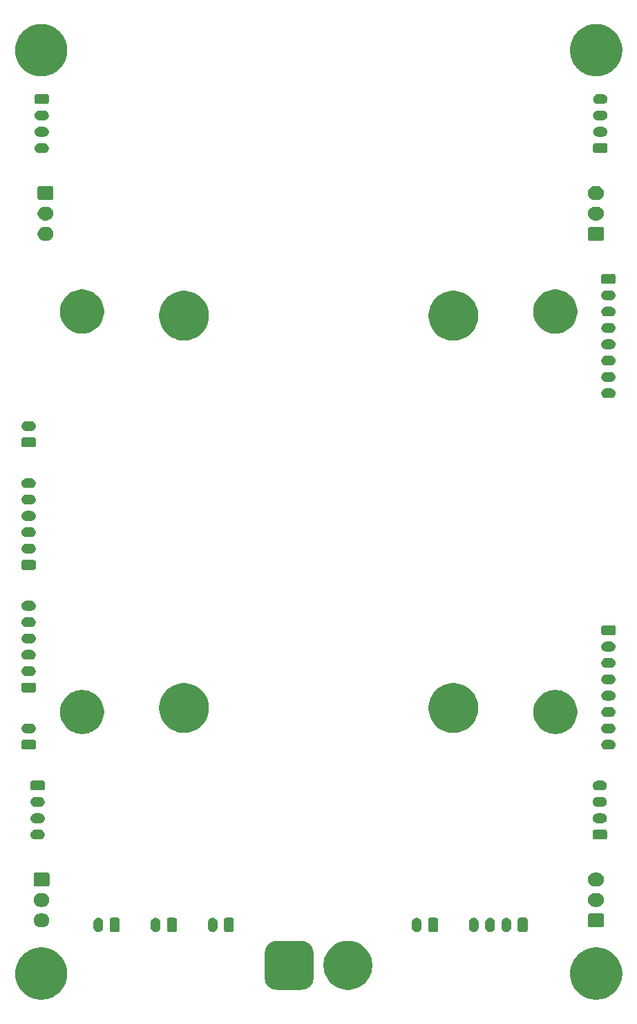
<source format=gbr>
%TF.GenerationSoftware,KiCad,Pcbnew,9.0.7*%
%TF.CreationDate,2026-01-20T00:58:23+01:00*%
%TF.ProjectId,beta-main,62657461-2d6d-4616-996e-2e6b69636164,rev?*%
%TF.SameCoordinates,Original*%
%TF.FileFunction,Soldermask,Bot*%
%TF.FilePolarity,Negative*%
%FSLAX46Y46*%
G04 Gerber Fmt 4.6, Leading zero omitted, Abs format (unit mm)*
G04 Created by KiCad (PCBNEW 9.0.7) date 2026-01-20 00:58:23*
%MOMM*%
%LPD*%
G01*
G04 APERTURE LIST*
G04 APERTURE END LIST*
G36*
X66168378Y-153305034D02*
G01*
X66179425Y-153305034D01*
X66256124Y-153313675D01*
X66469530Y-153334694D01*
X66504633Y-153341676D01*
X66536020Y-153345213D01*
X66628305Y-153366276D01*
X66777518Y-153395957D01*
X66835790Y-153413633D01*
X66885874Y-153425065D01*
X66966648Y-153453329D01*
X67078026Y-153487115D01*
X67158684Y-153520524D01*
X67224587Y-153543585D01*
X67287493Y-153573879D01*
X67368154Y-153607290D01*
X67470799Y-153662155D01*
X67547900Y-153699285D01*
X67591397Y-153726616D01*
X67645091Y-153755316D01*
X67771551Y-153839814D01*
X67851748Y-153890205D01*
X67876458Y-153909911D01*
X67906202Y-153929785D01*
X68071925Y-154065791D01*
X68132309Y-154113945D01*
X68140122Y-154121758D01*
X68148945Y-154128999D01*
X68371000Y-154351054D01*
X68378240Y-154359876D01*
X68386055Y-154367691D01*
X68434215Y-154428081D01*
X68570214Y-154593797D01*
X68590086Y-154623538D01*
X68609795Y-154648252D01*
X68660191Y-154728457D01*
X68744683Y-154854908D01*
X68773380Y-154908597D01*
X68800715Y-154952100D01*
X68837849Y-155029209D01*
X68892709Y-155131845D01*
X68926116Y-155212497D01*
X68956415Y-155275413D01*
X68979478Y-155341324D01*
X69012884Y-155421973D01*
X69046665Y-155533336D01*
X69074935Y-155614126D01*
X69086368Y-155664218D01*
X69104042Y-155722481D01*
X69133717Y-155871666D01*
X69154787Y-155963980D01*
X69158324Y-155995375D01*
X69165305Y-156030469D01*
X69186321Y-156243855D01*
X69194966Y-156320575D01*
X69194966Y-156331622D01*
X69196085Y-156342984D01*
X69196085Y-156657015D01*
X69194966Y-156668376D01*
X69194966Y-156679425D01*
X69186320Y-156756151D01*
X69165305Y-156969530D01*
X69158324Y-157004621D01*
X69154787Y-157036020D01*
X69133715Y-157128340D01*
X69104042Y-157277518D01*
X69086369Y-157335777D01*
X69074935Y-157385874D01*
X69046663Y-157466670D01*
X69012884Y-157578026D01*
X68979480Y-157658669D01*
X68956415Y-157724587D01*
X68926113Y-157787508D01*
X68892709Y-157868154D01*
X68837853Y-157970780D01*
X68800715Y-158047900D01*
X68773377Y-158091407D01*
X68744683Y-158145091D01*
X68660201Y-158271526D01*
X68609795Y-158351748D01*
X68590082Y-158376466D01*
X68570214Y-158406202D01*
X68434243Y-158571882D01*
X68386055Y-158632309D01*
X68378235Y-158640128D01*
X68371000Y-158648945D01*
X68148945Y-158871000D01*
X68140128Y-158878235D01*
X68132309Y-158886055D01*
X68071882Y-158934243D01*
X67906202Y-159070214D01*
X67876466Y-159090082D01*
X67851748Y-159109795D01*
X67771526Y-159160201D01*
X67645091Y-159244683D01*
X67591407Y-159273377D01*
X67547900Y-159300715D01*
X67470780Y-159337853D01*
X67368154Y-159392709D01*
X67287508Y-159426113D01*
X67224587Y-159456415D01*
X67158669Y-159479480D01*
X67078026Y-159512884D01*
X66966670Y-159546663D01*
X66885874Y-159574935D01*
X66835777Y-159586369D01*
X66777518Y-159604042D01*
X66628340Y-159633715D01*
X66536020Y-159654787D01*
X66504621Y-159658324D01*
X66469530Y-159665305D01*
X66256146Y-159686321D01*
X66179425Y-159694966D01*
X66168377Y-159694966D01*
X66157016Y-159696085D01*
X65842984Y-159696085D01*
X65831623Y-159694966D01*
X65820575Y-159694966D01*
X65743855Y-159686321D01*
X65530469Y-159665305D01*
X65495375Y-159658324D01*
X65463980Y-159654787D01*
X65371666Y-159633717D01*
X65222481Y-159604042D01*
X65164218Y-159586368D01*
X65114126Y-159574935D01*
X65033336Y-159546665D01*
X64921973Y-159512884D01*
X64841324Y-159479478D01*
X64775413Y-159456415D01*
X64712497Y-159426116D01*
X64631845Y-159392709D01*
X64529209Y-159337849D01*
X64452100Y-159300715D01*
X64408597Y-159273380D01*
X64354908Y-159244683D01*
X64228457Y-159160191D01*
X64148252Y-159109795D01*
X64123538Y-159090086D01*
X64093797Y-159070214D01*
X63928081Y-158934215D01*
X63867691Y-158886055D01*
X63859876Y-158878240D01*
X63851054Y-158871000D01*
X63628999Y-158648945D01*
X63621758Y-158640122D01*
X63613945Y-158632309D01*
X63565791Y-158571925D01*
X63429785Y-158406202D01*
X63409911Y-158376458D01*
X63390205Y-158351748D01*
X63339814Y-158271551D01*
X63255316Y-158145091D01*
X63226616Y-158091397D01*
X63199285Y-158047900D01*
X63162155Y-157970799D01*
X63107290Y-157868154D01*
X63073879Y-157787493D01*
X63043585Y-157724587D01*
X63020524Y-157658684D01*
X62987115Y-157578026D01*
X62953329Y-157466648D01*
X62925065Y-157385874D01*
X62913633Y-157335790D01*
X62895957Y-157277518D01*
X62866276Y-157128305D01*
X62845213Y-157036020D01*
X62841676Y-157004633D01*
X62834694Y-156969530D01*
X62813676Y-156756128D01*
X62805034Y-156679425D01*
X62805034Y-156668376D01*
X62803915Y-156657015D01*
X62803915Y-156342984D01*
X62805034Y-156331622D01*
X62805034Y-156320575D01*
X62813675Y-156243878D01*
X62834694Y-156030469D01*
X62841676Y-155995364D01*
X62845213Y-155963980D01*
X62866275Y-155871700D01*
X62895957Y-155722481D01*
X62913634Y-155664205D01*
X62925065Y-155614126D01*
X62953326Y-155533357D01*
X62987115Y-155421973D01*
X63020527Y-155341308D01*
X63043585Y-155275413D01*
X63073876Y-155212512D01*
X63107290Y-155131845D01*
X63162160Y-155029190D01*
X63199285Y-154952100D01*
X63226612Y-154908608D01*
X63255316Y-154854908D01*
X63339824Y-154728432D01*
X63390205Y-154648252D01*
X63409907Y-154623546D01*
X63429785Y-154593797D01*
X63565819Y-154428038D01*
X63613945Y-154367691D01*
X63621754Y-154359881D01*
X63628999Y-154351054D01*
X63851054Y-154128999D01*
X63859881Y-154121754D01*
X63867691Y-154113945D01*
X63928038Y-154065819D01*
X64093797Y-153929785D01*
X64123546Y-153909907D01*
X64148252Y-153890205D01*
X64228432Y-153839824D01*
X64354908Y-153755316D01*
X64408608Y-153726612D01*
X64452100Y-153699285D01*
X64529190Y-153662160D01*
X64631845Y-153607290D01*
X64712512Y-153573876D01*
X64775413Y-153543585D01*
X64841308Y-153520527D01*
X64921973Y-153487115D01*
X65033357Y-153453326D01*
X65114126Y-153425065D01*
X65164205Y-153413634D01*
X65222481Y-153395957D01*
X65371700Y-153366275D01*
X65463980Y-153345213D01*
X65495364Y-153341676D01*
X65530469Y-153334694D01*
X65743878Y-153313675D01*
X65820575Y-153305034D01*
X65831622Y-153305034D01*
X65842984Y-153303915D01*
X66157016Y-153303915D01*
X66168378Y-153305034D01*
G37*
G36*
X134168378Y-153305034D02*
G01*
X134179425Y-153305034D01*
X134256124Y-153313675D01*
X134469530Y-153334694D01*
X134504633Y-153341676D01*
X134536020Y-153345213D01*
X134628305Y-153366276D01*
X134777518Y-153395957D01*
X134835790Y-153413633D01*
X134885874Y-153425065D01*
X134966648Y-153453329D01*
X135078026Y-153487115D01*
X135158684Y-153520524D01*
X135224587Y-153543585D01*
X135287493Y-153573879D01*
X135368154Y-153607290D01*
X135470799Y-153662155D01*
X135547900Y-153699285D01*
X135591397Y-153726616D01*
X135645091Y-153755316D01*
X135771551Y-153839814D01*
X135851748Y-153890205D01*
X135876458Y-153909911D01*
X135906202Y-153929785D01*
X136071925Y-154065791D01*
X136132309Y-154113945D01*
X136140122Y-154121758D01*
X136148945Y-154128999D01*
X136371000Y-154351054D01*
X136378240Y-154359876D01*
X136386055Y-154367691D01*
X136434215Y-154428081D01*
X136570214Y-154593797D01*
X136590086Y-154623538D01*
X136609795Y-154648252D01*
X136660191Y-154728457D01*
X136744683Y-154854908D01*
X136773380Y-154908597D01*
X136800715Y-154952100D01*
X136837849Y-155029209D01*
X136892709Y-155131845D01*
X136926116Y-155212497D01*
X136956415Y-155275413D01*
X136979478Y-155341324D01*
X137012884Y-155421973D01*
X137046665Y-155533336D01*
X137074935Y-155614126D01*
X137086368Y-155664218D01*
X137104042Y-155722481D01*
X137133717Y-155871666D01*
X137154787Y-155963980D01*
X137158324Y-155995375D01*
X137165305Y-156030469D01*
X137186321Y-156243855D01*
X137194966Y-156320575D01*
X137194966Y-156331622D01*
X137196085Y-156342984D01*
X137196085Y-156657015D01*
X137194966Y-156668376D01*
X137194966Y-156679425D01*
X137186320Y-156756151D01*
X137165305Y-156969530D01*
X137158324Y-157004621D01*
X137154787Y-157036020D01*
X137133715Y-157128340D01*
X137104042Y-157277518D01*
X137086369Y-157335777D01*
X137074935Y-157385874D01*
X137046663Y-157466670D01*
X137012884Y-157578026D01*
X136979480Y-157658669D01*
X136956415Y-157724587D01*
X136926113Y-157787508D01*
X136892709Y-157868154D01*
X136837853Y-157970780D01*
X136800715Y-158047900D01*
X136773377Y-158091407D01*
X136744683Y-158145091D01*
X136660201Y-158271526D01*
X136609795Y-158351748D01*
X136590082Y-158376466D01*
X136570214Y-158406202D01*
X136434243Y-158571882D01*
X136386055Y-158632309D01*
X136378235Y-158640128D01*
X136371000Y-158648945D01*
X136148945Y-158871000D01*
X136140128Y-158878235D01*
X136132309Y-158886055D01*
X136071882Y-158934243D01*
X135906202Y-159070214D01*
X135876466Y-159090082D01*
X135851748Y-159109795D01*
X135771526Y-159160201D01*
X135645091Y-159244683D01*
X135591407Y-159273377D01*
X135547900Y-159300715D01*
X135470780Y-159337853D01*
X135368154Y-159392709D01*
X135287508Y-159426113D01*
X135224587Y-159456415D01*
X135158669Y-159479480D01*
X135078026Y-159512884D01*
X134966670Y-159546663D01*
X134885874Y-159574935D01*
X134835777Y-159586369D01*
X134777518Y-159604042D01*
X134628340Y-159633715D01*
X134536020Y-159654787D01*
X134504621Y-159658324D01*
X134469530Y-159665305D01*
X134256146Y-159686321D01*
X134179425Y-159694966D01*
X134168377Y-159694966D01*
X134157016Y-159696085D01*
X133842984Y-159696085D01*
X133831623Y-159694966D01*
X133820575Y-159694966D01*
X133743855Y-159686321D01*
X133530469Y-159665305D01*
X133495375Y-159658324D01*
X133463980Y-159654787D01*
X133371666Y-159633717D01*
X133222481Y-159604042D01*
X133164218Y-159586368D01*
X133114126Y-159574935D01*
X133033336Y-159546665D01*
X132921973Y-159512884D01*
X132841324Y-159479478D01*
X132775413Y-159456415D01*
X132712497Y-159426116D01*
X132631845Y-159392709D01*
X132529209Y-159337849D01*
X132452100Y-159300715D01*
X132408597Y-159273380D01*
X132354908Y-159244683D01*
X132228457Y-159160191D01*
X132148252Y-159109795D01*
X132123538Y-159090086D01*
X132093797Y-159070214D01*
X131928081Y-158934215D01*
X131867691Y-158886055D01*
X131859876Y-158878240D01*
X131851054Y-158871000D01*
X131628999Y-158648945D01*
X131621758Y-158640122D01*
X131613945Y-158632309D01*
X131565791Y-158571925D01*
X131429785Y-158406202D01*
X131409911Y-158376458D01*
X131390205Y-158351748D01*
X131339814Y-158271551D01*
X131255316Y-158145091D01*
X131226616Y-158091397D01*
X131199285Y-158047900D01*
X131162155Y-157970799D01*
X131107290Y-157868154D01*
X131073879Y-157787493D01*
X131043585Y-157724587D01*
X131020524Y-157658684D01*
X130987115Y-157578026D01*
X130953329Y-157466648D01*
X130925065Y-157385874D01*
X130913633Y-157335790D01*
X130895957Y-157277518D01*
X130866276Y-157128305D01*
X130845213Y-157036020D01*
X130841676Y-157004633D01*
X130834694Y-156969530D01*
X130813676Y-156756128D01*
X130805034Y-156679425D01*
X130805034Y-156668376D01*
X130803915Y-156657015D01*
X130803915Y-156342984D01*
X130805034Y-156331622D01*
X130805034Y-156320575D01*
X130813675Y-156243878D01*
X130834694Y-156030469D01*
X130841676Y-155995364D01*
X130845213Y-155963980D01*
X130866275Y-155871700D01*
X130895957Y-155722481D01*
X130913634Y-155664205D01*
X130925065Y-155614126D01*
X130953326Y-155533357D01*
X130987115Y-155421973D01*
X131020527Y-155341308D01*
X131043585Y-155275413D01*
X131073876Y-155212512D01*
X131107290Y-155131845D01*
X131162160Y-155029190D01*
X131199285Y-154952100D01*
X131226612Y-154908608D01*
X131255316Y-154854908D01*
X131339824Y-154728432D01*
X131390205Y-154648252D01*
X131409907Y-154623546D01*
X131429785Y-154593797D01*
X131565819Y-154428038D01*
X131613945Y-154367691D01*
X131621754Y-154359881D01*
X131628999Y-154351054D01*
X131851054Y-154128999D01*
X131859881Y-154121754D01*
X131867691Y-154113945D01*
X131928038Y-154065819D01*
X132093797Y-153929785D01*
X132123546Y-153909907D01*
X132148252Y-153890205D01*
X132228432Y-153839824D01*
X132354908Y-153755316D01*
X132408608Y-153726612D01*
X132452100Y-153699285D01*
X132529190Y-153662160D01*
X132631845Y-153607290D01*
X132712512Y-153573876D01*
X132775413Y-153543585D01*
X132841308Y-153520527D01*
X132921973Y-153487115D01*
X133033357Y-153453326D01*
X133114126Y-153425065D01*
X133164205Y-153413634D01*
X133222481Y-153395957D01*
X133371700Y-153366275D01*
X133463980Y-153345213D01*
X133495364Y-153341676D01*
X133530469Y-153334694D01*
X133743878Y-153313675D01*
X133820575Y-153305034D01*
X133831622Y-153305034D01*
X133842984Y-153303915D01*
X134157016Y-153303915D01*
X134168378Y-153305034D01*
G37*
G36*
X98060539Y-152511519D02*
G01*
X98072789Y-152514087D01*
X98085485Y-152514984D01*
X98199075Y-152540567D01*
X98303004Y-152562359D01*
X98312796Y-152566179D01*
X98321206Y-152568074D01*
X98434365Y-152613616D01*
X98533795Y-152652414D01*
X98540098Y-152656169D01*
X98545125Y-152658193D01*
X98657531Y-152726144D01*
X98746615Y-152779227D01*
X98749793Y-152781918D01*
X98751686Y-152783063D01*
X98877560Y-152890132D01*
X98935660Y-152939340D01*
X98984902Y-152997479D01*
X99091936Y-153123313D01*
X99093079Y-153125205D01*
X99095773Y-153128385D01*
X99148882Y-153217514D01*
X99216806Y-153329874D01*
X99218828Y-153334898D01*
X99222586Y-153341205D01*
X99261402Y-153440683D01*
X99306925Y-153553793D01*
X99308818Y-153562199D01*
X99312641Y-153571996D01*
X99334443Y-153675974D01*
X99360015Y-153789514D01*
X99360910Y-153802203D01*
X99363481Y-153814461D01*
X99375000Y-154000000D01*
X99375000Y-157000000D01*
X99363481Y-157185539D01*
X99360910Y-157197797D01*
X99360015Y-157210485D01*
X99334446Y-157324011D01*
X99312641Y-157428004D01*
X99308817Y-157437802D01*
X99306925Y-157446206D01*
X99261415Y-157559284D01*
X99222586Y-157658795D01*
X99218826Y-157665103D01*
X99216806Y-157670125D01*
X99148924Y-157782415D01*
X99095773Y-157871615D01*
X99093077Y-157874797D01*
X99091936Y-157876686D01*
X98985099Y-158002286D01*
X98935660Y-158060660D01*
X98877286Y-158110099D01*
X98751686Y-158216936D01*
X98749797Y-158218077D01*
X98746615Y-158220773D01*
X98657415Y-158273924D01*
X98545125Y-158341806D01*
X98540103Y-158343826D01*
X98533795Y-158347586D01*
X98434284Y-158386415D01*
X98321206Y-158431925D01*
X98312802Y-158433817D01*
X98303004Y-158437641D01*
X98199011Y-158459446D01*
X98085485Y-158485015D01*
X98072797Y-158485910D01*
X98060539Y-158488481D01*
X97875000Y-158500000D01*
X94875000Y-158500000D01*
X94689461Y-158488481D01*
X94677203Y-158485910D01*
X94664514Y-158485015D01*
X94550974Y-158459443D01*
X94446996Y-158437641D01*
X94437199Y-158433818D01*
X94428793Y-158431925D01*
X94315683Y-158386402D01*
X94216205Y-158347586D01*
X94209898Y-158343828D01*
X94204874Y-158341806D01*
X94092514Y-158273882D01*
X94003385Y-158220773D01*
X94000205Y-158218079D01*
X93998313Y-158216936D01*
X93872479Y-158109902D01*
X93814340Y-158060660D01*
X93765132Y-158002560D01*
X93658063Y-157876686D01*
X93656918Y-157874793D01*
X93654227Y-157871615D01*
X93601144Y-157782531D01*
X93533193Y-157670125D01*
X93531169Y-157665098D01*
X93527414Y-157658795D01*
X93488616Y-157559365D01*
X93443074Y-157446206D01*
X93441179Y-157437796D01*
X93437359Y-157428004D01*
X93415567Y-157324075D01*
X93389984Y-157210485D01*
X93389087Y-157197790D01*
X93386519Y-157185539D01*
X93375000Y-157000000D01*
X93375000Y-154000000D01*
X93386519Y-153814461D01*
X93389087Y-153802210D01*
X93389984Y-153789514D01*
X93415570Y-153675909D01*
X93437359Y-153571996D01*
X93441179Y-153562205D01*
X93443074Y-153553793D01*
X93488629Y-153440601D01*
X93527414Y-153341205D01*
X93531168Y-153334903D01*
X93533193Y-153329874D01*
X93601186Y-153217398D01*
X93654227Y-153128385D01*
X93656916Y-153125209D01*
X93658063Y-153123313D01*
X93765330Y-152997205D01*
X93814340Y-152939340D01*
X93872205Y-152890330D01*
X93998313Y-152783063D01*
X94000209Y-152781916D01*
X94003385Y-152779227D01*
X94092398Y-152726186D01*
X94204874Y-152658193D01*
X94209903Y-152656168D01*
X94216205Y-152652414D01*
X94315601Y-152613629D01*
X94428793Y-152568074D01*
X94437205Y-152566179D01*
X94446996Y-152562359D01*
X94550909Y-152540570D01*
X94664514Y-152514984D01*
X94677210Y-152514087D01*
X94689461Y-152511519D01*
X94875000Y-152500000D01*
X97875000Y-152500000D01*
X98060539Y-152511519D01*
G37*
G36*
X104077519Y-152542387D02*
G01*
X104405507Y-152617248D01*
X104723050Y-152728361D01*
X105026157Y-152874330D01*
X105311014Y-153053317D01*
X105574040Y-153263074D01*
X105811926Y-153500960D01*
X106021683Y-153763986D01*
X106200670Y-154048843D01*
X106346639Y-154351950D01*
X106457752Y-154669493D01*
X106532613Y-154997481D01*
X106570280Y-155331789D01*
X106570280Y-155668211D01*
X106532613Y-156002519D01*
X106457752Y-156330507D01*
X106346639Y-156648050D01*
X106200670Y-156951157D01*
X106021683Y-157236014D01*
X105811926Y-157499040D01*
X105574040Y-157736926D01*
X105311014Y-157946683D01*
X105026157Y-158125670D01*
X104723050Y-158271639D01*
X104405507Y-158382752D01*
X104077519Y-158457613D01*
X103743211Y-158495280D01*
X103406789Y-158495280D01*
X103072481Y-158457613D01*
X102744493Y-158382752D01*
X102426950Y-158271639D01*
X102123843Y-158125670D01*
X101838986Y-157946683D01*
X101575960Y-157736926D01*
X101338074Y-157499040D01*
X101128317Y-157236014D01*
X100949330Y-156951157D01*
X100803361Y-156648050D01*
X100692248Y-156330507D01*
X100617387Y-156002519D01*
X100579720Y-155668211D01*
X100579720Y-155331789D01*
X100617387Y-154997481D01*
X100692248Y-154669493D01*
X100803361Y-154351950D01*
X100949330Y-154048843D01*
X101128317Y-153763986D01*
X101338074Y-153500960D01*
X101575960Y-153263074D01*
X101838986Y-153053317D01*
X102123843Y-152874330D01*
X102426950Y-152728361D01*
X102744493Y-152617248D01*
X103072481Y-152542387D01*
X103406789Y-152504720D01*
X103743211Y-152504720D01*
X104077519Y-152542387D01*
G37*
G36*
X75354047Y-149675805D02*
G01*
X75405408Y-149681764D01*
X75422954Y-149689511D01*
X75445671Y-149694030D01*
X75469991Y-149710280D01*
X75490793Y-149719465D01*
X75505000Y-149733672D01*
X75526777Y-149748223D01*
X75541327Y-149769999D01*
X75555534Y-149784206D01*
X75564718Y-149805006D01*
X75580970Y-149829329D01*
X75585489Y-149852048D01*
X75593235Y-149869591D01*
X75599192Y-149920940D01*
X75600000Y-149925000D01*
X75600000Y-151175000D01*
X75599192Y-151179059D01*
X75593235Y-151230408D01*
X75585489Y-151247950D01*
X75580970Y-151270671D01*
X75564716Y-151294995D01*
X75555534Y-151315793D01*
X75541329Y-151329997D01*
X75526777Y-151351777D01*
X75504997Y-151366329D01*
X75490793Y-151380534D01*
X75469995Y-151389716D01*
X75445671Y-151405970D01*
X75422950Y-151410489D01*
X75405408Y-151418235D01*
X75354061Y-151424192D01*
X75350000Y-151425000D01*
X74650000Y-151425000D01*
X74645941Y-151424192D01*
X74594591Y-151418235D01*
X74577048Y-151410489D01*
X74554329Y-151405970D01*
X74530006Y-151389718D01*
X74509206Y-151380534D01*
X74494999Y-151366327D01*
X74473223Y-151351777D01*
X74458672Y-151330000D01*
X74444465Y-151315793D01*
X74435280Y-151294991D01*
X74419030Y-151270671D01*
X74414511Y-151247954D01*
X74406764Y-151230408D01*
X74400805Y-151179049D01*
X74400000Y-151175000D01*
X74400000Y-149925000D01*
X74400804Y-149920953D01*
X74406764Y-149869591D01*
X74414511Y-149852043D01*
X74419030Y-149829329D01*
X74435278Y-149805010D01*
X74444465Y-149784206D01*
X74458674Y-149769996D01*
X74473223Y-149748223D01*
X74494996Y-149733674D01*
X74509206Y-149719465D01*
X74530010Y-149710278D01*
X74554329Y-149694030D01*
X74577043Y-149689511D01*
X74594591Y-149681764D01*
X74645952Y-149675805D01*
X74650000Y-149675000D01*
X75350000Y-149675000D01*
X75354047Y-149675805D01*
G37*
G36*
X82354047Y-149675805D02*
G01*
X82405408Y-149681764D01*
X82422954Y-149689511D01*
X82445671Y-149694030D01*
X82469991Y-149710280D01*
X82490793Y-149719465D01*
X82505000Y-149733672D01*
X82526777Y-149748223D01*
X82541327Y-149769999D01*
X82555534Y-149784206D01*
X82564718Y-149805006D01*
X82580970Y-149829329D01*
X82585489Y-149852048D01*
X82593235Y-149869591D01*
X82599192Y-149920940D01*
X82600000Y-149925000D01*
X82600000Y-151175000D01*
X82599192Y-151179059D01*
X82593235Y-151230408D01*
X82585489Y-151247950D01*
X82580970Y-151270671D01*
X82564716Y-151294995D01*
X82555534Y-151315793D01*
X82541329Y-151329997D01*
X82526777Y-151351777D01*
X82504997Y-151366329D01*
X82490793Y-151380534D01*
X82469995Y-151389716D01*
X82445671Y-151405970D01*
X82422950Y-151410489D01*
X82405408Y-151418235D01*
X82354061Y-151424192D01*
X82350000Y-151425000D01*
X81650000Y-151425000D01*
X81645941Y-151424192D01*
X81594591Y-151418235D01*
X81577048Y-151410489D01*
X81554329Y-151405970D01*
X81530006Y-151389718D01*
X81509206Y-151380534D01*
X81494999Y-151366327D01*
X81473223Y-151351777D01*
X81458672Y-151330000D01*
X81444465Y-151315793D01*
X81435280Y-151294991D01*
X81419030Y-151270671D01*
X81414511Y-151247954D01*
X81406764Y-151230408D01*
X81400805Y-151179049D01*
X81400000Y-151175000D01*
X81400000Y-149925000D01*
X81400804Y-149920953D01*
X81406764Y-149869591D01*
X81414511Y-149852043D01*
X81419030Y-149829329D01*
X81435278Y-149805010D01*
X81444465Y-149784206D01*
X81458674Y-149769996D01*
X81473223Y-149748223D01*
X81494996Y-149733674D01*
X81509206Y-149719465D01*
X81530010Y-149710278D01*
X81554329Y-149694030D01*
X81577043Y-149689511D01*
X81594591Y-149681764D01*
X81645952Y-149675805D01*
X81650000Y-149675000D01*
X82350000Y-149675000D01*
X82354047Y-149675805D01*
G37*
G36*
X89354047Y-149675805D02*
G01*
X89405408Y-149681764D01*
X89422954Y-149689511D01*
X89445671Y-149694030D01*
X89469991Y-149710280D01*
X89490793Y-149719465D01*
X89505000Y-149733672D01*
X89526777Y-149748223D01*
X89541327Y-149769999D01*
X89555534Y-149784206D01*
X89564718Y-149805006D01*
X89580970Y-149829329D01*
X89585489Y-149852048D01*
X89593235Y-149869591D01*
X89599192Y-149920940D01*
X89600000Y-149925000D01*
X89600000Y-151175000D01*
X89599192Y-151179059D01*
X89593235Y-151230408D01*
X89585489Y-151247950D01*
X89580970Y-151270671D01*
X89564716Y-151294995D01*
X89555534Y-151315793D01*
X89541329Y-151329997D01*
X89526777Y-151351777D01*
X89504997Y-151366329D01*
X89490793Y-151380534D01*
X89469995Y-151389716D01*
X89445671Y-151405970D01*
X89422950Y-151410489D01*
X89405408Y-151418235D01*
X89354061Y-151424192D01*
X89350000Y-151425000D01*
X88650000Y-151425000D01*
X88645941Y-151424192D01*
X88594591Y-151418235D01*
X88577048Y-151410489D01*
X88554329Y-151405970D01*
X88530006Y-151389718D01*
X88509206Y-151380534D01*
X88494999Y-151366327D01*
X88473223Y-151351777D01*
X88458672Y-151330000D01*
X88444465Y-151315793D01*
X88435280Y-151294991D01*
X88419030Y-151270671D01*
X88414511Y-151247954D01*
X88406764Y-151230408D01*
X88400805Y-151179049D01*
X88400000Y-151175000D01*
X88400000Y-149925000D01*
X88400804Y-149920953D01*
X88406764Y-149869591D01*
X88414511Y-149852043D01*
X88419030Y-149829329D01*
X88435278Y-149805010D01*
X88444465Y-149784206D01*
X88458674Y-149769996D01*
X88473223Y-149748223D01*
X88494996Y-149733674D01*
X88509206Y-149719465D01*
X88530010Y-149710278D01*
X88554329Y-149694030D01*
X88577043Y-149689511D01*
X88594591Y-149681764D01*
X88645952Y-149675805D01*
X88650000Y-149675000D01*
X89350000Y-149675000D01*
X89354047Y-149675805D01*
G37*
G36*
X114354047Y-149675805D02*
G01*
X114405408Y-149681764D01*
X114422954Y-149689511D01*
X114445671Y-149694030D01*
X114469991Y-149710280D01*
X114490793Y-149719465D01*
X114505000Y-149733672D01*
X114526777Y-149748223D01*
X114541327Y-149769999D01*
X114555534Y-149784206D01*
X114564718Y-149805006D01*
X114580970Y-149829329D01*
X114585489Y-149852048D01*
X114593235Y-149869591D01*
X114599192Y-149920940D01*
X114600000Y-149925000D01*
X114600000Y-151175000D01*
X114599192Y-151179059D01*
X114593235Y-151230408D01*
X114585489Y-151247950D01*
X114580970Y-151270671D01*
X114564716Y-151294995D01*
X114555534Y-151315793D01*
X114541329Y-151329997D01*
X114526777Y-151351777D01*
X114504997Y-151366329D01*
X114490793Y-151380534D01*
X114469995Y-151389716D01*
X114445671Y-151405970D01*
X114422950Y-151410489D01*
X114405408Y-151418235D01*
X114354061Y-151424192D01*
X114350000Y-151425000D01*
X113650000Y-151425000D01*
X113645941Y-151424192D01*
X113594591Y-151418235D01*
X113577048Y-151410489D01*
X113554329Y-151405970D01*
X113530006Y-151389718D01*
X113509206Y-151380534D01*
X113494999Y-151366327D01*
X113473223Y-151351777D01*
X113458672Y-151330000D01*
X113444465Y-151315793D01*
X113435280Y-151294991D01*
X113419030Y-151270671D01*
X113414511Y-151247954D01*
X113406764Y-151230408D01*
X113400805Y-151179049D01*
X113400000Y-151175000D01*
X113400000Y-149925000D01*
X113400804Y-149920953D01*
X113406764Y-149869591D01*
X113414511Y-149852043D01*
X113419030Y-149829329D01*
X113435278Y-149805010D01*
X113444465Y-149784206D01*
X113458674Y-149769996D01*
X113473223Y-149748223D01*
X113494996Y-149733674D01*
X113509206Y-149719465D01*
X113530010Y-149710278D01*
X113554329Y-149694030D01*
X113577043Y-149689511D01*
X113594591Y-149681764D01*
X113645952Y-149675805D01*
X113650000Y-149675000D01*
X114350000Y-149675000D01*
X114354047Y-149675805D01*
G37*
G36*
X125354047Y-149675805D02*
G01*
X125405408Y-149681764D01*
X125422954Y-149689511D01*
X125445671Y-149694030D01*
X125469991Y-149710280D01*
X125490793Y-149719465D01*
X125505000Y-149733672D01*
X125526777Y-149748223D01*
X125541327Y-149769999D01*
X125555534Y-149784206D01*
X125564718Y-149805006D01*
X125580970Y-149829329D01*
X125585489Y-149852048D01*
X125593235Y-149869591D01*
X125599192Y-149920940D01*
X125600000Y-149925000D01*
X125600000Y-151175000D01*
X125599192Y-151179059D01*
X125593235Y-151230408D01*
X125585489Y-151247950D01*
X125580970Y-151270671D01*
X125564716Y-151294995D01*
X125555534Y-151315793D01*
X125541329Y-151329997D01*
X125526777Y-151351777D01*
X125504997Y-151366329D01*
X125490793Y-151380534D01*
X125469995Y-151389716D01*
X125445671Y-151405970D01*
X125422950Y-151410489D01*
X125405408Y-151418235D01*
X125354061Y-151424192D01*
X125350000Y-151425000D01*
X124650000Y-151425000D01*
X124645941Y-151424192D01*
X124594591Y-151418235D01*
X124577048Y-151410489D01*
X124554329Y-151405970D01*
X124530006Y-151389718D01*
X124509206Y-151380534D01*
X124494999Y-151366327D01*
X124473223Y-151351777D01*
X124458672Y-151330000D01*
X124444465Y-151315793D01*
X124435280Y-151294991D01*
X124419030Y-151270671D01*
X124414511Y-151247954D01*
X124406764Y-151230408D01*
X124400805Y-151179049D01*
X124400000Y-151175000D01*
X124400000Y-149925000D01*
X124400804Y-149920953D01*
X124406764Y-149869591D01*
X124414511Y-149852043D01*
X124419030Y-149829329D01*
X124435278Y-149805010D01*
X124444465Y-149784206D01*
X124458674Y-149769996D01*
X124473223Y-149748223D01*
X124494996Y-149733674D01*
X124509206Y-149719465D01*
X124530010Y-149710278D01*
X124554329Y-149694030D01*
X124577043Y-149689511D01*
X124594591Y-149681764D01*
X124645952Y-149675805D01*
X124650000Y-149675000D01*
X125350000Y-149675000D01*
X125354047Y-149675805D01*
G37*
G36*
X73068858Y-149680133D02*
G01*
X73078316Y-149680133D01*
X73105563Y-149687433D01*
X73174099Y-149701066D01*
X73206448Y-149714465D01*
X73229610Y-149720672D01*
X73250377Y-149732662D01*
X73282722Y-149746060D01*
X73340816Y-149784877D01*
X73365257Y-149798988D01*
X73371946Y-149805677D01*
X73380481Y-149811380D01*
X73463619Y-149894518D01*
X73469321Y-149903052D01*
X73476012Y-149909743D01*
X73490124Y-149934186D01*
X73528939Y-149992277D01*
X73542335Y-150024618D01*
X73554328Y-150045390D01*
X73560535Y-150068555D01*
X73573933Y-150100900D01*
X73587563Y-150169426D01*
X73594867Y-150196684D01*
X73595791Y-150210795D01*
X73597110Y-150217422D01*
X73599758Y-150271311D01*
X73600000Y-150275000D01*
X73600000Y-150825000D01*
X73599758Y-150828691D01*
X73597110Y-150882577D01*
X73595791Y-150889203D01*
X73594867Y-150903316D01*
X73587562Y-150930576D01*
X73573933Y-150999099D01*
X73560535Y-151031441D01*
X73554328Y-151054610D01*
X73542334Y-151075383D01*
X73528939Y-151107722D01*
X73490128Y-151165805D01*
X73476012Y-151190257D01*
X73469319Y-151196949D01*
X73463619Y-151205481D01*
X73380481Y-151288619D01*
X73371949Y-151294319D01*
X73365257Y-151301012D01*
X73340805Y-151315128D01*
X73282722Y-151353939D01*
X73250383Y-151367334D01*
X73229610Y-151379328D01*
X73206441Y-151385535D01*
X73174099Y-151398933D01*
X73105569Y-151412564D01*
X73078316Y-151419867D01*
X73068858Y-151419867D01*
X73058788Y-151421870D01*
X72941212Y-151421870D01*
X72931142Y-151419867D01*
X72921684Y-151419867D01*
X72894432Y-151412564D01*
X72825900Y-151398933D01*
X72793555Y-151385535D01*
X72770390Y-151379328D01*
X72749618Y-151367335D01*
X72717277Y-151353939D01*
X72659186Y-151315124D01*
X72634743Y-151301012D01*
X72628052Y-151294321D01*
X72619518Y-151288619D01*
X72536380Y-151205481D01*
X72530677Y-151196946D01*
X72523988Y-151190257D01*
X72509877Y-151165816D01*
X72471060Y-151107722D01*
X72457662Y-151075377D01*
X72445672Y-151054610D01*
X72439465Y-151031448D01*
X72426066Y-150999099D01*
X72412433Y-150930562D01*
X72405133Y-150903316D01*
X72404208Y-150889210D01*
X72402889Y-150882577D01*
X72400241Y-150828686D01*
X72400000Y-150825000D01*
X72400000Y-150275000D01*
X72400241Y-150271316D01*
X72402889Y-150217422D01*
X72404208Y-150210787D01*
X72405133Y-150196684D01*
X72412432Y-150169440D01*
X72426066Y-150100900D01*
X72439466Y-150068548D01*
X72445672Y-150045390D01*
X72457660Y-150024624D01*
X72471060Y-149992277D01*
X72509881Y-149934175D01*
X72523988Y-149909743D01*
X72530675Y-149903055D01*
X72536380Y-149894518D01*
X72619518Y-149811380D01*
X72628055Y-149805675D01*
X72634743Y-149798988D01*
X72659175Y-149784881D01*
X72717277Y-149746060D01*
X72749624Y-149732660D01*
X72770390Y-149720672D01*
X72793548Y-149714466D01*
X72825900Y-149701066D01*
X72894437Y-149687433D01*
X72921684Y-149680133D01*
X72931142Y-149680133D01*
X72941212Y-149678130D01*
X73058788Y-149678130D01*
X73068858Y-149680133D01*
G37*
G36*
X80068858Y-149680133D02*
G01*
X80078316Y-149680133D01*
X80105563Y-149687433D01*
X80174099Y-149701066D01*
X80206448Y-149714465D01*
X80229610Y-149720672D01*
X80250377Y-149732662D01*
X80282722Y-149746060D01*
X80340816Y-149784877D01*
X80365257Y-149798988D01*
X80371946Y-149805677D01*
X80380481Y-149811380D01*
X80463619Y-149894518D01*
X80469321Y-149903052D01*
X80476012Y-149909743D01*
X80490124Y-149934186D01*
X80528939Y-149992277D01*
X80542335Y-150024618D01*
X80554328Y-150045390D01*
X80560535Y-150068555D01*
X80573933Y-150100900D01*
X80587563Y-150169426D01*
X80594867Y-150196684D01*
X80595791Y-150210795D01*
X80597110Y-150217422D01*
X80599758Y-150271311D01*
X80600000Y-150275000D01*
X80600000Y-150825000D01*
X80599758Y-150828691D01*
X80597110Y-150882577D01*
X80595791Y-150889203D01*
X80594867Y-150903316D01*
X80587562Y-150930576D01*
X80573933Y-150999099D01*
X80560535Y-151031441D01*
X80554328Y-151054610D01*
X80542334Y-151075383D01*
X80528939Y-151107722D01*
X80490128Y-151165805D01*
X80476012Y-151190257D01*
X80469319Y-151196949D01*
X80463619Y-151205481D01*
X80380481Y-151288619D01*
X80371949Y-151294319D01*
X80365257Y-151301012D01*
X80340805Y-151315128D01*
X80282722Y-151353939D01*
X80250383Y-151367334D01*
X80229610Y-151379328D01*
X80206441Y-151385535D01*
X80174099Y-151398933D01*
X80105569Y-151412564D01*
X80078316Y-151419867D01*
X80068858Y-151419867D01*
X80058788Y-151421870D01*
X79941212Y-151421870D01*
X79931142Y-151419867D01*
X79921684Y-151419867D01*
X79894432Y-151412564D01*
X79825900Y-151398933D01*
X79793555Y-151385535D01*
X79770390Y-151379328D01*
X79749618Y-151367335D01*
X79717277Y-151353939D01*
X79659186Y-151315124D01*
X79634743Y-151301012D01*
X79628052Y-151294321D01*
X79619518Y-151288619D01*
X79536380Y-151205481D01*
X79530677Y-151196946D01*
X79523988Y-151190257D01*
X79509877Y-151165816D01*
X79471060Y-151107722D01*
X79457662Y-151075377D01*
X79445672Y-151054610D01*
X79439465Y-151031448D01*
X79426066Y-150999099D01*
X79412433Y-150930562D01*
X79405133Y-150903316D01*
X79404208Y-150889210D01*
X79402889Y-150882577D01*
X79400241Y-150828686D01*
X79400000Y-150825000D01*
X79400000Y-150275000D01*
X79400241Y-150271316D01*
X79402889Y-150217422D01*
X79404208Y-150210787D01*
X79405133Y-150196684D01*
X79412432Y-150169440D01*
X79426066Y-150100900D01*
X79439466Y-150068548D01*
X79445672Y-150045390D01*
X79457660Y-150024624D01*
X79471060Y-149992277D01*
X79509881Y-149934175D01*
X79523988Y-149909743D01*
X79530675Y-149903055D01*
X79536380Y-149894518D01*
X79619518Y-149811380D01*
X79628055Y-149805675D01*
X79634743Y-149798988D01*
X79659175Y-149784881D01*
X79717277Y-149746060D01*
X79749624Y-149732660D01*
X79770390Y-149720672D01*
X79793548Y-149714466D01*
X79825900Y-149701066D01*
X79894437Y-149687433D01*
X79921684Y-149680133D01*
X79931142Y-149680133D01*
X79941212Y-149678130D01*
X80058788Y-149678130D01*
X80068858Y-149680133D01*
G37*
G36*
X87068858Y-149680133D02*
G01*
X87078316Y-149680133D01*
X87105563Y-149687433D01*
X87174099Y-149701066D01*
X87206448Y-149714465D01*
X87229610Y-149720672D01*
X87250377Y-149732662D01*
X87282722Y-149746060D01*
X87340816Y-149784877D01*
X87365257Y-149798988D01*
X87371946Y-149805677D01*
X87380481Y-149811380D01*
X87463619Y-149894518D01*
X87469321Y-149903052D01*
X87476012Y-149909743D01*
X87490124Y-149934186D01*
X87528939Y-149992277D01*
X87542335Y-150024618D01*
X87554328Y-150045390D01*
X87560535Y-150068555D01*
X87573933Y-150100900D01*
X87587563Y-150169426D01*
X87594867Y-150196684D01*
X87595791Y-150210795D01*
X87597110Y-150217422D01*
X87599758Y-150271311D01*
X87600000Y-150275000D01*
X87600000Y-150825000D01*
X87599758Y-150828691D01*
X87597110Y-150882577D01*
X87595791Y-150889203D01*
X87594867Y-150903316D01*
X87587562Y-150930576D01*
X87573933Y-150999099D01*
X87560535Y-151031441D01*
X87554328Y-151054610D01*
X87542334Y-151075383D01*
X87528939Y-151107722D01*
X87490128Y-151165805D01*
X87476012Y-151190257D01*
X87469319Y-151196949D01*
X87463619Y-151205481D01*
X87380481Y-151288619D01*
X87371949Y-151294319D01*
X87365257Y-151301012D01*
X87340805Y-151315128D01*
X87282722Y-151353939D01*
X87250383Y-151367334D01*
X87229610Y-151379328D01*
X87206441Y-151385535D01*
X87174099Y-151398933D01*
X87105569Y-151412564D01*
X87078316Y-151419867D01*
X87068858Y-151419867D01*
X87058788Y-151421870D01*
X86941212Y-151421870D01*
X86931142Y-151419867D01*
X86921684Y-151419867D01*
X86894432Y-151412564D01*
X86825900Y-151398933D01*
X86793555Y-151385535D01*
X86770390Y-151379328D01*
X86749618Y-151367335D01*
X86717277Y-151353939D01*
X86659186Y-151315124D01*
X86634743Y-151301012D01*
X86628052Y-151294321D01*
X86619518Y-151288619D01*
X86536380Y-151205481D01*
X86530677Y-151196946D01*
X86523988Y-151190257D01*
X86509877Y-151165816D01*
X86471060Y-151107722D01*
X86457662Y-151075377D01*
X86445672Y-151054610D01*
X86439465Y-151031448D01*
X86426066Y-150999099D01*
X86412433Y-150930562D01*
X86405133Y-150903316D01*
X86404208Y-150889210D01*
X86402889Y-150882577D01*
X86400241Y-150828686D01*
X86400000Y-150825000D01*
X86400000Y-150275000D01*
X86400241Y-150271316D01*
X86402889Y-150217422D01*
X86404208Y-150210787D01*
X86405133Y-150196684D01*
X86412432Y-150169440D01*
X86426066Y-150100900D01*
X86439466Y-150068548D01*
X86445672Y-150045390D01*
X86457660Y-150024624D01*
X86471060Y-149992277D01*
X86509881Y-149934175D01*
X86523988Y-149909743D01*
X86530675Y-149903055D01*
X86536380Y-149894518D01*
X86619518Y-149811380D01*
X86628055Y-149805675D01*
X86634743Y-149798988D01*
X86659175Y-149784881D01*
X86717277Y-149746060D01*
X86749624Y-149732660D01*
X86770390Y-149720672D01*
X86793548Y-149714466D01*
X86825900Y-149701066D01*
X86894437Y-149687433D01*
X86921684Y-149680133D01*
X86931142Y-149680133D01*
X86941212Y-149678130D01*
X87058788Y-149678130D01*
X87068858Y-149680133D01*
G37*
G36*
X112068858Y-149680133D02*
G01*
X112078316Y-149680133D01*
X112105563Y-149687433D01*
X112174099Y-149701066D01*
X112206448Y-149714465D01*
X112229610Y-149720672D01*
X112250377Y-149732662D01*
X112282722Y-149746060D01*
X112340816Y-149784877D01*
X112365257Y-149798988D01*
X112371946Y-149805677D01*
X112380481Y-149811380D01*
X112463619Y-149894518D01*
X112469321Y-149903052D01*
X112476012Y-149909743D01*
X112490124Y-149934186D01*
X112528939Y-149992277D01*
X112542335Y-150024618D01*
X112554328Y-150045390D01*
X112560535Y-150068555D01*
X112573933Y-150100900D01*
X112587563Y-150169426D01*
X112594867Y-150196684D01*
X112595791Y-150210795D01*
X112597110Y-150217422D01*
X112599758Y-150271311D01*
X112600000Y-150275000D01*
X112600000Y-150825000D01*
X112599758Y-150828691D01*
X112597110Y-150882577D01*
X112595791Y-150889203D01*
X112594867Y-150903316D01*
X112587562Y-150930576D01*
X112573933Y-150999099D01*
X112560535Y-151031441D01*
X112554328Y-151054610D01*
X112542334Y-151075383D01*
X112528939Y-151107722D01*
X112490128Y-151165805D01*
X112476012Y-151190257D01*
X112469319Y-151196949D01*
X112463619Y-151205481D01*
X112380481Y-151288619D01*
X112371949Y-151294319D01*
X112365257Y-151301012D01*
X112340805Y-151315128D01*
X112282722Y-151353939D01*
X112250383Y-151367334D01*
X112229610Y-151379328D01*
X112206441Y-151385535D01*
X112174099Y-151398933D01*
X112105569Y-151412564D01*
X112078316Y-151419867D01*
X112068858Y-151419867D01*
X112058788Y-151421870D01*
X111941212Y-151421870D01*
X111931142Y-151419867D01*
X111921684Y-151419867D01*
X111894432Y-151412564D01*
X111825900Y-151398933D01*
X111793555Y-151385535D01*
X111770390Y-151379328D01*
X111749618Y-151367335D01*
X111717277Y-151353939D01*
X111659186Y-151315124D01*
X111634743Y-151301012D01*
X111628052Y-151294321D01*
X111619518Y-151288619D01*
X111536380Y-151205481D01*
X111530677Y-151196946D01*
X111523988Y-151190257D01*
X111509877Y-151165816D01*
X111471060Y-151107722D01*
X111457662Y-151075377D01*
X111445672Y-151054610D01*
X111439465Y-151031448D01*
X111426066Y-150999099D01*
X111412433Y-150930562D01*
X111405133Y-150903316D01*
X111404208Y-150889210D01*
X111402889Y-150882577D01*
X111400241Y-150828686D01*
X111400000Y-150825000D01*
X111400000Y-150275000D01*
X111400241Y-150271316D01*
X111402889Y-150217422D01*
X111404208Y-150210787D01*
X111405133Y-150196684D01*
X111412432Y-150169440D01*
X111426066Y-150100900D01*
X111439466Y-150068548D01*
X111445672Y-150045390D01*
X111457660Y-150024624D01*
X111471060Y-149992277D01*
X111509881Y-149934175D01*
X111523988Y-149909743D01*
X111530675Y-149903055D01*
X111536380Y-149894518D01*
X111619518Y-149811380D01*
X111628055Y-149805675D01*
X111634743Y-149798988D01*
X111659175Y-149784881D01*
X111717277Y-149746060D01*
X111749624Y-149732660D01*
X111770390Y-149720672D01*
X111793548Y-149714466D01*
X111825900Y-149701066D01*
X111894437Y-149687433D01*
X111921684Y-149680133D01*
X111931142Y-149680133D01*
X111941212Y-149678130D01*
X112058788Y-149678130D01*
X112068858Y-149680133D01*
G37*
G36*
X119068858Y-149680133D02*
G01*
X119078316Y-149680133D01*
X119105563Y-149687433D01*
X119174099Y-149701066D01*
X119206448Y-149714465D01*
X119229610Y-149720672D01*
X119250377Y-149732662D01*
X119282722Y-149746060D01*
X119340816Y-149784877D01*
X119365257Y-149798988D01*
X119371946Y-149805677D01*
X119380481Y-149811380D01*
X119463619Y-149894518D01*
X119469321Y-149903052D01*
X119476012Y-149909743D01*
X119490124Y-149934186D01*
X119528939Y-149992277D01*
X119542335Y-150024618D01*
X119554328Y-150045390D01*
X119560535Y-150068555D01*
X119573933Y-150100900D01*
X119587563Y-150169426D01*
X119594867Y-150196684D01*
X119595791Y-150210795D01*
X119597110Y-150217422D01*
X119599758Y-150271311D01*
X119600000Y-150275000D01*
X119600000Y-150825000D01*
X119599758Y-150828691D01*
X119597110Y-150882577D01*
X119595791Y-150889203D01*
X119594867Y-150903316D01*
X119587562Y-150930576D01*
X119573933Y-150999099D01*
X119560535Y-151031441D01*
X119554328Y-151054610D01*
X119542334Y-151075383D01*
X119528939Y-151107722D01*
X119490128Y-151165805D01*
X119476012Y-151190257D01*
X119469319Y-151196949D01*
X119463619Y-151205481D01*
X119380481Y-151288619D01*
X119371949Y-151294319D01*
X119365257Y-151301012D01*
X119340805Y-151315128D01*
X119282722Y-151353939D01*
X119250383Y-151367334D01*
X119229610Y-151379328D01*
X119206441Y-151385535D01*
X119174099Y-151398933D01*
X119105569Y-151412564D01*
X119078316Y-151419867D01*
X119068858Y-151419867D01*
X119058788Y-151421870D01*
X118941212Y-151421870D01*
X118931142Y-151419867D01*
X118921684Y-151419867D01*
X118894432Y-151412564D01*
X118825900Y-151398933D01*
X118793555Y-151385535D01*
X118770390Y-151379328D01*
X118749618Y-151367335D01*
X118717277Y-151353939D01*
X118659186Y-151315124D01*
X118634743Y-151301012D01*
X118628052Y-151294321D01*
X118619518Y-151288619D01*
X118536380Y-151205481D01*
X118530677Y-151196946D01*
X118523988Y-151190257D01*
X118509877Y-151165816D01*
X118471060Y-151107722D01*
X118457662Y-151075377D01*
X118445672Y-151054610D01*
X118439465Y-151031448D01*
X118426066Y-150999099D01*
X118412433Y-150930562D01*
X118405133Y-150903316D01*
X118404208Y-150889210D01*
X118402889Y-150882577D01*
X118400241Y-150828686D01*
X118400000Y-150825000D01*
X118400000Y-150275000D01*
X118400241Y-150271316D01*
X118402889Y-150217422D01*
X118404208Y-150210787D01*
X118405133Y-150196684D01*
X118412432Y-150169440D01*
X118426066Y-150100900D01*
X118439466Y-150068548D01*
X118445672Y-150045390D01*
X118457660Y-150024624D01*
X118471060Y-149992277D01*
X118509881Y-149934175D01*
X118523988Y-149909743D01*
X118530675Y-149903055D01*
X118536380Y-149894518D01*
X118619518Y-149811380D01*
X118628055Y-149805675D01*
X118634743Y-149798988D01*
X118659175Y-149784881D01*
X118717277Y-149746060D01*
X118749624Y-149732660D01*
X118770390Y-149720672D01*
X118793548Y-149714466D01*
X118825900Y-149701066D01*
X118894437Y-149687433D01*
X118921684Y-149680133D01*
X118931142Y-149680133D01*
X118941212Y-149678130D01*
X119058788Y-149678130D01*
X119068858Y-149680133D01*
G37*
G36*
X121068858Y-149680133D02*
G01*
X121078316Y-149680133D01*
X121105563Y-149687433D01*
X121174099Y-149701066D01*
X121206448Y-149714465D01*
X121229610Y-149720672D01*
X121250377Y-149732662D01*
X121282722Y-149746060D01*
X121340816Y-149784877D01*
X121365257Y-149798988D01*
X121371946Y-149805677D01*
X121380481Y-149811380D01*
X121463619Y-149894518D01*
X121469321Y-149903052D01*
X121476012Y-149909743D01*
X121490124Y-149934186D01*
X121528939Y-149992277D01*
X121542335Y-150024618D01*
X121554328Y-150045390D01*
X121560535Y-150068555D01*
X121573933Y-150100900D01*
X121587563Y-150169426D01*
X121594867Y-150196684D01*
X121595791Y-150210795D01*
X121597110Y-150217422D01*
X121599758Y-150271311D01*
X121600000Y-150275000D01*
X121600000Y-150825000D01*
X121599758Y-150828691D01*
X121597110Y-150882577D01*
X121595791Y-150889203D01*
X121594867Y-150903316D01*
X121587562Y-150930576D01*
X121573933Y-150999099D01*
X121560535Y-151031441D01*
X121554328Y-151054610D01*
X121542334Y-151075383D01*
X121528939Y-151107722D01*
X121490128Y-151165805D01*
X121476012Y-151190257D01*
X121469319Y-151196949D01*
X121463619Y-151205481D01*
X121380481Y-151288619D01*
X121371949Y-151294319D01*
X121365257Y-151301012D01*
X121340805Y-151315128D01*
X121282722Y-151353939D01*
X121250383Y-151367334D01*
X121229610Y-151379328D01*
X121206441Y-151385535D01*
X121174099Y-151398933D01*
X121105569Y-151412564D01*
X121078316Y-151419867D01*
X121068858Y-151419867D01*
X121058788Y-151421870D01*
X120941212Y-151421870D01*
X120931142Y-151419867D01*
X120921684Y-151419867D01*
X120894432Y-151412564D01*
X120825900Y-151398933D01*
X120793555Y-151385535D01*
X120770390Y-151379328D01*
X120749618Y-151367335D01*
X120717277Y-151353939D01*
X120659186Y-151315124D01*
X120634743Y-151301012D01*
X120628052Y-151294321D01*
X120619518Y-151288619D01*
X120536380Y-151205481D01*
X120530677Y-151196946D01*
X120523988Y-151190257D01*
X120509877Y-151165816D01*
X120471060Y-151107722D01*
X120457662Y-151075377D01*
X120445672Y-151054610D01*
X120439465Y-151031448D01*
X120426066Y-150999099D01*
X120412433Y-150930562D01*
X120405133Y-150903316D01*
X120404208Y-150889210D01*
X120402889Y-150882577D01*
X120400241Y-150828686D01*
X120400000Y-150825000D01*
X120400000Y-150275000D01*
X120400241Y-150271316D01*
X120402889Y-150217422D01*
X120404208Y-150210787D01*
X120405133Y-150196684D01*
X120412432Y-150169440D01*
X120426066Y-150100900D01*
X120439466Y-150068548D01*
X120445672Y-150045390D01*
X120457660Y-150024624D01*
X120471060Y-149992277D01*
X120509881Y-149934175D01*
X120523988Y-149909743D01*
X120530675Y-149903055D01*
X120536380Y-149894518D01*
X120619518Y-149811380D01*
X120628055Y-149805675D01*
X120634743Y-149798988D01*
X120659175Y-149784881D01*
X120717277Y-149746060D01*
X120749624Y-149732660D01*
X120770390Y-149720672D01*
X120793548Y-149714466D01*
X120825900Y-149701066D01*
X120894437Y-149687433D01*
X120921684Y-149680133D01*
X120931142Y-149680133D01*
X120941212Y-149678130D01*
X121058788Y-149678130D01*
X121068858Y-149680133D01*
G37*
G36*
X123068858Y-149680133D02*
G01*
X123078316Y-149680133D01*
X123105563Y-149687433D01*
X123174099Y-149701066D01*
X123206448Y-149714465D01*
X123229610Y-149720672D01*
X123250377Y-149732662D01*
X123282722Y-149746060D01*
X123340816Y-149784877D01*
X123365257Y-149798988D01*
X123371946Y-149805677D01*
X123380481Y-149811380D01*
X123463619Y-149894518D01*
X123469321Y-149903052D01*
X123476012Y-149909743D01*
X123490124Y-149934186D01*
X123528939Y-149992277D01*
X123542335Y-150024618D01*
X123554328Y-150045390D01*
X123560535Y-150068555D01*
X123573933Y-150100900D01*
X123587563Y-150169426D01*
X123594867Y-150196684D01*
X123595791Y-150210795D01*
X123597110Y-150217422D01*
X123599758Y-150271311D01*
X123600000Y-150275000D01*
X123600000Y-150825000D01*
X123599758Y-150828691D01*
X123597110Y-150882577D01*
X123595791Y-150889203D01*
X123594867Y-150903316D01*
X123587562Y-150930576D01*
X123573933Y-150999099D01*
X123560535Y-151031441D01*
X123554328Y-151054610D01*
X123542334Y-151075383D01*
X123528939Y-151107722D01*
X123490128Y-151165805D01*
X123476012Y-151190257D01*
X123469319Y-151196949D01*
X123463619Y-151205481D01*
X123380481Y-151288619D01*
X123371949Y-151294319D01*
X123365257Y-151301012D01*
X123340805Y-151315128D01*
X123282722Y-151353939D01*
X123250383Y-151367334D01*
X123229610Y-151379328D01*
X123206441Y-151385535D01*
X123174099Y-151398933D01*
X123105569Y-151412564D01*
X123078316Y-151419867D01*
X123068858Y-151419867D01*
X123058788Y-151421870D01*
X122941212Y-151421870D01*
X122931142Y-151419867D01*
X122921684Y-151419867D01*
X122894432Y-151412564D01*
X122825900Y-151398933D01*
X122793555Y-151385535D01*
X122770390Y-151379328D01*
X122749618Y-151367335D01*
X122717277Y-151353939D01*
X122659186Y-151315124D01*
X122634743Y-151301012D01*
X122628052Y-151294321D01*
X122619518Y-151288619D01*
X122536380Y-151205481D01*
X122530677Y-151196946D01*
X122523988Y-151190257D01*
X122509877Y-151165816D01*
X122471060Y-151107722D01*
X122457662Y-151075377D01*
X122445672Y-151054610D01*
X122439465Y-151031448D01*
X122426066Y-150999099D01*
X122412433Y-150930562D01*
X122405133Y-150903316D01*
X122404208Y-150889210D01*
X122402889Y-150882577D01*
X122400241Y-150828686D01*
X122400000Y-150825000D01*
X122400000Y-150275000D01*
X122400241Y-150271316D01*
X122402889Y-150217422D01*
X122404208Y-150210787D01*
X122405133Y-150196684D01*
X122412432Y-150169440D01*
X122426066Y-150100900D01*
X122439466Y-150068548D01*
X122445672Y-150045390D01*
X122457660Y-150024624D01*
X122471060Y-149992277D01*
X122509881Y-149934175D01*
X122523988Y-149909743D01*
X122530675Y-149903055D01*
X122536380Y-149894518D01*
X122619518Y-149811380D01*
X122628055Y-149805675D01*
X122634743Y-149798988D01*
X122659175Y-149784881D01*
X122717277Y-149746060D01*
X122749624Y-149732660D01*
X122770390Y-149720672D01*
X122793548Y-149714466D01*
X122825900Y-149701066D01*
X122894437Y-149687433D01*
X122921684Y-149680133D01*
X122931142Y-149680133D01*
X122941212Y-149678130D01*
X123058788Y-149678130D01*
X123068858Y-149680133D01*
G37*
G36*
X66233315Y-149154093D02*
G01*
X66396742Y-149186601D01*
X66550687Y-149250367D01*
X66689234Y-149342941D01*
X66807059Y-149460766D01*
X66899633Y-149599313D01*
X66963399Y-149753258D01*
X66995907Y-149916685D01*
X66995907Y-150083315D01*
X66963399Y-150246742D01*
X66899633Y-150400687D01*
X66807059Y-150539234D01*
X66689234Y-150657059D01*
X66550687Y-150749633D01*
X66396742Y-150813399D01*
X66233315Y-150845907D01*
X66150000Y-150850000D01*
X66148768Y-150850000D01*
X65901232Y-150850000D01*
X65900000Y-150850000D01*
X65816685Y-150845907D01*
X65653258Y-150813399D01*
X65499313Y-150749633D01*
X65360766Y-150657059D01*
X65242941Y-150539234D01*
X65150367Y-150400687D01*
X65086601Y-150246742D01*
X65054093Y-150083315D01*
X65054093Y-149916685D01*
X65086601Y-149753258D01*
X65150367Y-149599313D01*
X65242941Y-149460766D01*
X65360766Y-149342941D01*
X65499313Y-149250367D01*
X65653258Y-149186601D01*
X65816685Y-149154093D01*
X65900000Y-149150000D01*
X66150000Y-149150000D01*
X66233315Y-149154093D01*
G37*
G36*
X134704047Y-149150805D02*
G01*
X134755408Y-149156764D01*
X134772954Y-149164511D01*
X134795671Y-149169030D01*
X134819991Y-149185280D01*
X134840793Y-149194465D01*
X134855000Y-149208672D01*
X134876777Y-149223223D01*
X134891327Y-149244999D01*
X134905534Y-149259206D01*
X134914718Y-149280006D01*
X134930970Y-149304329D01*
X134935489Y-149327048D01*
X134943235Y-149344591D01*
X134949192Y-149395940D01*
X134950000Y-149400000D01*
X134950000Y-150600000D01*
X134949192Y-150604059D01*
X134943235Y-150655408D01*
X134935489Y-150672950D01*
X134930970Y-150695671D01*
X134914716Y-150719995D01*
X134905534Y-150740793D01*
X134891329Y-150754997D01*
X134876777Y-150776777D01*
X134854997Y-150791329D01*
X134840793Y-150805534D01*
X134819995Y-150814716D01*
X134795671Y-150830970D01*
X134772950Y-150835489D01*
X134755408Y-150843235D01*
X134704061Y-150849192D01*
X134700000Y-150850000D01*
X133250000Y-150850000D01*
X133245941Y-150849192D01*
X133194591Y-150843235D01*
X133177048Y-150835489D01*
X133154329Y-150830970D01*
X133130006Y-150814718D01*
X133109206Y-150805534D01*
X133094999Y-150791327D01*
X133073223Y-150776777D01*
X133058672Y-150755000D01*
X133044465Y-150740793D01*
X133035280Y-150719991D01*
X133019030Y-150695671D01*
X133014511Y-150672954D01*
X133006764Y-150655408D01*
X133000805Y-150604049D01*
X133000000Y-150600000D01*
X133000000Y-149400000D01*
X133000804Y-149395953D01*
X133006764Y-149344591D01*
X133014511Y-149327043D01*
X133019030Y-149304329D01*
X133035278Y-149280010D01*
X133044465Y-149259206D01*
X133058674Y-149244996D01*
X133073223Y-149223223D01*
X133094996Y-149208674D01*
X133109206Y-149194465D01*
X133130010Y-149185278D01*
X133154329Y-149169030D01*
X133177043Y-149164511D01*
X133194591Y-149156764D01*
X133245952Y-149150805D01*
X133250000Y-149150000D01*
X134700000Y-149150000D01*
X134704047Y-149150805D01*
G37*
G36*
X66233315Y-146654093D02*
G01*
X66396742Y-146686601D01*
X66550687Y-146750367D01*
X66689234Y-146842941D01*
X66807059Y-146960766D01*
X66899633Y-147099313D01*
X66963399Y-147253258D01*
X66995907Y-147416685D01*
X66995907Y-147583315D01*
X66963399Y-147746742D01*
X66899633Y-147900687D01*
X66807059Y-148039234D01*
X66689234Y-148157059D01*
X66550687Y-148249633D01*
X66396742Y-148313399D01*
X66233315Y-148345907D01*
X66150000Y-148350000D01*
X66148768Y-148350000D01*
X65901232Y-148350000D01*
X65900000Y-148350000D01*
X65816685Y-148345907D01*
X65653258Y-148313399D01*
X65499313Y-148249633D01*
X65360766Y-148157059D01*
X65242941Y-148039234D01*
X65150367Y-147900687D01*
X65086601Y-147746742D01*
X65054093Y-147583315D01*
X65054093Y-147416685D01*
X65086601Y-147253258D01*
X65150367Y-147099313D01*
X65242941Y-146960766D01*
X65360766Y-146842941D01*
X65499313Y-146750367D01*
X65653258Y-146686601D01*
X65816685Y-146654093D01*
X65900000Y-146650000D01*
X66150000Y-146650000D01*
X66233315Y-146654093D01*
G37*
G36*
X134183315Y-146654093D02*
G01*
X134346742Y-146686601D01*
X134500687Y-146750367D01*
X134639234Y-146842941D01*
X134757059Y-146960766D01*
X134849633Y-147099313D01*
X134913399Y-147253258D01*
X134945907Y-147416685D01*
X134945907Y-147583315D01*
X134913399Y-147746742D01*
X134849633Y-147900687D01*
X134757059Y-148039234D01*
X134639234Y-148157059D01*
X134500687Y-148249633D01*
X134346742Y-148313399D01*
X134183315Y-148345907D01*
X134100000Y-148350000D01*
X134098768Y-148350000D01*
X133851232Y-148350000D01*
X133850000Y-148350000D01*
X133766685Y-148345907D01*
X133603258Y-148313399D01*
X133449313Y-148249633D01*
X133310766Y-148157059D01*
X133192941Y-148039234D01*
X133100367Y-147900687D01*
X133036601Y-147746742D01*
X133004093Y-147583315D01*
X133004093Y-147416685D01*
X133036601Y-147253258D01*
X133100367Y-147099313D01*
X133192941Y-146960766D01*
X133310766Y-146842941D01*
X133449313Y-146750367D01*
X133603258Y-146686601D01*
X133766685Y-146654093D01*
X133850000Y-146650000D01*
X134100000Y-146650000D01*
X134183315Y-146654093D01*
G37*
G36*
X66754047Y-144150805D02*
G01*
X66805408Y-144156764D01*
X66822954Y-144164511D01*
X66845671Y-144169030D01*
X66869991Y-144185280D01*
X66890793Y-144194465D01*
X66905000Y-144208672D01*
X66926777Y-144223223D01*
X66941327Y-144244999D01*
X66955534Y-144259206D01*
X66964718Y-144280006D01*
X66980970Y-144304329D01*
X66985489Y-144327048D01*
X66993235Y-144344591D01*
X66999192Y-144395940D01*
X67000000Y-144400000D01*
X67000000Y-145600000D01*
X66999192Y-145604059D01*
X66993235Y-145655408D01*
X66985489Y-145672950D01*
X66980970Y-145695671D01*
X66964716Y-145719995D01*
X66955534Y-145740793D01*
X66941329Y-145754997D01*
X66926777Y-145776777D01*
X66904997Y-145791329D01*
X66890793Y-145805534D01*
X66869995Y-145814716D01*
X66845671Y-145830970D01*
X66822950Y-145835489D01*
X66805408Y-145843235D01*
X66754061Y-145849192D01*
X66750000Y-145850000D01*
X65300000Y-145850000D01*
X65295941Y-145849192D01*
X65244591Y-145843235D01*
X65227048Y-145835489D01*
X65204329Y-145830970D01*
X65180006Y-145814718D01*
X65159206Y-145805534D01*
X65144999Y-145791327D01*
X65123223Y-145776777D01*
X65108672Y-145755000D01*
X65094465Y-145740793D01*
X65085280Y-145719991D01*
X65069030Y-145695671D01*
X65064511Y-145672954D01*
X65056764Y-145655408D01*
X65050805Y-145604049D01*
X65050000Y-145600000D01*
X65050000Y-144400000D01*
X65050804Y-144395953D01*
X65056764Y-144344591D01*
X65064511Y-144327043D01*
X65069030Y-144304329D01*
X65085278Y-144280010D01*
X65094465Y-144259206D01*
X65108674Y-144244996D01*
X65123223Y-144223223D01*
X65144996Y-144208674D01*
X65159206Y-144194465D01*
X65180010Y-144185278D01*
X65204329Y-144169030D01*
X65227043Y-144164511D01*
X65244591Y-144156764D01*
X65295952Y-144150805D01*
X65300000Y-144150000D01*
X66750000Y-144150000D01*
X66754047Y-144150805D01*
G37*
G36*
X134183315Y-144154093D02*
G01*
X134346742Y-144186601D01*
X134500687Y-144250367D01*
X134639234Y-144342941D01*
X134757059Y-144460766D01*
X134849633Y-144599313D01*
X134913399Y-144753258D01*
X134945907Y-144916685D01*
X134945907Y-145083315D01*
X134913399Y-145246742D01*
X134849633Y-145400687D01*
X134757059Y-145539234D01*
X134639234Y-145657059D01*
X134500687Y-145749633D01*
X134346742Y-145813399D01*
X134183315Y-145845907D01*
X134100000Y-145850000D01*
X134098768Y-145850000D01*
X133851232Y-145850000D01*
X133850000Y-145850000D01*
X133766685Y-145845907D01*
X133603258Y-145813399D01*
X133449313Y-145749633D01*
X133310766Y-145657059D01*
X133192941Y-145539234D01*
X133100367Y-145400687D01*
X133036601Y-145246742D01*
X133004093Y-145083315D01*
X133004093Y-144916685D01*
X133036601Y-144753258D01*
X133100367Y-144599313D01*
X133192941Y-144460766D01*
X133310766Y-144342941D01*
X133449313Y-144250367D01*
X133603258Y-144186601D01*
X133766685Y-144154093D01*
X133850000Y-144150000D01*
X134100000Y-144150000D01*
X134183315Y-144154093D01*
G37*
G36*
X65828686Y-138900241D02*
G01*
X65882577Y-138902889D01*
X65889210Y-138904208D01*
X65903316Y-138905133D01*
X65930562Y-138912433D01*
X65999099Y-138926066D01*
X66031448Y-138939465D01*
X66054610Y-138945672D01*
X66075377Y-138957662D01*
X66107722Y-138971060D01*
X66165816Y-139009877D01*
X66190257Y-139023988D01*
X66196946Y-139030677D01*
X66205481Y-139036380D01*
X66288619Y-139119518D01*
X66294321Y-139128052D01*
X66301012Y-139134743D01*
X66315124Y-139159186D01*
X66353939Y-139217277D01*
X66367335Y-139249618D01*
X66379328Y-139270390D01*
X66385535Y-139293555D01*
X66398933Y-139325900D01*
X66412565Y-139394433D01*
X66419867Y-139421684D01*
X66419867Y-139431141D01*
X66421870Y-139441211D01*
X66421870Y-139558788D01*
X66419867Y-139568857D01*
X66419867Y-139578316D01*
X66412564Y-139605569D01*
X66398933Y-139674099D01*
X66385535Y-139706441D01*
X66379328Y-139729610D01*
X66367334Y-139750383D01*
X66353939Y-139782722D01*
X66315128Y-139840805D01*
X66301012Y-139865257D01*
X66294319Y-139871949D01*
X66288619Y-139880481D01*
X66205481Y-139963619D01*
X66196949Y-139969319D01*
X66190257Y-139976012D01*
X66165805Y-139990128D01*
X66107722Y-140028939D01*
X66075383Y-140042334D01*
X66054610Y-140054328D01*
X66031441Y-140060535D01*
X65999099Y-140073933D01*
X65930576Y-140087562D01*
X65903316Y-140094867D01*
X65889203Y-140095791D01*
X65882577Y-140097110D01*
X65828691Y-140099758D01*
X65825000Y-140100000D01*
X65823768Y-140100000D01*
X65276232Y-140100000D01*
X65275000Y-140100000D01*
X65271308Y-140099758D01*
X65217422Y-140097110D01*
X65210795Y-140095791D01*
X65196684Y-140094867D01*
X65169426Y-140087563D01*
X65100900Y-140073933D01*
X65068555Y-140060535D01*
X65045390Y-140054328D01*
X65024618Y-140042335D01*
X64992277Y-140028939D01*
X64934186Y-139990124D01*
X64909743Y-139976012D01*
X64903052Y-139969321D01*
X64894518Y-139963619D01*
X64811380Y-139880481D01*
X64805677Y-139871946D01*
X64798988Y-139865257D01*
X64784877Y-139840816D01*
X64746060Y-139782722D01*
X64732662Y-139750377D01*
X64720672Y-139729610D01*
X64714465Y-139706448D01*
X64701066Y-139674099D01*
X64687433Y-139605563D01*
X64680133Y-139578316D01*
X64680133Y-139568858D01*
X64678130Y-139558788D01*
X64678130Y-139441211D01*
X64680133Y-139431140D01*
X64680133Y-139421684D01*
X64687433Y-139394439D01*
X64701066Y-139325900D01*
X64714466Y-139293548D01*
X64720672Y-139270390D01*
X64732660Y-139249624D01*
X64746060Y-139217277D01*
X64784881Y-139159175D01*
X64798988Y-139134743D01*
X64805675Y-139128055D01*
X64811380Y-139119518D01*
X64894518Y-139036380D01*
X64903055Y-139030675D01*
X64909743Y-139023988D01*
X64934175Y-139009881D01*
X64992277Y-138971060D01*
X65024624Y-138957660D01*
X65045390Y-138945672D01*
X65068548Y-138939466D01*
X65100900Y-138926066D01*
X65169440Y-138912432D01*
X65196684Y-138905133D01*
X65210787Y-138904208D01*
X65217422Y-138902889D01*
X65271313Y-138900241D01*
X65275000Y-138900000D01*
X65825000Y-138900000D01*
X65828686Y-138900241D01*
G37*
G36*
X135079047Y-138900805D02*
G01*
X135130408Y-138906764D01*
X135147954Y-138914511D01*
X135170671Y-138919030D01*
X135194991Y-138935280D01*
X135215793Y-138944465D01*
X135230000Y-138958672D01*
X135251777Y-138973223D01*
X135266327Y-138994999D01*
X135280534Y-139009206D01*
X135289718Y-139030006D01*
X135305970Y-139054329D01*
X135310489Y-139077048D01*
X135318235Y-139094591D01*
X135324192Y-139145940D01*
X135325000Y-139150000D01*
X135325000Y-139850000D01*
X135324192Y-139854059D01*
X135318235Y-139905408D01*
X135310489Y-139922950D01*
X135305970Y-139945671D01*
X135289716Y-139969995D01*
X135280534Y-139990793D01*
X135266329Y-140004997D01*
X135251777Y-140026777D01*
X135229997Y-140041329D01*
X135215793Y-140055534D01*
X135194995Y-140064716D01*
X135170671Y-140080970D01*
X135147950Y-140085489D01*
X135130408Y-140093235D01*
X135079061Y-140099192D01*
X135075000Y-140100000D01*
X133825000Y-140100000D01*
X133820941Y-140099192D01*
X133769591Y-140093235D01*
X133752048Y-140085489D01*
X133729329Y-140080970D01*
X133705006Y-140064718D01*
X133684206Y-140055534D01*
X133669999Y-140041327D01*
X133648223Y-140026777D01*
X133633672Y-140005000D01*
X133619465Y-139990793D01*
X133610280Y-139969991D01*
X133594030Y-139945671D01*
X133589511Y-139922954D01*
X133581764Y-139905408D01*
X133575805Y-139854049D01*
X133575000Y-139850000D01*
X133575000Y-139150000D01*
X133575804Y-139145953D01*
X133581764Y-139094591D01*
X133589511Y-139077043D01*
X133594030Y-139054329D01*
X133610278Y-139030010D01*
X133619465Y-139009206D01*
X133633674Y-138994996D01*
X133648223Y-138973223D01*
X133669996Y-138958674D01*
X133684206Y-138944465D01*
X133705010Y-138935278D01*
X133729329Y-138919030D01*
X133752043Y-138914511D01*
X133769591Y-138906764D01*
X133820952Y-138900805D01*
X133825000Y-138900000D01*
X135075000Y-138900000D01*
X135079047Y-138900805D01*
G37*
G36*
X65828686Y-136900241D02*
G01*
X65882577Y-136902889D01*
X65889210Y-136904208D01*
X65903316Y-136905133D01*
X65930562Y-136912433D01*
X65999099Y-136926066D01*
X66031448Y-136939465D01*
X66054610Y-136945672D01*
X66075377Y-136957662D01*
X66107722Y-136971060D01*
X66165816Y-137009877D01*
X66190257Y-137023988D01*
X66196946Y-137030677D01*
X66205481Y-137036380D01*
X66288619Y-137119518D01*
X66294321Y-137128052D01*
X66301012Y-137134743D01*
X66315124Y-137159186D01*
X66353939Y-137217277D01*
X66367335Y-137249618D01*
X66379328Y-137270390D01*
X66385535Y-137293555D01*
X66398933Y-137325900D01*
X66412565Y-137394433D01*
X66419867Y-137421684D01*
X66419867Y-137431141D01*
X66421870Y-137441211D01*
X66421870Y-137558788D01*
X66419867Y-137568857D01*
X66419867Y-137578316D01*
X66412564Y-137605569D01*
X66398933Y-137674099D01*
X66385535Y-137706441D01*
X66379328Y-137729610D01*
X66367334Y-137750383D01*
X66353939Y-137782722D01*
X66315128Y-137840805D01*
X66301012Y-137865257D01*
X66294319Y-137871949D01*
X66288619Y-137880481D01*
X66205481Y-137963619D01*
X66196949Y-137969319D01*
X66190257Y-137976012D01*
X66165805Y-137990128D01*
X66107722Y-138028939D01*
X66075383Y-138042334D01*
X66054610Y-138054328D01*
X66031441Y-138060535D01*
X65999099Y-138073933D01*
X65930576Y-138087562D01*
X65903316Y-138094867D01*
X65889203Y-138095791D01*
X65882577Y-138097110D01*
X65828691Y-138099758D01*
X65825000Y-138100000D01*
X65823768Y-138100000D01*
X65276232Y-138100000D01*
X65275000Y-138100000D01*
X65271308Y-138099758D01*
X65217422Y-138097110D01*
X65210795Y-138095791D01*
X65196684Y-138094867D01*
X65169426Y-138087563D01*
X65100900Y-138073933D01*
X65068555Y-138060535D01*
X65045390Y-138054328D01*
X65024618Y-138042335D01*
X64992277Y-138028939D01*
X64934186Y-137990124D01*
X64909743Y-137976012D01*
X64903052Y-137969321D01*
X64894518Y-137963619D01*
X64811380Y-137880481D01*
X64805677Y-137871946D01*
X64798988Y-137865257D01*
X64784877Y-137840816D01*
X64746060Y-137782722D01*
X64732662Y-137750377D01*
X64720672Y-137729610D01*
X64714465Y-137706448D01*
X64701066Y-137674099D01*
X64687433Y-137605563D01*
X64680133Y-137578316D01*
X64680133Y-137568858D01*
X64678130Y-137558788D01*
X64678130Y-137441211D01*
X64680133Y-137431140D01*
X64680133Y-137421684D01*
X64687433Y-137394439D01*
X64701066Y-137325900D01*
X64714466Y-137293548D01*
X64720672Y-137270390D01*
X64732660Y-137249624D01*
X64746060Y-137217277D01*
X64784881Y-137159175D01*
X64798988Y-137134743D01*
X64805675Y-137128055D01*
X64811380Y-137119518D01*
X64894518Y-137036380D01*
X64903055Y-137030675D01*
X64909743Y-137023988D01*
X64934175Y-137009881D01*
X64992277Y-136971060D01*
X65024624Y-136957660D01*
X65045390Y-136945672D01*
X65068548Y-136939466D01*
X65100900Y-136926066D01*
X65169440Y-136912432D01*
X65196684Y-136905133D01*
X65210787Y-136904208D01*
X65217422Y-136902889D01*
X65271313Y-136900241D01*
X65275000Y-136900000D01*
X65825000Y-136900000D01*
X65828686Y-136900241D01*
G37*
G36*
X134728686Y-136900241D02*
G01*
X134782577Y-136902889D01*
X134789210Y-136904208D01*
X134803316Y-136905133D01*
X134830562Y-136912433D01*
X134899099Y-136926066D01*
X134931448Y-136939465D01*
X134954610Y-136945672D01*
X134975377Y-136957662D01*
X135007722Y-136971060D01*
X135065816Y-137009877D01*
X135090257Y-137023988D01*
X135096946Y-137030677D01*
X135105481Y-137036380D01*
X135188619Y-137119518D01*
X135194321Y-137128052D01*
X135201012Y-137134743D01*
X135215124Y-137159186D01*
X135253939Y-137217277D01*
X135267335Y-137249618D01*
X135279328Y-137270390D01*
X135285535Y-137293555D01*
X135298933Y-137325900D01*
X135312565Y-137394433D01*
X135319867Y-137421684D01*
X135319867Y-137431141D01*
X135321870Y-137441211D01*
X135321870Y-137558788D01*
X135319867Y-137568857D01*
X135319867Y-137578316D01*
X135312564Y-137605569D01*
X135298933Y-137674099D01*
X135285535Y-137706441D01*
X135279328Y-137729610D01*
X135267334Y-137750383D01*
X135253939Y-137782722D01*
X135215128Y-137840805D01*
X135201012Y-137865257D01*
X135194319Y-137871949D01*
X135188619Y-137880481D01*
X135105481Y-137963619D01*
X135096949Y-137969319D01*
X135090257Y-137976012D01*
X135065805Y-137990128D01*
X135007722Y-138028939D01*
X134975383Y-138042334D01*
X134954610Y-138054328D01*
X134931441Y-138060535D01*
X134899099Y-138073933D01*
X134830576Y-138087562D01*
X134803316Y-138094867D01*
X134789203Y-138095791D01*
X134782577Y-138097110D01*
X134728691Y-138099758D01*
X134725000Y-138100000D01*
X134723768Y-138100000D01*
X134176232Y-138100000D01*
X134175000Y-138100000D01*
X134171308Y-138099758D01*
X134117422Y-138097110D01*
X134110795Y-138095791D01*
X134096684Y-138094867D01*
X134069426Y-138087563D01*
X134000900Y-138073933D01*
X133968555Y-138060535D01*
X133945390Y-138054328D01*
X133924618Y-138042335D01*
X133892277Y-138028939D01*
X133834186Y-137990124D01*
X133809743Y-137976012D01*
X133803052Y-137969321D01*
X133794518Y-137963619D01*
X133711380Y-137880481D01*
X133705677Y-137871946D01*
X133698988Y-137865257D01*
X133684877Y-137840816D01*
X133646060Y-137782722D01*
X133632662Y-137750377D01*
X133620672Y-137729610D01*
X133614465Y-137706448D01*
X133601066Y-137674099D01*
X133587433Y-137605563D01*
X133580133Y-137578316D01*
X133580133Y-137568858D01*
X133578130Y-137558788D01*
X133578130Y-137441211D01*
X133580133Y-137431140D01*
X133580133Y-137421684D01*
X133587433Y-137394439D01*
X133601066Y-137325900D01*
X133614466Y-137293548D01*
X133620672Y-137270390D01*
X133632660Y-137249624D01*
X133646060Y-137217277D01*
X133684881Y-137159175D01*
X133698988Y-137134743D01*
X133705675Y-137128055D01*
X133711380Y-137119518D01*
X133794518Y-137036380D01*
X133803055Y-137030675D01*
X133809743Y-137023988D01*
X133834175Y-137009881D01*
X133892277Y-136971060D01*
X133924624Y-136957660D01*
X133945390Y-136945672D01*
X133968548Y-136939466D01*
X134000900Y-136926066D01*
X134069440Y-136912432D01*
X134096684Y-136905133D01*
X134110787Y-136904208D01*
X134117422Y-136902889D01*
X134171313Y-136900241D01*
X134175000Y-136900000D01*
X134725000Y-136900000D01*
X134728686Y-136900241D01*
G37*
G36*
X65828686Y-134900241D02*
G01*
X65882577Y-134902889D01*
X65889210Y-134904208D01*
X65903316Y-134905133D01*
X65930562Y-134912433D01*
X65999099Y-134926066D01*
X66031448Y-134939465D01*
X66054610Y-134945672D01*
X66075377Y-134957662D01*
X66107722Y-134971060D01*
X66165816Y-135009877D01*
X66190257Y-135023988D01*
X66196946Y-135030677D01*
X66205481Y-135036380D01*
X66288619Y-135119518D01*
X66294321Y-135128052D01*
X66301012Y-135134743D01*
X66315124Y-135159186D01*
X66353939Y-135217277D01*
X66367335Y-135249618D01*
X66379328Y-135270390D01*
X66385535Y-135293555D01*
X66398933Y-135325900D01*
X66412565Y-135394433D01*
X66419867Y-135421684D01*
X66419867Y-135431141D01*
X66421870Y-135441211D01*
X66421870Y-135558788D01*
X66419867Y-135568857D01*
X66419867Y-135578316D01*
X66412564Y-135605569D01*
X66398933Y-135674099D01*
X66385535Y-135706441D01*
X66379328Y-135729610D01*
X66367334Y-135750383D01*
X66353939Y-135782722D01*
X66315128Y-135840805D01*
X66301012Y-135865257D01*
X66294319Y-135871949D01*
X66288619Y-135880481D01*
X66205481Y-135963619D01*
X66196949Y-135969319D01*
X66190257Y-135976012D01*
X66165805Y-135990128D01*
X66107722Y-136028939D01*
X66075383Y-136042334D01*
X66054610Y-136054328D01*
X66031441Y-136060535D01*
X65999099Y-136073933D01*
X65930576Y-136087562D01*
X65903316Y-136094867D01*
X65889203Y-136095791D01*
X65882577Y-136097110D01*
X65828691Y-136099758D01*
X65825000Y-136100000D01*
X65823768Y-136100000D01*
X65276232Y-136100000D01*
X65275000Y-136100000D01*
X65271308Y-136099758D01*
X65217422Y-136097110D01*
X65210795Y-136095791D01*
X65196684Y-136094867D01*
X65169426Y-136087563D01*
X65100900Y-136073933D01*
X65068555Y-136060535D01*
X65045390Y-136054328D01*
X65024618Y-136042335D01*
X64992277Y-136028939D01*
X64934186Y-135990124D01*
X64909743Y-135976012D01*
X64903052Y-135969321D01*
X64894518Y-135963619D01*
X64811380Y-135880481D01*
X64805677Y-135871946D01*
X64798988Y-135865257D01*
X64784877Y-135840816D01*
X64746060Y-135782722D01*
X64732662Y-135750377D01*
X64720672Y-135729610D01*
X64714465Y-135706448D01*
X64701066Y-135674099D01*
X64687433Y-135605563D01*
X64680133Y-135578316D01*
X64680133Y-135568858D01*
X64678130Y-135558788D01*
X64678130Y-135441211D01*
X64680133Y-135431140D01*
X64680133Y-135421684D01*
X64687433Y-135394439D01*
X64701066Y-135325900D01*
X64714466Y-135293548D01*
X64720672Y-135270390D01*
X64732660Y-135249624D01*
X64746060Y-135217277D01*
X64784881Y-135159175D01*
X64798988Y-135134743D01*
X64805675Y-135128055D01*
X64811380Y-135119518D01*
X64894518Y-135036380D01*
X64903055Y-135030675D01*
X64909743Y-135023988D01*
X64934175Y-135009881D01*
X64992277Y-134971060D01*
X65024624Y-134957660D01*
X65045390Y-134945672D01*
X65068548Y-134939466D01*
X65100900Y-134926066D01*
X65169440Y-134912432D01*
X65196684Y-134905133D01*
X65210787Y-134904208D01*
X65217422Y-134902889D01*
X65271313Y-134900241D01*
X65275000Y-134900000D01*
X65825000Y-134900000D01*
X65828686Y-134900241D01*
G37*
G36*
X134728686Y-134900241D02*
G01*
X134782577Y-134902889D01*
X134789210Y-134904208D01*
X134803316Y-134905133D01*
X134830562Y-134912433D01*
X134899099Y-134926066D01*
X134931448Y-134939465D01*
X134954610Y-134945672D01*
X134975377Y-134957662D01*
X135007722Y-134971060D01*
X135065816Y-135009877D01*
X135090257Y-135023988D01*
X135096946Y-135030677D01*
X135105481Y-135036380D01*
X135188619Y-135119518D01*
X135194321Y-135128052D01*
X135201012Y-135134743D01*
X135215124Y-135159186D01*
X135253939Y-135217277D01*
X135267335Y-135249618D01*
X135279328Y-135270390D01*
X135285535Y-135293555D01*
X135298933Y-135325900D01*
X135312565Y-135394433D01*
X135319867Y-135421684D01*
X135319867Y-135431141D01*
X135321870Y-135441211D01*
X135321870Y-135558788D01*
X135319867Y-135568857D01*
X135319867Y-135578316D01*
X135312564Y-135605569D01*
X135298933Y-135674099D01*
X135285535Y-135706441D01*
X135279328Y-135729610D01*
X135267334Y-135750383D01*
X135253939Y-135782722D01*
X135215128Y-135840805D01*
X135201012Y-135865257D01*
X135194319Y-135871949D01*
X135188619Y-135880481D01*
X135105481Y-135963619D01*
X135096949Y-135969319D01*
X135090257Y-135976012D01*
X135065805Y-135990128D01*
X135007722Y-136028939D01*
X134975383Y-136042334D01*
X134954610Y-136054328D01*
X134931441Y-136060535D01*
X134899099Y-136073933D01*
X134830576Y-136087562D01*
X134803316Y-136094867D01*
X134789203Y-136095791D01*
X134782577Y-136097110D01*
X134728691Y-136099758D01*
X134725000Y-136100000D01*
X134723768Y-136100000D01*
X134176232Y-136100000D01*
X134175000Y-136100000D01*
X134171308Y-136099758D01*
X134117422Y-136097110D01*
X134110795Y-136095791D01*
X134096684Y-136094867D01*
X134069426Y-136087563D01*
X134000900Y-136073933D01*
X133968555Y-136060535D01*
X133945390Y-136054328D01*
X133924618Y-136042335D01*
X133892277Y-136028939D01*
X133834186Y-135990124D01*
X133809743Y-135976012D01*
X133803052Y-135969321D01*
X133794518Y-135963619D01*
X133711380Y-135880481D01*
X133705677Y-135871946D01*
X133698988Y-135865257D01*
X133684877Y-135840816D01*
X133646060Y-135782722D01*
X133632662Y-135750377D01*
X133620672Y-135729610D01*
X133614465Y-135706448D01*
X133601066Y-135674099D01*
X133587433Y-135605563D01*
X133580133Y-135578316D01*
X133580133Y-135568858D01*
X133578130Y-135558788D01*
X133578130Y-135441211D01*
X133580133Y-135431140D01*
X133580133Y-135421684D01*
X133587433Y-135394439D01*
X133601066Y-135325900D01*
X133614466Y-135293548D01*
X133620672Y-135270390D01*
X133632660Y-135249624D01*
X133646060Y-135217277D01*
X133684881Y-135159175D01*
X133698988Y-135134743D01*
X133705675Y-135128055D01*
X133711380Y-135119518D01*
X133794518Y-135036380D01*
X133803055Y-135030675D01*
X133809743Y-135023988D01*
X133834175Y-135009881D01*
X133892277Y-134971060D01*
X133924624Y-134957660D01*
X133945390Y-134945672D01*
X133968548Y-134939466D01*
X134000900Y-134926066D01*
X134069440Y-134912432D01*
X134096684Y-134905133D01*
X134110787Y-134904208D01*
X134117422Y-134902889D01*
X134171313Y-134900241D01*
X134175000Y-134900000D01*
X134725000Y-134900000D01*
X134728686Y-134900241D01*
G37*
G36*
X66179047Y-132900805D02*
G01*
X66230408Y-132906764D01*
X66247954Y-132914511D01*
X66270671Y-132919030D01*
X66294991Y-132935280D01*
X66315793Y-132944465D01*
X66330000Y-132958672D01*
X66351777Y-132973223D01*
X66366327Y-132994999D01*
X66380534Y-133009206D01*
X66389718Y-133030006D01*
X66405970Y-133054329D01*
X66410489Y-133077048D01*
X66418235Y-133094591D01*
X66424192Y-133145940D01*
X66425000Y-133150000D01*
X66425000Y-133850000D01*
X66424192Y-133854059D01*
X66418235Y-133905408D01*
X66410489Y-133922950D01*
X66405970Y-133945671D01*
X66389716Y-133969995D01*
X66380534Y-133990793D01*
X66366329Y-134004997D01*
X66351777Y-134026777D01*
X66329997Y-134041329D01*
X66315793Y-134055534D01*
X66294995Y-134064716D01*
X66270671Y-134080970D01*
X66247950Y-134085489D01*
X66230408Y-134093235D01*
X66179061Y-134099192D01*
X66175000Y-134100000D01*
X64925000Y-134100000D01*
X64920941Y-134099192D01*
X64869591Y-134093235D01*
X64852048Y-134085489D01*
X64829329Y-134080970D01*
X64805006Y-134064718D01*
X64784206Y-134055534D01*
X64769999Y-134041327D01*
X64748223Y-134026777D01*
X64733672Y-134005000D01*
X64719465Y-133990793D01*
X64710280Y-133969991D01*
X64694030Y-133945671D01*
X64689511Y-133922954D01*
X64681764Y-133905408D01*
X64675805Y-133854049D01*
X64675000Y-133850000D01*
X64675000Y-133150000D01*
X64675804Y-133145953D01*
X64681764Y-133094591D01*
X64689511Y-133077043D01*
X64694030Y-133054329D01*
X64710278Y-133030010D01*
X64719465Y-133009206D01*
X64733674Y-132994996D01*
X64748223Y-132973223D01*
X64769996Y-132958674D01*
X64784206Y-132944465D01*
X64805010Y-132935278D01*
X64829329Y-132919030D01*
X64852043Y-132914511D01*
X64869591Y-132906764D01*
X64920952Y-132900805D01*
X64925000Y-132900000D01*
X66175000Y-132900000D01*
X66179047Y-132900805D01*
G37*
G36*
X134728686Y-132900241D02*
G01*
X134782577Y-132902889D01*
X134789210Y-132904208D01*
X134803316Y-132905133D01*
X134830562Y-132912433D01*
X134899099Y-132926066D01*
X134931448Y-132939465D01*
X134954610Y-132945672D01*
X134975377Y-132957662D01*
X135007722Y-132971060D01*
X135065816Y-133009877D01*
X135090257Y-133023988D01*
X135096946Y-133030677D01*
X135105481Y-133036380D01*
X135188619Y-133119518D01*
X135194321Y-133128052D01*
X135201012Y-133134743D01*
X135215124Y-133159186D01*
X135253939Y-133217277D01*
X135267335Y-133249618D01*
X135279328Y-133270390D01*
X135285535Y-133293555D01*
X135298933Y-133325900D01*
X135312565Y-133394433D01*
X135319867Y-133421684D01*
X135319867Y-133431141D01*
X135321870Y-133441211D01*
X135321870Y-133558788D01*
X135319867Y-133568857D01*
X135319867Y-133578316D01*
X135312564Y-133605569D01*
X135298933Y-133674099D01*
X135285535Y-133706441D01*
X135279328Y-133729610D01*
X135267334Y-133750383D01*
X135253939Y-133782722D01*
X135215128Y-133840805D01*
X135201012Y-133865257D01*
X135194319Y-133871949D01*
X135188619Y-133880481D01*
X135105481Y-133963619D01*
X135096949Y-133969319D01*
X135090257Y-133976012D01*
X135065805Y-133990128D01*
X135007722Y-134028939D01*
X134975383Y-134042334D01*
X134954610Y-134054328D01*
X134931441Y-134060535D01*
X134899099Y-134073933D01*
X134830576Y-134087562D01*
X134803316Y-134094867D01*
X134789203Y-134095791D01*
X134782577Y-134097110D01*
X134728691Y-134099758D01*
X134725000Y-134100000D01*
X134723768Y-134100000D01*
X134176232Y-134100000D01*
X134175000Y-134100000D01*
X134171308Y-134099758D01*
X134117422Y-134097110D01*
X134110795Y-134095791D01*
X134096684Y-134094867D01*
X134069426Y-134087563D01*
X134000900Y-134073933D01*
X133968555Y-134060535D01*
X133945390Y-134054328D01*
X133924618Y-134042335D01*
X133892277Y-134028939D01*
X133834186Y-133990124D01*
X133809743Y-133976012D01*
X133803052Y-133969321D01*
X133794518Y-133963619D01*
X133711380Y-133880481D01*
X133705677Y-133871946D01*
X133698988Y-133865257D01*
X133684877Y-133840816D01*
X133646060Y-133782722D01*
X133632662Y-133750377D01*
X133620672Y-133729610D01*
X133614465Y-133706448D01*
X133601066Y-133674099D01*
X133587433Y-133605563D01*
X133580133Y-133578316D01*
X133580133Y-133568858D01*
X133578130Y-133558788D01*
X133578130Y-133441211D01*
X133580133Y-133431140D01*
X133580133Y-133421684D01*
X133587433Y-133394439D01*
X133601066Y-133325900D01*
X133614466Y-133293548D01*
X133620672Y-133270390D01*
X133632660Y-133249624D01*
X133646060Y-133217277D01*
X133684881Y-133159175D01*
X133698988Y-133134743D01*
X133705675Y-133128055D01*
X133711380Y-133119518D01*
X133794518Y-133036380D01*
X133803055Y-133030675D01*
X133809743Y-133023988D01*
X133834175Y-133009881D01*
X133892277Y-132971060D01*
X133924624Y-132957660D01*
X133945390Y-132945672D01*
X133968548Y-132939466D01*
X134000900Y-132926066D01*
X134069440Y-132912432D01*
X134096684Y-132905133D01*
X134110787Y-132904208D01*
X134117422Y-132902889D01*
X134171313Y-132900241D01*
X134175000Y-132900000D01*
X134725000Y-132900000D01*
X134728686Y-132900241D01*
G37*
G36*
X65079047Y-127900805D02*
G01*
X65130408Y-127906764D01*
X65147954Y-127914511D01*
X65170671Y-127919030D01*
X65194991Y-127935280D01*
X65215793Y-127944465D01*
X65230000Y-127958672D01*
X65251777Y-127973223D01*
X65266327Y-127994999D01*
X65280534Y-128009206D01*
X65289718Y-128030006D01*
X65305970Y-128054329D01*
X65310489Y-128077048D01*
X65318235Y-128094591D01*
X65324192Y-128145940D01*
X65325000Y-128150000D01*
X65325000Y-128850000D01*
X65324192Y-128854059D01*
X65318235Y-128905408D01*
X65310489Y-128922950D01*
X65305970Y-128945671D01*
X65289716Y-128969995D01*
X65280534Y-128990793D01*
X65266329Y-129004997D01*
X65251777Y-129026777D01*
X65229997Y-129041329D01*
X65215793Y-129055534D01*
X65194995Y-129064716D01*
X65170671Y-129080970D01*
X65147950Y-129085489D01*
X65130408Y-129093235D01*
X65079061Y-129099192D01*
X65075000Y-129100000D01*
X63825000Y-129100000D01*
X63820941Y-129099192D01*
X63769591Y-129093235D01*
X63752048Y-129085489D01*
X63729329Y-129080970D01*
X63705006Y-129064718D01*
X63684206Y-129055534D01*
X63669999Y-129041327D01*
X63648223Y-129026777D01*
X63633672Y-129005000D01*
X63619465Y-128990793D01*
X63610280Y-128969991D01*
X63594030Y-128945671D01*
X63589511Y-128922954D01*
X63581764Y-128905408D01*
X63575805Y-128854049D01*
X63575000Y-128850000D01*
X63575000Y-128150000D01*
X63575804Y-128145953D01*
X63581764Y-128094591D01*
X63589511Y-128077043D01*
X63594030Y-128054329D01*
X63610278Y-128030010D01*
X63619465Y-128009206D01*
X63633674Y-127994996D01*
X63648223Y-127973223D01*
X63669996Y-127958674D01*
X63684206Y-127944465D01*
X63705010Y-127935278D01*
X63729329Y-127919030D01*
X63752043Y-127914511D01*
X63769591Y-127906764D01*
X63820952Y-127900805D01*
X63825000Y-127900000D01*
X65075000Y-127900000D01*
X65079047Y-127900805D01*
G37*
G36*
X135778686Y-127900241D02*
G01*
X135832577Y-127902889D01*
X135839210Y-127904208D01*
X135853316Y-127905133D01*
X135880562Y-127912433D01*
X135949099Y-127926066D01*
X135981448Y-127939465D01*
X136004610Y-127945672D01*
X136025377Y-127957662D01*
X136057722Y-127971060D01*
X136115816Y-128009877D01*
X136140257Y-128023988D01*
X136146946Y-128030677D01*
X136155481Y-128036380D01*
X136238619Y-128119518D01*
X136244321Y-128128052D01*
X136251012Y-128134743D01*
X136265124Y-128159186D01*
X136303939Y-128217277D01*
X136317335Y-128249618D01*
X136329328Y-128270390D01*
X136335535Y-128293555D01*
X136348933Y-128325900D01*
X136362565Y-128394433D01*
X136369867Y-128421684D01*
X136369867Y-128431141D01*
X136371870Y-128441211D01*
X136371870Y-128558788D01*
X136369867Y-128568857D01*
X136369867Y-128578316D01*
X136362564Y-128605569D01*
X136348933Y-128674099D01*
X136335535Y-128706441D01*
X136329328Y-128729610D01*
X136317334Y-128750383D01*
X136303939Y-128782722D01*
X136265128Y-128840805D01*
X136251012Y-128865257D01*
X136244319Y-128871949D01*
X136238619Y-128880481D01*
X136155481Y-128963619D01*
X136146949Y-128969319D01*
X136140257Y-128976012D01*
X136115805Y-128990128D01*
X136057722Y-129028939D01*
X136025383Y-129042334D01*
X136004610Y-129054328D01*
X135981441Y-129060535D01*
X135949099Y-129073933D01*
X135880576Y-129087562D01*
X135853316Y-129094867D01*
X135839203Y-129095791D01*
X135832577Y-129097110D01*
X135778691Y-129099758D01*
X135775000Y-129100000D01*
X135773768Y-129100000D01*
X135226232Y-129100000D01*
X135225000Y-129100000D01*
X135221308Y-129099758D01*
X135167422Y-129097110D01*
X135160795Y-129095791D01*
X135146684Y-129094867D01*
X135119426Y-129087563D01*
X135050900Y-129073933D01*
X135018555Y-129060535D01*
X134995390Y-129054328D01*
X134974618Y-129042335D01*
X134942277Y-129028939D01*
X134884186Y-128990124D01*
X134859743Y-128976012D01*
X134853052Y-128969321D01*
X134844518Y-128963619D01*
X134761380Y-128880481D01*
X134755677Y-128871946D01*
X134748988Y-128865257D01*
X134734877Y-128840816D01*
X134696060Y-128782722D01*
X134682662Y-128750377D01*
X134670672Y-128729610D01*
X134664465Y-128706448D01*
X134651066Y-128674099D01*
X134637433Y-128605563D01*
X134630133Y-128578316D01*
X134630133Y-128568858D01*
X134628130Y-128558788D01*
X134628130Y-128441211D01*
X134630133Y-128431140D01*
X134630133Y-128421684D01*
X134637433Y-128394439D01*
X134651066Y-128325900D01*
X134664466Y-128293548D01*
X134670672Y-128270390D01*
X134682660Y-128249624D01*
X134696060Y-128217277D01*
X134734881Y-128159175D01*
X134748988Y-128134743D01*
X134755675Y-128128055D01*
X134761380Y-128119518D01*
X134844518Y-128036380D01*
X134853055Y-128030675D01*
X134859743Y-128023988D01*
X134884175Y-128009881D01*
X134942277Y-127971060D01*
X134974624Y-127957660D01*
X134995390Y-127945672D01*
X135018548Y-127939466D01*
X135050900Y-127926066D01*
X135119440Y-127912432D01*
X135146684Y-127905133D01*
X135160787Y-127904208D01*
X135167422Y-127902889D01*
X135221313Y-127900241D01*
X135225000Y-127900000D01*
X135775000Y-127900000D01*
X135778686Y-127900241D01*
G37*
G36*
X71452267Y-121838148D02*
G01*
X71747456Y-121905523D01*
X72033245Y-122005525D01*
X72306041Y-122136897D01*
X72562412Y-122297986D01*
X72799136Y-122486766D01*
X73013234Y-122700864D01*
X73202014Y-122937588D01*
X73363103Y-123193959D01*
X73494475Y-123466755D01*
X73594477Y-123752544D01*
X73661852Y-124047733D01*
X73695752Y-124348610D01*
X73695752Y-124651390D01*
X73661852Y-124952267D01*
X73594477Y-125247456D01*
X73494475Y-125533245D01*
X73363103Y-125806041D01*
X73202014Y-126062412D01*
X73013234Y-126299136D01*
X72799136Y-126513234D01*
X72562412Y-126702014D01*
X72306041Y-126863103D01*
X72033245Y-126994475D01*
X71747456Y-127094477D01*
X71452267Y-127161852D01*
X71151390Y-127195752D01*
X70848610Y-127195752D01*
X70547733Y-127161852D01*
X70252544Y-127094477D01*
X69966755Y-126994475D01*
X69693959Y-126863103D01*
X69437588Y-126702014D01*
X69200864Y-126513234D01*
X68986766Y-126299136D01*
X68797986Y-126062412D01*
X68636897Y-125806041D01*
X68505525Y-125533245D01*
X68405523Y-125247456D01*
X68338148Y-124952267D01*
X68304248Y-124651390D01*
X68304248Y-124348610D01*
X68338148Y-124047733D01*
X68405523Y-123752544D01*
X68505525Y-123466755D01*
X68636897Y-123193959D01*
X68797986Y-122937588D01*
X68986766Y-122700864D01*
X69200864Y-122486766D01*
X69437588Y-122297986D01*
X69693959Y-122136897D01*
X69966755Y-122005525D01*
X70252544Y-121905523D01*
X70547733Y-121838148D01*
X70848610Y-121804248D01*
X71151390Y-121804248D01*
X71452267Y-121838148D01*
G37*
G36*
X129452267Y-121838148D02*
G01*
X129747456Y-121905523D01*
X130033245Y-122005525D01*
X130306041Y-122136897D01*
X130562412Y-122297986D01*
X130799136Y-122486766D01*
X131013234Y-122700864D01*
X131202014Y-122937588D01*
X131363103Y-123193959D01*
X131494475Y-123466755D01*
X131594477Y-123752544D01*
X131661852Y-124047733D01*
X131695752Y-124348610D01*
X131695752Y-124651390D01*
X131661852Y-124952267D01*
X131594477Y-125247456D01*
X131494475Y-125533245D01*
X131363103Y-125806041D01*
X131202014Y-126062412D01*
X131013234Y-126299136D01*
X130799136Y-126513234D01*
X130562412Y-126702014D01*
X130306041Y-126863103D01*
X130033245Y-126994475D01*
X129747456Y-127094477D01*
X129452267Y-127161852D01*
X129151390Y-127195752D01*
X128848610Y-127195752D01*
X128547733Y-127161852D01*
X128252544Y-127094477D01*
X127966755Y-126994475D01*
X127693959Y-126863103D01*
X127437588Y-126702014D01*
X127200864Y-126513234D01*
X126986766Y-126299136D01*
X126797986Y-126062412D01*
X126636897Y-125806041D01*
X126505525Y-125533245D01*
X126405523Y-125247456D01*
X126338148Y-124952267D01*
X126304248Y-124651390D01*
X126304248Y-124348610D01*
X126338148Y-124047733D01*
X126405523Y-123752544D01*
X126505525Y-123466755D01*
X126636897Y-123193959D01*
X126797986Y-122937588D01*
X126986766Y-122700864D01*
X127200864Y-122486766D01*
X127437588Y-122297986D01*
X127693959Y-122136897D01*
X127966755Y-122005525D01*
X128252544Y-121905523D01*
X128547733Y-121838148D01*
X128848610Y-121804248D01*
X129151390Y-121804248D01*
X129452267Y-121838148D01*
G37*
G36*
X64728686Y-125900241D02*
G01*
X64782577Y-125902889D01*
X64789210Y-125904208D01*
X64803316Y-125905133D01*
X64830562Y-125912433D01*
X64899099Y-125926066D01*
X64931448Y-125939465D01*
X64954610Y-125945672D01*
X64975377Y-125957662D01*
X65007722Y-125971060D01*
X65065816Y-126009877D01*
X65090257Y-126023988D01*
X65096946Y-126030677D01*
X65105481Y-126036380D01*
X65188619Y-126119518D01*
X65194321Y-126128052D01*
X65201012Y-126134743D01*
X65215124Y-126159186D01*
X65253939Y-126217277D01*
X65267335Y-126249618D01*
X65279328Y-126270390D01*
X65285535Y-126293555D01*
X65298933Y-126325900D01*
X65312565Y-126394433D01*
X65319867Y-126421684D01*
X65319867Y-126431141D01*
X65321870Y-126441211D01*
X65321870Y-126558788D01*
X65319867Y-126568857D01*
X65319867Y-126578316D01*
X65312564Y-126605569D01*
X65298933Y-126674099D01*
X65285535Y-126706441D01*
X65279328Y-126729610D01*
X65267334Y-126750383D01*
X65253939Y-126782722D01*
X65215128Y-126840805D01*
X65201012Y-126865257D01*
X65194319Y-126871949D01*
X65188619Y-126880481D01*
X65105481Y-126963619D01*
X65096949Y-126969319D01*
X65090257Y-126976012D01*
X65065805Y-126990128D01*
X65007722Y-127028939D01*
X64975383Y-127042334D01*
X64954610Y-127054328D01*
X64931441Y-127060535D01*
X64899099Y-127073933D01*
X64830576Y-127087562D01*
X64803316Y-127094867D01*
X64789203Y-127095791D01*
X64782577Y-127097110D01*
X64728691Y-127099758D01*
X64725000Y-127100000D01*
X64723768Y-127100000D01*
X64176232Y-127100000D01*
X64175000Y-127100000D01*
X64171308Y-127099758D01*
X64117422Y-127097110D01*
X64110795Y-127095791D01*
X64096684Y-127094867D01*
X64069426Y-127087563D01*
X64000900Y-127073933D01*
X63968555Y-127060535D01*
X63945390Y-127054328D01*
X63924618Y-127042335D01*
X63892277Y-127028939D01*
X63834186Y-126990124D01*
X63809743Y-126976012D01*
X63803052Y-126969321D01*
X63794518Y-126963619D01*
X63711380Y-126880481D01*
X63705677Y-126871946D01*
X63698988Y-126865257D01*
X63684877Y-126840816D01*
X63646060Y-126782722D01*
X63632662Y-126750377D01*
X63620672Y-126729610D01*
X63614465Y-126706448D01*
X63601066Y-126674099D01*
X63587433Y-126605563D01*
X63580133Y-126578316D01*
X63580133Y-126568858D01*
X63578130Y-126558788D01*
X63578130Y-126441211D01*
X63580133Y-126431140D01*
X63580133Y-126421684D01*
X63587433Y-126394439D01*
X63601066Y-126325900D01*
X63614466Y-126293548D01*
X63620672Y-126270390D01*
X63632660Y-126249624D01*
X63646060Y-126217277D01*
X63684881Y-126159175D01*
X63698988Y-126134743D01*
X63705675Y-126128055D01*
X63711380Y-126119518D01*
X63794518Y-126036380D01*
X63803055Y-126030675D01*
X63809743Y-126023988D01*
X63834175Y-126009881D01*
X63892277Y-125971060D01*
X63924624Y-125957660D01*
X63945390Y-125945672D01*
X63968548Y-125939466D01*
X64000900Y-125926066D01*
X64069440Y-125912432D01*
X64096684Y-125905133D01*
X64110787Y-125904208D01*
X64117422Y-125902889D01*
X64171313Y-125900241D01*
X64175000Y-125900000D01*
X64725000Y-125900000D01*
X64728686Y-125900241D01*
G37*
G36*
X135778686Y-125900241D02*
G01*
X135832577Y-125902889D01*
X135839210Y-125904208D01*
X135853316Y-125905133D01*
X135880562Y-125912433D01*
X135949099Y-125926066D01*
X135981448Y-125939465D01*
X136004610Y-125945672D01*
X136025377Y-125957662D01*
X136057722Y-125971060D01*
X136115816Y-126009877D01*
X136140257Y-126023988D01*
X136146946Y-126030677D01*
X136155481Y-126036380D01*
X136238619Y-126119518D01*
X136244321Y-126128052D01*
X136251012Y-126134743D01*
X136265124Y-126159186D01*
X136303939Y-126217277D01*
X136317335Y-126249618D01*
X136329328Y-126270390D01*
X136335535Y-126293555D01*
X136348933Y-126325900D01*
X136362565Y-126394433D01*
X136369867Y-126421684D01*
X136369867Y-126431141D01*
X136371870Y-126441211D01*
X136371870Y-126558788D01*
X136369867Y-126568857D01*
X136369867Y-126578316D01*
X136362564Y-126605569D01*
X136348933Y-126674099D01*
X136335535Y-126706441D01*
X136329328Y-126729610D01*
X136317334Y-126750383D01*
X136303939Y-126782722D01*
X136265128Y-126840805D01*
X136251012Y-126865257D01*
X136244319Y-126871949D01*
X136238619Y-126880481D01*
X136155481Y-126963619D01*
X136146949Y-126969319D01*
X136140257Y-126976012D01*
X136115805Y-126990128D01*
X136057722Y-127028939D01*
X136025383Y-127042334D01*
X136004610Y-127054328D01*
X135981441Y-127060535D01*
X135949099Y-127073933D01*
X135880576Y-127087562D01*
X135853316Y-127094867D01*
X135839203Y-127095791D01*
X135832577Y-127097110D01*
X135778691Y-127099758D01*
X135775000Y-127100000D01*
X135773768Y-127100000D01*
X135226232Y-127100000D01*
X135225000Y-127100000D01*
X135221308Y-127099758D01*
X135167422Y-127097110D01*
X135160795Y-127095791D01*
X135146684Y-127094867D01*
X135119426Y-127087563D01*
X135050900Y-127073933D01*
X135018555Y-127060535D01*
X134995390Y-127054328D01*
X134974618Y-127042335D01*
X134942277Y-127028939D01*
X134884186Y-126990124D01*
X134859743Y-126976012D01*
X134853052Y-126969321D01*
X134844518Y-126963619D01*
X134761380Y-126880481D01*
X134755677Y-126871946D01*
X134748988Y-126865257D01*
X134734877Y-126840816D01*
X134696060Y-126782722D01*
X134682662Y-126750377D01*
X134670672Y-126729610D01*
X134664465Y-126706448D01*
X134651066Y-126674099D01*
X134637433Y-126605563D01*
X134630133Y-126578316D01*
X134630133Y-126568858D01*
X134628130Y-126558788D01*
X134628130Y-126441211D01*
X134630133Y-126431140D01*
X134630133Y-126421684D01*
X134637433Y-126394439D01*
X134651066Y-126325900D01*
X134664466Y-126293548D01*
X134670672Y-126270390D01*
X134682660Y-126249624D01*
X134696060Y-126217277D01*
X134734881Y-126159175D01*
X134748988Y-126134743D01*
X134755675Y-126128055D01*
X134761380Y-126119518D01*
X134844518Y-126036380D01*
X134853055Y-126030675D01*
X134859743Y-126023988D01*
X134884175Y-126009881D01*
X134942277Y-125971060D01*
X134974624Y-125957660D01*
X134995390Y-125945672D01*
X135018548Y-125939466D01*
X135050900Y-125926066D01*
X135119440Y-125912432D01*
X135146684Y-125905133D01*
X135160787Y-125904208D01*
X135167422Y-125902889D01*
X135221313Y-125900241D01*
X135225000Y-125900000D01*
X135775000Y-125900000D01*
X135778686Y-125900241D01*
G37*
G36*
X84010894Y-120993093D02*
G01*
X84344348Y-121069202D01*
X84667184Y-121182167D01*
X84975343Y-121330569D01*
X85264947Y-121512539D01*
X85532357Y-121725791D01*
X85774209Y-121967643D01*
X85987461Y-122235053D01*
X86169431Y-122524657D01*
X86317833Y-122832816D01*
X86430798Y-123155652D01*
X86506907Y-123489106D01*
X86545202Y-123828985D01*
X86545202Y-124171015D01*
X86506907Y-124510894D01*
X86430798Y-124844348D01*
X86317833Y-125167184D01*
X86169431Y-125475343D01*
X85987461Y-125764947D01*
X85774209Y-126032357D01*
X85532357Y-126274209D01*
X85264947Y-126487461D01*
X84975343Y-126669431D01*
X84667184Y-126817833D01*
X84344348Y-126930798D01*
X84010894Y-127006907D01*
X83671015Y-127045202D01*
X83328985Y-127045202D01*
X82989106Y-127006907D01*
X82655652Y-126930798D01*
X82332816Y-126817833D01*
X82024657Y-126669431D01*
X81735053Y-126487461D01*
X81467643Y-126274209D01*
X81225791Y-126032357D01*
X81012539Y-125764947D01*
X80830569Y-125475343D01*
X80682167Y-125167184D01*
X80569202Y-124844348D01*
X80493093Y-124510894D01*
X80454798Y-124171015D01*
X80454798Y-123828985D01*
X80493093Y-123489106D01*
X80569202Y-123155652D01*
X80682167Y-122832816D01*
X80830569Y-122524657D01*
X81012539Y-122235053D01*
X81225791Y-121967643D01*
X81467643Y-121725791D01*
X81735053Y-121512539D01*
X82024657Y-121330569D01*
X82332816Y-121182167D01*
X82655652Y-121069202D01*
X82989106Y-120993093D01*
X83328985Y-120954798D01*
X83671015Y-120954798D01*
X84010894Y-120993093D01*
G37*
G36*
X117010894Y-120993093D02*
G01*
X117344348Y-121069202D01*
X117667184Y-121182167D01*
X117975343Y-121330569D01*
X118264947Y-121512539D01*
X118532357Y-121725791D01*
X118774209Y-121967643D01*
X118987461Y-122235053D01*
X119169431Y-122524657D01*
X119317833Y-122832816D01*
X119430798Y-123155652D01*
X119506907Y-123489106D01*
X119545202Y-123828985D01*
X119545202Y-124171015D01*
X119506907Y-124510894D01*
X119430798Y-124844348D01*
X119317833Y-125167184D01*
X119169431Y-125475343D01*
X118987461Y-125764947D01*
X118774209Y-126032357D01*
X118532357Y-126274209D01*
X118264947Y-126487461D01*
X117975343Y-126669431D01*
X117667184Y-126817833D01*
X117344348Y-126930798D01*
X117010894Y-127006907D01*
X116671015Y-127045202D01*
X116328985Y-127045202D01*
X115989106Y-127006907D01*
X115655652Y-126930798D01*
X115332816Y-126817833D01*
X115024657Y-126669431D01*
X114735053Y-126487461D01*
X114467643Y-126274209D01*
X114225791Y-126032357D01*
X114012539Y-125764947D01*
X113830569Y-125475343D01*
X113682167Y-125167184D01*
X113569202Y-124844348D01*
X113493093Y-124510894D01*
X113454798Y-124171015D01*
X113454798Y-123828985D01*
X113493093Y-123489106D01*
X113569202Y-123155652D01*
X113682167Y-122832816D01*
X113830569Y-122524657D01*
X114012539Y-122235053D01*
X114225791Y-121967643D01*
X114467643Y-121725791D01*
X114735053Y-121512539D01*
X115024657Y-121330569D01*
X115332816Y-121182167D01*
X115655652Y-121069202D01*
X115989106Y-120993093D01*
X116328985Y-120954798D01*
X116671015Y-120954798D01*
X117010894Y-120993093D01*
G37*
G36*
X135778686Y-123900241D02*
G01*
X135832577Y-123902889D01*
X135839210Y-123904208D01*
X135853316Y-123905133D01*
X135880562Y-123912433D01*
X135949099Y-123926066D01*
X135981448Y-123939465D01*
X136004610Y-123945672D01*
X136025377Y-123957662D01*
X136057722Y-123971060D01*
X136115816Y-124009877D01*
X136140257Y-124023988D01*
X136146946Y-124030677D01*
X136155481Y-124036380D01*
X136238619Y-124119518D01*
X136244321Y-124128052D01*
X136251012Y-124134743D01*
X136265124Y-124159186D01*
X136303939Y-124217277D01*
X136317335Y-124249618D01*
X136329328Y-124270390D01*
X136335535Y-124293555D01*
X136348933Y-124325900D01*
X136362565Y-124394433D01*
X136369867Y-124421684D01*
X136369867Y-124431141D01*
X136371870Y-124441211D01*
X136371870Y-124558788D01*
X136369867Y-124568857D01*
X136369867Y-124578316D01*
X136362564Y-124605569D01*
X136348933Y-124674099D01*
X136335535Y-124706441D01*
X136329328Y-124729610D01*
X136317334Y-124750383D01*
X136303939Y-124782722D01*
X136265128Y-124840805D01*
X136251012Y-124865257D01*
X136244319Y-124871949D01*
X136238619Y-124880481D01*
X136155481Y-124963619D01*
X136146949Y-124969319D01*
X136140257Y-124976012D01*
X136115805Y-124990128D01*
X136057722Y-125028939D01*
X136025383Y-125042334D01*
X136004610Y-125054328D01*
X135981441Y-125060535D01*
X135949099Y-125073933D01*
X135880576Y-125087562D01*
X135853316Y-125094867D01*
X135839203Y-125095791D01*
X135832577Y-125097110D01*
X135778691Y-125099758D01*
X135775000Y-125100000D01*
X135773768Y-125100000D01*
X135226232Y-125100000D01*
X135225000Y-125100000D01*
X135221308Y-125099758D01*
X135167422Y-125097110D01*
X135160795Y-125095791D01*
X135146684Y-125094867D01*
X135119426Y-125087563D01*
X135050900Y-125073933D01*
X135018555Y-125060535D01*
X134995390Y-125054328D01*
X134974618Y-125042335D01*
X134942277Y-125028939D01*
X134884186Y-124990124D01*
X134859743Y-124976012D01*
X134853052Y-124969321D01*
X134844518Y-124963619D01*
X134761380Y-124880481D01*
X134755677Y-124871946D01*
X134748988Y-124865257D01*
X134734877Y-124840816D01*
X134696060Y-124782722D01*
X134682662Y-124750377D01*
X134670672Y-124729610D01*
X134664465Y-124706448D01*
X134651066Y-124674099D01*
X134637433Y-124605563D01*
X134630133Y-124578316D01*
X134630133Y-124568858D01*
X134628130Y-124558788D01*
X134628130Y-124441211D01*
X134630133Y-124431140D01*
X134630133Y-124421684D01*
X134637433Y-124394439D01*
X134651066Y-124325900D01*
X134664466Y-124293548D01*
X134670672Y-124270390D01*
X134682660Y-124249624D01*
X134696060Y-124217277D01*
X134734881Y-124159175D01*
X134748988Y-124134743D01*
X134755675Y-124128055D01*
X134761380Y-124119518D01*
X134844518Y-124036380D01*
X134853055Y-124030675D01*
X134859743Y-124023988D01*
X134884175Y-124009881D01*
X134942277Y-123971060D01*
X134974624Y-123957660D01*
X134995390Y-123945672D01*
X135018548Y-123939466D01*
X135050900Y-123926066D01*
X135119440Y-123912432D01*
X135146684Y-123905133D01*
X135160787Y-123904208D01*
X135167422Y-123902889D01*
X135221313Y-123900241D01*
X135225000Y-123900000D01*
X135775000Y-123900000D01*
X135778686Y-123900241D01*
G37*
G36*
X135778686Y-121900241D02*
G01*
X135832577Y-121902889D01*
X135839210Y-121904208D01*
X135853316Y-121905133D01*
X135880562Y-121912433D01*
X135949099Y-121926066D01*
X135981448Y-121939465D01*
X136004610Y-121945672D01*
X136025377Y-121957662D01*
X136057722Y-121971060D01*
X136115816Y-122009877D01*
X136140257Y-122023988D01*
X136146946Y-122030677D01*
X136155481Y-122036380D01*
X136238619Y-122119518D01*
X136244321Y-122128052D01*
X136251012Y-122134743D01*
X136265124Y-122159186D01*
X136303939Y-122217277D01*
X136317335Y-122249618D01*
X136329328Y-122270390D01*
X136335535Y-122293555D01*
X136348933Y-122325900D01*
X136362565Y-122394433D01*
X136369867Y-122421684D01*
X136369867Y-122431141D01*
X136371870Y-122441211D01*
X136371870Y-122558788D01*
X136369867Y-122568857D01*
X136369867Y-122578316D01*
X136362564Y-122605569D01*
X136348933Y-122674099D01*
X136335535Y-122706441D01*
X136329328Y-122729610D01*
X136317334Y-122750383D01*
X136303939Y-122782722D01*
X136265128Y-122840805D01*
X136251012Y-122865257D01*
X136244319Y-122871949D01*
X136238619Y-122880481D01*
X136155481Y-122963619D01*
X136146949Y-122969319D01*
X136140257Y-122976012D01*
X136115805Y-122990128D01*
X136057722Y-123028939D01*
X136025383Y-123042334D01*
X136004610Y-123054328D01*
X135981441Y-123060535D01*
X135949099Y-123073933D01*
X135880576Y-123087562D01*
X135853316Y-123094867D01*
X135839203Y-123095791D01*
X135832577Y-123097110D01*
X135778691Y-123099758D01*
X135775000Y-123100000D01*
X135773768Y-123100000D01*
X135226232Y-123100000D01*
X135225000Y-123100000D01*
X135221308Y-123099758D01*
X135167422Y-123097110D01*
X135160795Y-123095791D01*
X135146684Y-123094867D01*
X135119426Y-123087563D01*
X135050900Y-123073933D01*
X135018555Y-123060535D01*
X134995390Y-123054328D01*
X134974618Y-123042335D01*
X134942277Y-123028939D01*
X134884186Y-122990124D01*
X134859743Y-122976012D01*
X134853052Y-122969321D01*
X134844518Y-122963619D01*
X134761380Y-122880481D01*
X134755677Y-122871946D01*
X134748988Y-122865257D01*
X134734877Y-122840816D01*
X134696060Y-122782722D01*
X134682662Y-122750377D01*
X134670672Y-122729610D01*
X134664465Y-122706448D01*
X134651066Y-122674099D01*
X134637433Y-122605563D01*
X134630133Y-122578316D01*
X134630133Y-122568858D01*
X134628130Y-122558788D01*
X134628130Y-122441211D01*
X134630133Y-122431140D01*
X134630133Y-122421684D01*
X134637433Y-122394439D01*
X134651066Y-122325900D01*
X134664466Y-122293548D01*
X134670672Y-122270390D01*
X134682660Y-122249624D01*
X134696060Y-122217277D01*
X134734881Y-122159175D01*
X134748988Y-122134743D01*
X134755675Y-122128055D01*
X134761380Y-122119518D01*
X134844518Y-122036380D01*
X134853055Y-122030675D01*
X134859743Y-122023988D01*
X134884175Y-122009881D01*
X134942277Y-121971060D01*
X134974624Y-121957660D01*
X134995390Y-121945672D01*
X135018548Y-121939466D01*
X135050900Y-121926066D01*
X135119440Y-121912432D01*
X135146684Y-121905133D01*
X135160787Y-121904208D01*
X135167422Y-121902889D01*
X135221313Y-121900241D01*
X135225000Y-121900000D01*
X135775000Y-121900000D01*
X135778686Y-121900241D01*
G37*
G36*
X65079047Y-120900805D02*
G01*
X65130408Y-120906764D01*
X65147954Y-120914511D01*
X65170671Y-120919030D01*
X65194991Y-120935280D01*
X65215793Y-120944465D01*
X65230000Y-120958672D01*
X65251777Y-120973223D01*
X65266327Y-120994999D01*
X65280534Y-121009206D01*
X65289718Y-121030006D01*
X65305970Y-121054329D01*
X65310489Y-121077048D01*
X65318235Y-121094591D01*
X65324192Y-121145940D01*
X65325000Y-121150000D01*
X65325000Y-121850000D01*
X65324192Y-121854059D01*
X65318235Y-121905408D01*
X65310489Y-121922950D01*
X65305970Y-121945671D01*
X65289716Y-121969995D01*
X65280534Y-121990793D01*
X65266329Y-122004997D01*
X65251777Y-122026777D01*
X65229997Y-122041329D01*
X65215793Y-122055534D01*
X65194995Y-122064716D01*
X65170671Y-122080970D01*
X65147950Y-122085489D01*
X65130408Y-122093235D01*
X65079061Y-122099192D01*
X65075000Y-122100000D01*
X63825000Y-122100000D01*
X63820941Y-122099192D01*
X63769591Y-122093235D01*
X63752048Y-122085489D01*
X63729329Y-122080970D01*
X63705006Y-122064718D01*
X63684206Y-122055534D01*
X63669999Y-122041327D01*
X63648223Y-122026777D01*
X63633672Y-122005000D01*
X63619465Y-121990793D01*
X63610280Y-121969991D01*
X63594030Y-121945671D01*
X63589511Y-121922954D01*
X63581764Y-121905408D01*
X63575805Y-121854049D01*
X63575000Y-121850000D01*
X63575000Y-121150000D01*
X63575804Y-121145953D01*
X63581764Y-121094591D01*
X63589511Y-121077043D01*
X63594030Y-121054329D01*
X63610278Y-121030010D01*
X63619465Y-121009206D01*
X63633674Y-120994996D01*
X63648223Y-120973223D01*
X63669996Y-120958674D01*
X63684206Y-120944465D01*
X63705010Y-120935278D01*
X63729329Y-120919030D01*
X63752043Y-120914511D01*
X63769591Y-120906764D01*
X63820952Y-120900805D01*
X63825000Y-120900000D01*
X65075000Y-120900000D01*
X65079047Y-120900805D01*
G37*
G36*
X135778686Y-119900241D02*
G01*
X135832577Y-119902889D01*
X135839210Y-119904208D01*
X135853316Y-119905133D01*
X135880562Y-119912433D01*
X135949099Y-119926066D01*
X135981448Y-119939465D01*
X136004610Y-119945672D01*
X136025377Y-119957662D01*
X136057722Y-119971060D01*
X136115816Y-120009877D01*
X136140257Y-120023988D01*
X136146946Y-120030677D01*
X136155481Y-120036380D01*
X136238619Y-120119518D01*
X136244321Y-120128052D01*
X136251012Y-120134743D01*
X136265124Y-120159186D01*
X136303939Y-120217277D01*
X136317335Y-120249618D01*
X136329328Y-120270390D01*
X136335535Y-120293555D01*
X136348933Y-120325900D01*
X136362565Y-120394433D01*
X136369867Y-120421684D01*
X136369867Y-120431141D01*
X136371870Y-120441211D01*
X136371870Y-120558788D01*
X136369867Y-120568857D01*
X136369867Y-120578316D01*
X136362564Y-120605569D01*
X136348933Y-120674099D01*
X136335535Y-120706441D01*
X136329328Y-120729610D01*
X136317334Y-120750383D01*
X136303939Y-120782722D01*
X136265128Y-120840805D01*
X136251012Y-120865257D01*
X136244319Y-120871949D01*
X136238619Y-120880481D01*
X136155481Y-120963619D01*
X136146949Y-120969319D01*
X136140257Y-120976012D01*
X136115805Y-120990128D01*
X136057722Y-121028939D01*
X136025383Y-121042334D01*
X136004610Y-121054328D01*
X135981441Y-121060535D01*
X135949099Y-121073933D01*
X135880576Y-121087562D01*
X135853316Y-121094867D01*
X135839203Y-121095791D01*
X135832577Y-121097110D01*
X135778691Y-121099758D01*
X135775000Y-121100000D01*
X135773768Y-121100000D01*
X135226232Y-121100000D01*
X135225000Y-121100000D01*
X135221308Y-121099758D01*
X135167422Y-121097110D01*
X135160795Y-121095791D01*
X135146684Y-121094867D01*
X135119426Y-121087563D01*
X135050900Y-121073933D01*
X135018555Y-121060535D01*
X134995390Y-121054328D01*
X134974618Y-121042335D01*
X134942277Y-121028939D01*
X134884186Y-120990124D01*
X134859743Y-120976012D01*
X134853052Y-120969321D01*
X134844518Y-120963619D01*
X134761380Y-120880481D01*
X134755677Y-120871946D01*
X134748988Y-120865257D01*
X134734877Y-120840816D01*
X134696060Y-120782722D01*
X134682662Y-120750377D01*
X134670672Y-120729610D01*
X134664465Y-120706448D01*
X134651066Y-120674099D01*
X134637433Y-120605563D01*
X134630133Y-120578316D01*
X134630133Y-120568858D01*
X134628130Y-120558788D01*
X134628130Y-120441211D01*
X134630133Y-120431140D01*
X134630133Y-120421684D01*
X134637433Y-120394439D01*
X134651066Y-120325900D01*
X134664466Y-120293548D01*
X134670672Y-120270390D01*
X134682660Y-120249624D01*
X134696060Y-120217277D01*
X134734881Y-120159175D01*
X134748988Y-120134743D01*
X134755675Y-120128055D01*
X134761380Y-120119518D01*
X134844518Y-120036380D01*
X134853055Y-120030675D01*
X134859743Y-120023988D01*
X134884175Y-120009881D01*
X134942277Y-119971060D01*
X134974624Y-119957660D01*
X134995390Y-119945672D01*
X135018548Y-119939466D01*
X135050900Y-119926066D01*
X135119440Y-119912432D01*
X135146684Y-119905133D01*
X135160787Y-119904208D01*
X135167422Y-119902889D01*
X135221313Y-119900241D01*
X135225000Y-119900000D01*
X135775000Y-119900000D01*
X135778686Y-119900241D01*
G37*
G36*
X64728686Y-118900241D02*
G01*
X64782577Y-118902889D01*
X64789210Y-118904208D01*
X64803316Y-118905133D01*
X64830562Y-118912433D01*
X64899099Y-118926066D01*
X64931448Y-118939465D01*
X64954610Y-118945672D01*
X64975377Y-118957662D01*
X65007722Y-118971060D01*
X65065816Y-119009877D01*
X65090257Y-119023988D01*
X65096946Y-119030677D01*
X65105481Y-119036380D01*
X65188619Y-119119518D01*
X65194321Y-119128052D01*
X65201012Y-119134743D01*
X65215124Y-119159186D01*
X65253939Y-119217277D01*
X65267335Y-119249618D01*
X65279328Y-119270390D01*
X65285535Y-119293555D01*
X65298933Y-119325900D01*
X65312565Y-119394433D01*
X65319867Y-119421684D01*
X65319867Y-119431141D01*
X65321870Y-119441211D01*
X65321870Y-119558788D01*
X65319867Y-119568857D01*
X65319867Y-119578316D01*
X65312564Y-119605569D01*
X65298933Y-119674099D01*
X65285535Y-119706441D01*
X65279328Y-119729610D01*
X65267334Y-119750383D01*
X65253939Y-119782722D01*
X65215128Y-119840805D01*
X65201012Y-119865257D01*
X65194319Y-119871949D01*
X65188619Y-119880481D01*
X65105481Y-119963619D01*
X65096949Y-119969319D01*
X65090257Y-119976012D01*
X65065805Y-119990128D01*
X65007722Y-120028939D01*
X64975383Y-120042334D01*
X64954610Y-120054328D01*
X64931441Y-120060535D01*
X64899099Y-120073933D01*
X64830576Y-120087562D01*
X64803316Y-120094867D01*
X64789203Y-120095791D01*
X64782577Y-120097110D01*
X64728691Y-120099758D01*
X64725000Y-120100000D01*
X64723768Y-120100000D01*
X64176232Y-120100000D01*
X64175000Y-120100000D01*
X64171308Y-120099758D01*
X64117422Y-120097110D01*
X64110795Y-120095791D01*
X64096684Y-120094867D01*
X64069426Y-120087563D01*
X64000900Y-120073933D01*
X63968555Y-120060535D01*
X63945390Y-120054328D01*
X63924618Y-120042335D01*
X63892277Y-120028939D01*
X63834186Y-119990124D01*
X63809743Y-119976012D01*
X63803052Y-119969321D01*
X63794518Y-119963619D01*
X63711380Y-119880481D01*
X63705677Y-119871946D01*
X63698988Y-119865257D01*
X63684877Y-119840816D01*
X63646060Y-119782722D01*
X63632662Y-119750377D01*
X63620672Y-119729610D01*
X63614465Y-119706448D01*
X63601066Y-119674099D01*
X63587433Y-119605563D01*
X63580133Y-119578316D01*
X63580133Y-119568858D01*
X63578130Y-119558788D01*
X63578130Y-119441211D01*
X63580133Y-119431140D01*
X63580133Y-119421684D01*
X63587433Y-119394439D01*
X63601066Y-119325900D01*
X63614466Y-119293548D01*
X63620672Y-119270390D01*
X63632660Y-119249624D01*
X63646060Y-119217277D01*
X63684881Y-119159175D01*
X63698988Y-119134743D01*
X63705675Y-119128055D01*
X63711380Y-119119518D01*
X63794518Y-119036380D01*
X63803055Y-119030675D01*
X63809743Y-119023988D01*
X63834175Y-119009881D01*
X63892277Y-118971060D01*
X63924624Y-118957660D01*
X63945390Y-118945672D01*
X63968548Y-118939466D01*
X64000900Y-118926066D01*
X64069440Y-118912432D01*
X64096684Y-118905133D01*
X64110787Y-118904208D01*
X64117422Y-118902889D01*
X64171313Y-118900241D01*
X64175000Y-118900000D01*
X64725000Y-118900000D01*
X64728686Y-118900241D01*
G37*
G36*
X135778686Y-117900241D02*
G01*
X135832577Y-117902889D01*
X135839210Y-117904208D01*
X135853316Y-117905133D01*
X135880562Y-117912433D01*
X135949099Y-117926066D01*
X135981448Y-117939465D01*
X136004610Y-117945672D01*
X136025377Y-117957662D01*
X136057722Y-117971060D01*
X136115816Y-118009877D01*
X136140257Y-118023988D01*
X136146946Y-118030677D01*
X136155481Y-118036380D01*
X136238619Y-118119518D01*
X136244321Y-118128052D01*
X136251012Y-118134743D01*
X136265124Y-118159186D01*
X136303939Y-118217277D01*
X136317335Y-118249618D01*
X136329328Y-118270390D01*
X136335535Y-118293555D01*
X136348933Y-118325900D01*
X136362565Y-118394433D01*
X136369867Y-118421684D01*
X136369867Y-118431141D01*
X136371870Y-118441211D01*
X136371870Y-118558788D01*
X136369867Y-118568857D01*
X136369867Y-118578316D01*
X136362564Y-118605569D01*
X136348933Y-118674099D01*
X136335535Y-118706441D01*
X136329328Y-118729610D01*
X136317334Y-118750383D01*
X136303939Y-118782722D01*
X136265128Y-118840805D01*
X136251012Y-118865257D01*
X136244319Y-118871949D01*
X136238619Y-118880481D01*
X136155481Y-118963619D01*
X136146949Y-118969319D01*
X136140257Y-118976012D01*
X136115805Y-118990128D01*
X136057722Y-119028939D01*
X136025383Y-119042334D01*
X136004610Y-119054328D01*
X135981441Y-119060535D01*
X135949099Y-119073933D01*
X135880576Y-119087562D01*
X135853316Y-119094867D01*
X135839203Y-119095791D01*
X135832577Y-119097110D01*
X135778691Y-119099758D01*
X135775000Y-119100000D01*
X135773768Y-119100000D01*
X135226232Y-119100000D01*
X135225000Y-119100000D01*
X135221308Y-119099758D01*
X135167422Y-119097110D01*
X135160795Y-119095791D01*
X135146684Y-119094867D01*
X135119426Y-119087563D01*
X135050900Y-119073933D01*
X135018555Y-119060535D01*
X134995390Y-119054328D01*
X134974618Y-119042335D01*
X134942277Y-119028939D01*
X134884186Y-118990124D01*
X134859743Y-118976012D01*
X134853052Y-118969321D01*
X134844518Y-118963619D01*
X134761380Y-118880481D01*
X134755677Y-118871946D01*
X134748988Y-118865257D01*
X134734877Y-118840816D01*
X134696060Y-118782722D01*
X134682662Y-118750377D01*
X134670672Y-118729610D01*
X134664465Y-118706448D01*
X134651066Y-118674099D01*
X134637433Y-118605563D01*
X134630133Y-118578316D01*
X134630133Y-118568858D01*
X134628130Y-118558788D01*
X134628130Y-118441211D01*
X134630133Y-118431140D01*
X134630133Y-118421684D01*
X134637433Y-118394439D01*
X134651066Y-118325900D01*
X134664466Y-118293548D01*
X134670672Y-118270390D01*
X134682660Y-118249624D01*
X134696060Y-118217277D01*
X134734881Y-118159175D01*
X134748988Y-118134743D01*
X134755675Y-118128055D01*
X134761380Y-118119518D01*
X134844518Y-118036380D01*
X134853055Y-118030675D01*
X134859743Y-118023988D01*
X134884175Y-118009881D01*
X134942277Y-117971060D01*
X134974624Y-117957660D01*
X134995390Y-117945672D01*
X135018548Y-117939466D01*
X135050900Y-117926066D01*
X135119440Y-117912432D01*
X135146684Y-117905133D01*
X135160787Y-117904208D01*
X135167422Y-117902889D01*
X135221313Y-117900241D01*
X135225000Y-117900000D01*
X135775000Y-117900000D01*
X135778686Y-117900241D01*
G37*
G36*
X64728686Y-116900241D02*
G01*
X64782577Y-116902889D01*
X64789210Y-116904208D01*
X64803316Y-116905133D01*
X64830562Y-116912433D01*
X64899099Y-116926066D01*
X64931448Y-116939465D01*
X64954610Y-116945672D01*
X64975377Y-116957662D01*
X65007722Y-116971060D01*
X65065816Y-117009877D01*
X65090257Y-117023988D01*
X65096946Y-117030677D01*
X65105481Y-117036380D01*
X65188619Y-117119518D01*
X65194321Y-117128052D01*
X65201012Y-117134743D01*
X65215124Y-117159186D01*
X65253939Y-117217277D01*
X65267335Y-117249618D01*
X65279328Y-117270390D01*
X65285535Y-117293555D01*
X65298933Y-117325900D01*
X65312565Y-117394433D01*
X65319867Y-117421684D01*
X65319867Y-117431141D01*
X65321870Y-117441211D01*
X65321870Y-117558788D01*
X65319867Y-117568857D01*
X65319867Y-117578316D01*
X65312564Y-117605569D01*
X65298933Y-117674099D01*
X65285535Y-117706441D01*
X65279328Y-117729610D01*
X65267334Y-117750383D01*
X65253939Y-117782722D01*
X65215128Y-117840805D01*
X65201012Y-117865257D01*
X65194319Y-117871949D01*
X65188619Y-117880481D01*
X65105481Y-117963619D01*
X65096949Y-117969319D01*
X65090257Y-117976012D01*
X65065805Y-117990128D01*
X65007722Y-118028939D01*
X64975383Y-118042334D01*
X64954610Y-118054328D01*
X64931441Y-118060535D01*
X64899099Y-118073933D01*
X64830576Y-118087562D01*
X64803316Y-118094867D01*
X64789203Y-118095791D01*
X64782577Y-118097110D01*
X64728691Y-118099758D01*
X64725000Y-118100000D01*
X64723768Y-118100000D01*
X64176232Y-118100000D01*
X64175000Y-118100000D01*
X64171308Y-118099758D01*
X64117422Y-118097110D01*
X64110795Y-118095791D01*
X64096684Y-118094867D01*
X64069426Y-118087563D01*
X64000900Y-118073933D01*
X63968555Y-118060535D01*
X63945390Y-118054328D01*
X63924618Y-118042335D01*
X63892277Y-118028939D01*
X63834186Y-117990124D01*
X63809743Y-117976012D01*
X63803052Y-117969321D01*
X63794518Y-117963619D01*
X63711380Y-117880481D01*
X63705677Y-117871946D01*
X63698988Y-117865257D01*
X63684877Y-117840816D01*
X63646060Y-117782722D01*
X63632662Y-117750377D01*
X63620672Y-117729610D01*
X63614465Y-117706448D01*
X63601066Y-117674099D01*
X63587433Y-117605563D01*
X63580133Y-117578316D01*
X63580133Y-117568858D01*
X63578130Y-117558788D01*
X63578130Y-117441211D01*
X63580133Y-117431140D01*
X63580133Y-117421684D01*
X63587433Y-117394439D01*
X63601066Y-117325900D01*
X63614466Y-117293548D01*
X63620672Y-117270390D01*
X63632660Y-117249624D01*
X63646060Y-117217277D01*
X63684881Y-117159175D01*
X63698988Y-117134743D01*
X63705675Y-117128055D01*
X63711380Y-117119518D01*
X63794518Y-117036380D01*
X63803055Y-117030675D01*
X63809743Y-117023988D01*
X63834175Y-117009881D01*
X63892277Y-116971060D01*
X63924624Y-116957660D01*
X63945390Y-116945672D01*
X63968548Y-116939466D01*
X64000900Y-116926066D01*
X64069440Y-116912432D01*
X64096684Y-116905133D01*
X64110787Y-116904208D01*
X64117422Y-116902889D01*
X64171313Y-116900241D01*
X64175000Y-116900000D01*
X64725000Y-116900000D01*
X64728686Y-116900241D01*
G37*
G36*
X135778686Y-115900241D02*
G01*
X135832577Y-115902889D01*
X135839210Y-115904208D01*
X135853316Y-115905133D01*
X135880562Y-115912433D01*
X135949099Y-115926066D01*
X135981448Y-115939465D01*
X136004610Y-115945672D01*
X136025377Y-115957662D01*
X136057722Y-115971060D01*
X136115816Y-116009877D01*
X136140257Y-116023988D01*
X136146946Y-116030677D01*
X136155481Y-116036380D01*
X136238619Y-116119518D01*
X136244321Y-116128052D01*
X136251012Y-116134743D01*
X136265124Y-116159186D01*
X136303939Y-116217277D01*
X136317335Y-116249618D01*
X136329328Y-116270390D01*
X136335535Y-116293555D01*
X136348933Y-116325900D01*
X136362565Y-116394433D01*
X136369867Y-116421684D01*
X136369867Y-116431141D01*
X136371870Y-116441211D01*
X136371870Y-116558788D01*
X136369867Y-116568857D01*
X136369867Y-116578316D01*
X136362564Y-116605569D01*
X136348933Y-116674099D01*
X136335535Y-116706441D01*
X136329328Y-116729610D01*
X136317334Y-116750383D01*
X136303939Y-116782722D01*
X136265128Y-116840805D01*
X136251012Y-116865257D01*
X136244319Y-116871949D01*
X136238619Y-116880481D01*
X136155481Y-116963619D01*
X136146949Y-116969319D01*
X136140257Y-116976012D01*
X136115805Y-116990128D01*
X136057722Y-117028939D01*
X136025383Y-117042334D01*
X136004610Y-117054328D01*
X135981441Y-117060535D01*
X135949099Y-117073933D01*
X135880576Y-117087562D01*
X135853316Y-117094867D01*
X135839203Y-117095791D01*
X135832577Y-117097110D01*
X135778691Y-117099758D01*
X135775000Y-117100000D01*
X135773768Y-117100000D01*
X135226232Y-117100000D01*
X135225000Y-117100000D01*
X135221308Y-117099758D01*
X135167422Y-117097110D01*
X135160795Y-117095791D01*
X135146684Y-117094867D01*
X135119426Y-117087563D01*
X135050900Y-117073933D01*
X135018555Y-117060535D01*
X134995390Y-117054328D01*
X134974618Y-117042335D01*
X134942277Y-117028939D01*
X134884186Y-116990124D01*
X134859743Y-116976012D01*
X134853052Y-116969321D01*
X134844518Y-116963619D01*
X134761380Y-116880481D01*
X134755677Y-116871946D01*
X134748988Y-116865257D01*
X134734877Y-116840816D01*
X134696060Y-116782722D01*
X134682662Y-116750377D01*
X134670672Y-116729610D01*
X134664465Y-116706448D01*
X134651066Y-116674099D01*
X134637433Y-116605563D01*
X134630133Y-116578316D01*
X134630133Y-116568858D01*
X134628130Y-116558788D01*
X134628130Y-116441211D01*
X134630133Y-116431140D01*
X134630133Y-116421684D01*
X134637433Y-116394439D01*
X134651066Y-116325900D01*
X134664466Y-116293548D01*
X134670672Y-116270390D01*
X134682660Y-116249624D01*
X134696060Y-116217277D01*
X134734881Y-116159175D01*
X134748988Y-116134743D01*
X134755675Y-116128055D01*
X134761380Y-116119518D01*
X134844518Y-116036380D01*
X134853055Y-116030675D01*
X134859743Y-116023988D01*
X134884175Y-116009881D01*
X134942277Y-115971060D01*
X134974624Y-115957660D01*
X134995390Y-115945672D01*
X135018548Y-115939466D01*
X135050900Y-115926066D01*
X135119440Y-115912432D01*
X135146684Y-115905133D01*
X135160787Y-115904208D01*
X135167422Y-115902889D01*
X135221313Y-115900241D01*
X135225000Y-115900000D01*
X135775000Y-115900000D01*
X135778686Y-115900241D01*
G37*
G36*
X64728686Y-114900241D02*
G01*
X64782577Y-114902889D01*
X64789210Y-114904208D01*
X64803316Y-114905133D01*
X64830562Y-114912433D01*
X64899099Y-114926066D01*
X64931448Y-114939465D01*
X64954610Y-114945672D01*
X64975377Y-114957662D01*
X65007722Y-114971060D01*
X65065816Y-115009877D01*
X65090257Y-115023988D01*
X65096946Y-115030677D01*
X65105481Y-115036380D01*
X65188619Y-115119518D01*
X65194321Y-115128052D01*
X65201012Y-115134743D01*
X65215124Y-115159186D01*
X65253939Y-115217277D01*
X65267335Y-115249618D01*
X65279328Y-115270390D01*
X65285535Y-115293555D01*
X65298933Y-115325900D01*
X65312565Y-115394433D01*
X65319867Y-115421684D01*
X65319867Y-115431141D01*
X65321870Y-115441211D01*
X65321870Y-115558788D01*
X65319867Y-115568857D01*
X65319867Y-115578316D01*
X65312564Y-115605569D01*
X65298933Y-115674099D01*
X65285535Y-115706441D01*
X65279328Y-115729610D01*
X65267334Y-115750383D01*
X65253939Y-115782722D01*
X65215128Y-115840805D01*
X65201012Y-115865257D01*
X65194319Y-115871949D01*
X65188619Y-115880481D01*
X65105481Y-115963619D01*
X65096949Y-115969319D01*
X65090257Y-115976012D01*
X65065805Y-115990128D01*
X65007722Y-116028939D01*
X64975383Y-116042334D01*
X64954610Y-116054328D01*
X64931441Y-116060535D01*
X64899099Y-116073933D01*
X64830576Y-116087562D01*
X64803316Y-116094867D01*
X64789203Y-116095791D01*
X64782577Y-116097110D01*
X64728691Y-116099758D01*
X64725000Y-116100000D01*
X64723768Y-116100000D01*
X64176232Y-116100000D01*
X64175000Y-116100000D01*
X64171308Y-116099758D01*
X64117422Y-116097110D01*
X64110795Y-116095791D01*
X64096684Y-116094867D01*
X64069426Y-116087563D01*
X64000900Y-116073933D01*
X63968555Y-116060535D01*
X63945390Y-116054328D01*
X63924618Y-116042335D01*
X63892277Y-116028939D01*
X63834186Y-115990124D01*
X63809743Y-115976012D01*
X63803052Y-115969321D01*
X63794518Y-115963619D01*
X63711380Y-115880481D01*
X63705677Y-115871946D01*
X63698988Y-115865257D01*
X63684877Y-115840816D01*
X63646060Y-115782722D01*
X63632662Y-115750377D01*
X63620672Y-115729610D01*
X63614465Y-115706448D01*
X63601066Y-115674099D01*
X63587433Y-115605563D01*
X63580133Y-115578316D01*
X63580133Y-115568858D01*
X63578130Y-115558788D01*
X63578130Y-115441211D01*
X63580133Y-115431140D01*
X63580133Y-115421684D01*
X63587433Y-115394439D01*
X63601066Y-115325900D01*
X63614466Y-115293548D01*
X63620672Y-115270390D01*
X63632660Y-115249624D01*
X63646060Y-115217277D01*
X63684881Y-115159175D01*
X63698988Y-115134743D01*
X63705675Y-115128055D01*
X63711380Y-115119518D01*
X63794518Y-115036380D01*
X63803055Y-115030675D01*
X63809743Y-115023988D01*
X63834175Y-115009881D01*
X63892277Y-114971060D01*
X63924624Y-114957660D01*
X63945390Y-114945672D01*
X63968548Y-114939466D01*
X64000900Y-114926066D01*
X64069440Y-114912432D01*
X64096684Y-114905133D01*
X64110787Y-114904208D01*
X64117422Y-114902889D01*
X64171313Y-114900241D01*
X64175000Y-114900000D01*
X64725000Y-114900000D01*
X64728686Y-114900241D01*
G37*
G36*
X136129047Y-113900805D02*
G01*
X136180408Y-113906764D01*
X136197954Y-113914511D01*
X136220671Y-113919030D01*
X136244991Y-113935280D01*
X136265793Y-113944465D01*
X136280000Y-113958672D01*
X136301777Y-113973223D01*
X136316327Y-113994999D01*
X136330534Y-114009206D01*
X136339718Y-114030006D01*
X136355970Y-114054329D01*
X136360489Y-114077048D01*
X136368235Y-114094591D01*
X136374192Y-114145940D01*
X136375000Y-114150000D01*
X136375000Y-114850000D01*
X136374192Y-114854059D01*
X136368235Y-114905408D01*
X136360489Y-114922950D01*
X136355970Y-114945671D01*
X136339716Y-114969995D01*
X136330534Y-114990793D01*
X136316329Y-115004997D01*
X136301777Y-115026777D01*
X136279997Y-115041329D01*
X136265793Y-115055534D01*
X136244995Y-115064716D01*
X136220671Y-115080970D01*
X136197950Y-115085489D01*
X136180408Y-115093235D01*
X136129061Y-115099192D01*
X136125000Y-115100000D01*
X134875000Y-115100000D01*
X134870941Y-115099192D01*
X134819591Y-115093235D01*
X134802048Y-115085489D01*
X134779329Y-115080970D01*
X134755006Y-115064718D01*
X134734206Y-115055534D01*
X134719999Y-115041327D01*
X134698223Y-115026777D01*
X134683672Y-115005000D01*
X134669465Y-114990793D01*
X134660280Y-114969991D01*
X134644030Y-114945671D01*
X134639511Y-114922954D01*
X134631764Y-114905408D01*
X134625805Y-114854049D01*
X134625000Y-114850000D01*
X134625000Y-114150000D01*
X134625804Y-114145953D01*
X134631764Y-114094591D01*
X134639511Y-114077043D01*
X134644030Y-114054329D01*
X134660278Y-114030010D01*
X134669465Y-114009206D01*
X134683674Y-113994996D01*
X134698223Y-113973223D01*
X134719996Y-113958674D01*
X134734206Y-113944465D01*
X134755010Y-113935278D01*
X134779329Y-113919030D01*
X134802043Y-113914511D01*
X134819591Y-113906764D01*
X134870952Y-113900805D01*
X134875000Y-113900000D01*
X136125000Y-113900000D01*
X136129047Y-113900805D01*
G37*
G36*
X64728686Y-112900241D02*
G01*
X64782577Y-112902889D01*
X64789210Y-112904208D01*
X64803316Y-112905133D01*
X64830562Y-112912433D01*
X64899099Y-112926066D01*
X64931448Y-112939465D01*
X64954610Y-112945672D01*
X64975377Y-112957662D01*
X65007722Y-112971060D01*
X65065816Y-113009877D01*
X65090257Y-113023988D01*
X65096946Y-113030677D01*
X65105481Y-113036380D01*
X65188619Y-113119518D01*
X65194321Y-113128052D01*
X65201012Y-113134743D01*
X65215124Y-113159186D01*
X65253939Y-113217277D01*
X65267335Y-113249618D01*
X65279328Y-113270390D01*
X65285535Y-113293555D01*
X65298933Y-113325900D01*
X65312565Y-113394433D01*
X65319867Y-113421684D01*
X65319867Y-113431141D01*
X65321870Y-113441211D01*
X65321870Y-113558788D01*
X65319867Y-113568857D01*
X65319867Y-113578316D01*
X65312564Y-113605569D01*
X65298933Y-113674099D01*
X65285535Y-113706441D01*
X65279328Y-113729610D01*
X65267334Y-113750383D01*
X65253939Y-113782722D01*
X65215128Y-113840805D01*
X65201012Y-113865257D01*
X65194319Y-113871949D01*
X65188619Y-113880481D01*
X65105481Y-113963619D01*
X65096949Y-113969319D01*
X65090257Y-113976012D01*
X65065805Y-113990128D01*
X65007722Y-114028939D01*
X64975383Y-114042334D01*
X64954610Y-114054328D01*
X64931441Y-114060535D01*
X64899099Y-114073933D01*
X64830576Y-114087562D01*
X64803316Y-114094867D01*
X64789203Y-114095791D01*
X64782577Y-114097110D01*
X64728691Y-114099758D01*
X64725000Y-114100000D01*
X64723768Y-114100000D01*
X64176232Y-114100000D01*
X64175000Y-114100000D01*
X64171308Y-114099758D01*
X64117422Y-114097110D01*
X64110795Y-114095791D01*
X64096684Y-114094867D01*
X64069426Y-114087563D01*
X64000900Y-114073933D01*
X63968555Y-114060535D01*
X63945390Y-114054328D01*
X63924618Y-114042335D01*
X63892277Y-114028939D01*
X63834186Y-113990124D01*
X63809743Y-113976012D01*
X63803052Y-113969321D01*
X63794518Y-113963619D01*
X63711380Y-113880481D01*
X63705677Y-113871946D01*
X63698988Y-113865257D01*
X63684877Y-113840816D01*
X63646060Y-113782722D01*
X63632662Y-113750377D01*
X63620672Y-113729610D01*
X63614465Y-113706448D01*
X63601066Y-113674099D01*
X63587433Y-113605563D01*
X63580133Y-113578316D01*
X63580133Y-113568858D01*
X63578130Y-113558788D01*
X63578130Y-113441211D01*
X63580133Y-113431140D01*
X63580133Y-113421684D01*
X63587433Y-113394439D01*
X63601066Y-113325900D01*
X63614466Y-113293548D01*
X63620672Y-113270390D01*
X63632660Y-113249624D01*
X63646060Y-113217277D01*
X63684881Y-113159175D01*
X63698988Y-113134743D01*
X63705675Y-113128055D01*
X63711380Y-113119518D01*
X63794518Y-113036380D01*
X63803055Y-113030675D01*
X63809743Y-113023988D01*
X63834175Y-113009881D01*
X63892277Y-112971060D01*
X63924624Y-112957660D01*
X63945390Y-112945672D01*
X63968548Y-112939466D01*
X64000900Y-112926066D01*
X64069440Y-112912432D01*
X64096684Y-112905133D01*
X64110787Y-112904208D01*
X64117422Y-112902889D01*
X64171313Y-112900241D01*
X64175000Y-112900000D01*
X64725000Y-112900000D01*
X64728686Y-112900241D01*
G37*
G36*
X64728686Y-110900241D02*
G01*
X64782577Y-110902889D01*
X64789210Y-110904208D01*
X64803316Y-110905133D01*
X64830562Y-110912433D01*
X64899099Y-110926066D01*
X64931448Y-110939465D01*
X64954610Y-110945672D01*
X64975377Y-110957662D01*
X65007722Y-110971060D01*
X65065816Y-111009877D01*
X65090257Y-111023988D01*
X65096946Y-111030677D01*
X65105481Y-111036380D01*
X65188619Y-111119518D01*
X65194321Y-111128052D01*
X65201012Y-111134743D01*
X65215124Y-111159186D01*
X65253939Y-111217277D01*
X65267335Y-111249618D01*
X65279328Y-111270390D01*
X65285535Y-111293555D01*
X65298933Y-111325900D01*
X65312565Y-111394433D01*
X65319867Y-111421684D01*
X65319867Y-111431141D01*
X65321870Y-111441211D01*
X65321870Y-111558788D01*
X65319867Y-111568857D01*
X65319867Y-111578316D01*
X65312564Y-111605569D01*
X65298933Y-111674099D01*
X65285535Y-111706441D01*
X65279328Y-111729610D01*
X65267334Y-111750383D01*
X65253939Y-111782722D01*
X65215128Y-111840805D01*
X65201012Y-111865257D01*
X65194319Y-111871949D01*
X65188619Y-111880481D01*
X65105481Y-111963619D01*
X65096949Y-111969319D01*
X65090257Y-111976012D01*
X65065805Y-111990128D01*
X65007722Y-112028939D01*
X64975383Y-112042334D01*
X64954610Y-112054328D01*
X64931441Y-112060535D01*
X64899099Y-112073933D01*
X64830576Y-112087562D01*
X64803316Y-112094867D01*
X64789203Y-112095791D01*
X64782577Y-112097110D01*
X64728691Y-112099758D01*
X64725000Y-112100000D01*
X64723768Y-112100000D01*
X64176232Y-112100000D01*
X64175000Y-112100000D01*
X64171308Y-112099758D01*
X64117422Y-112097110D01*
X64110795Y-112095791D01*
X64096684Y-112094867D01*
X64069426Y-112087563D01*
X64000900Y-112073933D01*
X63968555Y-112060535D01*
X63945390Y-112054328D01*
X63924618Y-112042335D01*
X63892277Y-112028939D01*
X63834186Y-111990124D01*
X63809743Y-111976012D01*
X63803052Y-111969321D01*
X63794518Y-111963619D01*
X63711380Y-111880481D01*
X63705677Y-111871946D01*
X63698988Y-111865257D01*
X63684877Y-111840816D01*
X63646060Y-111782722D01*
X63632662Y-111750377D01*
X63620672Y-111729610D01*
X63614465Y-111706448D01*
X63601066Y-111674099D01*
X63587433Y-111605563D01*
X63580133Y-111578316D01*
X63580133Y-111568858D01*
X63578130Y-111558788D01*
X63578130Y-111441211D01*
X63580133Y-111431140D01*
X63580133Y-111421684D01*
X63587433Y-111394439D01*
X63601066Y-111325900D01*
X63614466Y-111293548D01*
X63620672Y-111270390D01*
X63632660Y-111249624D01*
X63646060Y-111217277D01*
X63684881Y-111159175D01*
X63698988Y-111134743D01*
X63705675Y-111128055D01*
X63711380Y-111119518D01*
X63794518Y-111036380D01*
X63803055Y-111030675D01*
X63809743Y-111023988D01*
X63834175Y-111009881D01*
X63892277Y-110971060D01*
X63924624Y-110957660D01*
X63945390Y-110945672D01*
X63968548Y-110939466D01*
X64000900Y-110926066D01*
X64069440Y-110912432D01*
X64096684Y-110905133D01*
X64110787Y-110904208D01*
X64117422Y-110902889D01*
X64171313Y-110900241D01*
X64175000Y-110900000D01*
X64725000Y-110900000D01*
X64728686Y-110900241D01*
G37*
G36*
X65079047Y-105900805D02*
G01*
X65130408Y-105906764D01*
X65147954Y-105914511D01*
X65170671Y-105919030D01*
X65194991Y-105935280D01*
X65215793Y-105944465D01*
X65230000Y-105958672D01*
X65251777Y-105973223D01*
X65266327Y-105994999D01*
X65280534Y-106009206D01*
X65289718Y-106030006D01*
X65305970Y-106054329D01*
X65310489Y-106077048D01*
X65318235Y-106094591D01*
X65324192Y-106145940D01*
X65325000Y-106150000D01*
X65325000Y-106850000D01*
X65324192Y-106854059D01*
X65318235Y-106905408D01*
X65310489Y-106922950D01*
X65305970Y-106945671D01*
X65289716Y-106969995D01*
X65280534Y-106990793D01*
X65266329Y-107004997D01*
X65251777Y-107026777D01*
X65229997Y-107041329D01*
X65215793Y-107055534D01*
X65194995Y-107064716D01*
X65170671Y-107080970D01*
X65147950Y-107085489D01*
X65130408Y-107093235D01*
X65079061Y-107099192D01*
X65075000Y-107100000D01*
X63825000Y-107100000D01*
X63820941Y-107099192D01*
X63769591Y-107093235D01*
X63752048Y-107085489D01*
X63729329Y-107080970D01*
X63705006Y-107064718D01*
X63684206Y-107055534D01*
X63669999Y-107041327D01*
X63648223Y-107026777D01*
X63633672Y-107005000D01*
X63619465Y-106990793D01*
X63610280Y-106969991D01*
X63594030Y-106945671D01*
X63589511Y-106922954D01*
X63581764Y-106905408D01*
X63575805Y-106854049D01*
X63575000Y-106850000D01*
X63575000Y-106150000D01*
X63575804Y-106145953D01*
X63581764Y-106094591D01*
X63589511Y-106077043D01*
X63594030Y-106054329D01*
X63610278Y-106030010D01*
X63619465Y-106009206D01*
X63633674Y-105994996D01*
X63648223Y-105973223D01*
X63669996Y-105958674D01*
X63684206Y-105944465D01*
X63705010Y-105935278D01*
X63729329Y-105919030D01*
X63752043Y-105914511D01*
X63769591Y-105906764D01*
X63820952Y-105900805D01*
X63825000Y-105900000D01*
X65075000Y-105900000D01*
X65079047Y-105900805D01*
G37*
G36*
X64728686Y-103900241D02*
G01*
X64782577Y-103902889D01*
X64789210Y-103904208D01*
X64803316Y-103905133D01*
X64830562Y-103912433D01*
X64899099Y-103926066D01*
X64931448Y-103939465D01*
X64954610Y-103945672D01*
X64975377Y-103957662D01*
X65007722Y-103971060D01*
X65065816Y-104009877D01*
X65090257Y-104023988D01*
X65096946Y-104030677D01*
X65105481Y-104036380D01*
X65188619Y-104119518D01*
X65194321Y-104128052D01*
X65201012Y-104134743D01*
X65215124Y-104159186D01*
X65253939Y-104217277D01*
X65267335Y-104249618D01*
X65279328Y-104270390D01*
X65285535Y-104293555D01*
X65298933Y-104325900D01*
X65312565Y-104394433D01*
X65319867Y-104421684D01*
X65319867Y-104431141D01*
X65321870Y-104441211D01*
X65321870Y-104558788D01*
X65319867Y-104568857D01*
X65319867Y-104578316D01*
X65312564Y-104605569D01*
X65298933Y-104674099D01*
X65285535Y-104706441D01*
X65279328Y-104729610D01*
X65267334Y-104750383D01*
X65253939Y-104782722D01*
X65215128Y-104840805D01*
X65201012Y-104865257D01*
X65194319Y-104871949D01*
X65188619Y-104880481D01*
X65105481Y-104963619D01*
X65096949Y-104969319D01*
X65090257Y-104976012D01*
X65065805Y-104990128D01*
X65007722Y-105028939D01*
X64975383Y-105042334D01*
X64954610Y-105054328D01*
X64931441Y-105060535D01*
X64899099Y-105073933D01*
X64830576Y-105087562D01*
X64803316Y-105094867D01*
X64789203Y-105095791D01*
X64782577Y-105097110D01*
X64728691Y-105099758D01*
X64725000Y-105100000D01*
X64723768Y-105100000D01*
X64176232Y-105100000D01*
X64175000Y-105100000D01*
X64171308Y-105099758D01*
X64117422Y-105097110D01*
X64110795Y-105095791D01*
X64096684Y-105094867D01*
X64069426Y-105087563D01*
X64000900Y-105073933D01*
X63968555Y-105060535D01*
X63945390Y-105054328D01*
X63924618Y-105042335D01*
X63892277Y-105028939D01*
X63834186Y-104990124D01*
X63809743Y-104976012D01*
X63803052Y-104969321D01*
X63794518Y-104963619D01*
X63711380Y-104880481D01*
X63705677Y-104871946D01*
X63698988Y-104865257D01*
X63684877Y-104840816D01*
X63646060Y-104782722D01*
X63632662Y-104750377D01*
X63620672Y-104729610D01*
X63614465Y-104706448D01*
X63601066Y-104674099D01*
X63587433Y-104605563D01*
X63580133Y-104578316D01*
X63580133Y-104568858D01*
X63578130Y-104558788D01*
X63578130Y-104441211D01*
X63580133Y-104431140D01*
X63580133Y-104421684D01*
X63587433Y-104394439D01*
X63601066Y-104325900D01*
X63614466Y-104293548D01*
X63620672Y-104270390D01*
X63632660Y-104249624D01*
X63646060Y-104217277D01*
X63684881Y-104159175D01*
X63698988Y-104134743D01*
X63705675Y-104128055D01*
X63711380Y-104119518D01*
X63794518Y-104036380D01*
X63803055Y-104030675D01*
X63809743Y-104023988D01*
X63834175Y-104009881D01*
X63892277Y-103971060D01*
X63924624Y-103957660D01*
X63945390Y-103945672D01*
X63968548Y-103939466D01*
X64000900Y-103926066D01*
X64069440Y-103912432D01*
X64096684Y-103905133D01*
X64110787Y-103904208D01*
X64117422Y-103902889D01*
X64171313Y-103900241D01*
X64175000Y-103900000D01*
X64725000Y-103900000D01*
X64728686Y-103900241D01*
G37*
G36*
X64728686Y-101900241D02*
G01*
X64782577Y-101902889D01*
X64789210Y-101904208D01*
X64803316Y-101905133D01*
X64830562Y-101912433D01*
X64899099Y-101926066D01*
X64931448Y-101939465D01*
X64954610Y-101945672D01*
X64975377Y-101957662D01*
X65007722Y-101971060D01*
X65065816Y-102009877D01*
X65090257Y-102023988D01*
X65096946Y-102030677D01*
X65105481Y-102036380D01*
X65188619Y-102119518D01*
X65194321Y-102128052D01*
X65201012Y-102134743D01*
X65215124Y-102159186D01*
X65253939Y-102217277D01*
X65267335Y-102249618D01*
X65279328Y-102270390D01*
X65285535Y-102293555D01*
X65298933Y-102325900D01*
X65312565Y-102394433D01*
X65319867Y-102421684D01*
X65319867Y-102431141D01*
X65321870Y-102441211D01*
X65321870Y-102558788D01*
X65319867Y-102568857D01*
X65319867Y-102578316D01*
X65312564Y-102605569D01*
X65298933Y-102674099D01*
X65285535Y-102706441D01*
X65279328Y-102729610D01*
X65267334Y-102750383D01*
X65253939Y-102782722D01*
X65215128Y-102840805D01*
X65201012Y-102865257D01*
X65194319Y-102871949D01*
X65188619Y-102880481D01*
X65105481Y-102963619D01*
X65096949Y-102969319D01*
X65090257Y-102976012D01*
X65065805Y-102990128D01*
X65007722Y-103028939D01*
X64975383Y-103042334D01*
X64954610Y-103054328D01*
X64931441Y-103060535D01*
X64899099Y-103073933D01*
X64830576Y-103087562D01*
X64803316Y-103094867D01*
X64789203Y-103095791D01*
X64782577Y-103097110D01*
X64728691Y-103099758D01*
X64725000Y-103100000D01*
X64723768Y-103100000D01*
X64176232Y-103100000D01*
X64175000Y-103100000D01*
X64171308Y-103099758D01*
X64117422Y-103097110D01*
X64110795Y-103095791D01*
X64096684Y-103094867D01*
X64069426Y-103087563D01*
X64000900Y-103073933D01*
X63968555Y-103060535D01*
X63945390Y-103054328D01*
X63924618Y-103042335D01*
X63892277Y-103028939D01*
X63834186Y-102990124D01*
X63809743Y-102976012D01*
X63803052Y-102969321D01*
X63794518Y-102963619D01*
X63711380Y-102880481D01*
X63705677Y-102871946D01*
X63698988Y-102865257D01*
X63684877Y-102840816D01*
X63646060Y-102782722D01*
X63632662Y-102750377D01*
X63620672Y-102729610D01*
X63614465Y-102706448D01*
X63601066Y-102674099D01*
X63587433Y-102605563D01*
X63580133Y-102578316D01*
X63580133Y-102568858D01*
X63578130Y-102558788D01*
X63578130Y-102441211D01*
X63580133Y-102431140D01*
X63580133Y-102421684D01*
X63587433Y-102394439D01*
X63601066Y-102325900D01*
X63614466Y-102293548D01*
X63620672Y-102270390D01*
X63632660Y-102249624D01*
X63646060Y-102217277D01*
X63684881Y-102159175D01*
X63698988Y-102134743D01*
X63705675Y-102128055D01*
X63711380Y-102119518D01*
X63794518Y-102036380D01*
X63803055Y-102030675D01*
X63809743Y-102023988D01*
X63834175Y-102009881D01*
X63892277Y-101971060D01*
X63924624Y-101957660D01*
X63945390Y-101945672D01*
X63968548Y-101939466D01*
X64000900Y-101926066D01*
X64069440Y-101912432D01*
X64096684Y-101905133D01*
X64110787Y-101904208D01*
X64117422Y-101902889D01*
X64171313Y-101900241D01*
X64175000Y-101900000D01*
X64725000Y-101900000D01*
X64728686Y-101900241D01*
G37*
G36*
X64728686Y-99900241D02*
G01*
X64782577Y-99902889D01*
X64789210Y-99904208D01*
X64803316Y-99905133D01*
X64830562Y-99912433D01*
X64899099Y-99926066D01*
X64931448Y-99939465D01*
X64954610Y-99945672D01*
X64975377Y-99957662D01*
X65007722Y-99971060D01*
X65065816Y-100009877D01*
X65090257Y-100023988D01*
X65096946Y-100030677D01*
X65105481Y-100036380D01*
X65188619Y-100119518D01*
X65194321Y-100128052D01*
X65201012Y-100134743D01*
X65215124Y-100159186D01*
X65253939Y-100217277D01*
X65267335Y-100249618D01*
X65279328Y-100270390D01*
X65285535Y-100293555D01*
X65298933Y-100325900D01*
X65312565Y-100394433D01*
X65319867Y-100421684D01*
X65319867Y-100431141D01*
X65321870Y-100441211D01*
X65321870Y-100558788D01*
X65319867Y-100568857D01*
X65319867Y-100578316D01*
X65312564Y-100605569D01*
X65298933Y-100674099D01*
X65285535Y-100706441D01*
X65279328Y-100729610D01*
X65267334Y-100750383D01*
X65253939Y-100782722D01*
X65215128Y-100840805D01*
X65201012Y-100865257D01*
X65194319Y-100871949D01*
X65188619Y-100880481D01*
X65105481Y-100963619D01*
X65096949Y-100969319D01*
X65090257Y-100976012D01*
X65065805Y-100990128D01*
X65007722Y-101028939D01*
X64975383Y-101042334D01*
X64954610Y-101054328D01*
X64931441Y-101060535D01*
X64899099Y-101073933D01*
X64830576Y-101087562D01*
X64803316Y-101094867D01*
X64789203Y-101095791D01*
X64782577Y-101097110D01*
X64728691Y-101099758D01*
X64725000Y-101100000D01*
X64723768Y-101100000D01*
X64176232Y-101100000D01*
X64175000Y-101100000D01*
X64171308Y-101099758D01*
X64117422Y-101097110D01*
X64110795Y-101095791D01*
X64096684Y-101094867D01*
X64069426Y-101087563D01*
X64000900Y-101073933D01*
X63968555Y-101060535D01*
X63945390Y-101054328D01*
X63924618Y-101042335D01*
X63892277Y-101028939D01*
X63834186Y-100990124D01*
X63809743Y-100976012D01*
X63803052Y-100969321D01*
X63794518Y-100963619D01*
X63711380Y-100880481D01*
X63705677Y-100871946D01*
X63698988Y-100865257D01*
X63684877Y-100840816D01*
X63646060Y-100782722D01*
X63632662Y-100750377D01*
X63620672Y-100729610D01*
X63614465Y-100706448D01*
X63601066Y-100674099D01*
X63587433Y-100605563D01*
X63580133Y-100578316D01*
X63580133Y-100568858D01*
X63578130Y-100558788D01*
X63578130Y-100441211D01*
X63580133Y-100431140D01*
X63580133Y-100421684D01*
X63587433Y-100394439D01*
X63601066Y-100325900D01*
X63614466Y-100293548D01*
X63620672Y-100270390D01*
X63632660Y-100249624D01*
X63646060Y-100217277D01*
X63684881Y-100159175D01*
X63698988Y-100134743D01*
X63705675Y-100128055D01*
X63711380Y-100119518D01*
X63794518Y-100036380D01*
X63803055Y-100030675D01*
X63809743Y-100023988D01*
X63834175Y-100009881D01*
X63892277Y-99971060D01*
X63924624Y-99957660D01*
X63945390Y-99945672D01*
X63968548Y-99939466D01*
X64000900Y-99926066D01*
X64069440Y-99912432D01*
X64096684Y-99905133D01*
X64110787Y-99904208D01*
X64117422Y-99902889D01*
X64171313Y-99900241D01*
X64175000Y-99900000D01*
X64725000Y-99900000D01*
X64728686Y-99900241D01*
G37*
G36*
X64728686Y-97900241D02*
G01*
X64782577Y-97902889D01*
X64789210Y-97904208D01*
X64803316Y-97905133D01*
X64830562Y-97912433D01*
X64899099Y-97926066D01*
X64931448Y-97939465D01*
X64954610Y-97945672D01*
X64975377Y-97957662D01*
X65007722Y-97971060D01*
X65065816Y-98009877D01*
X65090257Y-98023988D01*
X65096946Y-98030677D01*
X65105481Y-98036380D01*
X65188619Y-98119518D01*
X65194321Y-98128052D01*
X65201012Y-98134743D01*
X65215124Y-98159186D01*
X65253939Y-98217277D01*
X65267335Y-98249618D01*
X65279328Y-98270390D01*
X65285535Y-98293555D01*
X65298933Y-98325900D01*
X65312565Y-98394433D01*
X65319867Y-98421684D01*
X65319867Y-98431141D01*
X65321870Y-98441211D01*
X65321870Y-98558788D01*
X65319867Y-98568857D01*
X65319867Y-98578316D01*
X65312564Y-98605569D01*
X65298933Y-98674099D01*
X65285535Y-98706441D01*
X65279328Y-98729610D01*
X65267334Y-98750383D01*
X65253939Y-98782722D01*
X65215128Y-98840805D01*
X65201012Y-98865257D01*
X65194319Y-98871949D01*
X65188619Y-98880481D01*
X65105481Y-98963619D01*
X65096949Y-98969319D01*
X65090257Y-98976012D01*
X65065805Y-98990128D01*
X65007722Y-99028939D01*
X64975383Y-99042334D01*
X64954610Y-99054328D01*
X64931441Y-99060535D01*
X64899099Y-99073933D01*
X64830576Y-99087562D01*
X64803316Y-99094867D01*
X64789203Y-99095791D01*
X64782577Y-99097110D01*
X64728691Y-99099758D01*
X64725000Y-99100000D01*
X64723768Y-99100000D01*
X64176232Y-99100000D01*
X64175000Y-99100000D01*
X64171308Y-99099758D01*
X64117422Y-99097110D01*
X64110795Y-99095791D01*
X64096684Y-99094867D01*
X64069426Y-99087563D01*
X64000900Y-99073933D01*
X63968555Y-99060535D01*
X63945390Y-99054328D01*
X63924618Y-99042335D01*
X63892277Y-99028939D01*
X63834186Y-98990124D01*
X63809743Y-98976012D01*
X63803052Y-98969321D01*
X63794518Y-98963619D01*
X63711380Y-98880481D01*
X63705677Y-98871946D01*
X63698988Y-98865257D01*
X63684877Y-98840816D01*
X63646060Y-98782722D01*
X63632662Y-98750377D01*
X63620672Y-98729610D01*
X63614465Y-98706448D01*
X63601066Y-98674099D01*
X63587433Y-98605563D01*
X63580133Y-98578316D01*
X63580133Y-98568858D01*
X63578130Y-98558788D01*
X63578130Y-98441211D01*
X63580133Y-98431140D01*
X63580133Y-98421684D01*
X63587433Y-98394439D01*
X63601066Y-98325900D01*
X63614466Y-98293548D01*
X63620672Y-98270390D01*
X63632660Y-98249624D01*
X63646060Y-98217277D01*
X63684881Y-98159175D01*
X63698988Y-98134743D01*
X63705675Y-98128055D01*
X63711380Y-98119518D01*
X63794518Y-98036380D01*
X63803055Y-98030675D01*
X63809743Y-98023988D01*
X63834175Y-98009881D01*
X63892277Y-97971060D01*
X63924624Y-97957660D01*
X63945390Y-97945672D01*
X63968548Y-97939466D01*
X64000900Y-97926066D01*
X64069440Y-97912432D01*
X64096684Y-97905133D01*
X64110787Y-97904208D01*
X64117422Y-97902889D01*
X64171313Y-97900241D01*
X64175000Y-97900000D01*
X64725000Y-97900000D01*
X64728686Y-97900241D01*
G37*
G36*
X64728686Y-95900241D02*
G01*
X64782577Y-95902889D01*
X64789210Y-95904208D01*
X64803316Y-95905133D01*
X64830562Y-95912433D01*
X64899099Y-95926066D01*
X64931448Y-95939465D01*
X64954610Y-95945672D01*
X64975377Y-95957662D01*
X65007722Y-95971060D01*
X65065816Y-96009877D01*
X65090257Y-96023988D01*
X65096946Y-96030677D01*
X65105481Y-96036380D01*
X65188619Y-96119518D01*
X65194321Y-96128052D01*
X65201012Y-96134743D01*
X65215124Y-96159186D01*
X65253939Y-96217277D01*
X65267335Y-96249618D01*
X65279328Y-96270390D01*
X65285535Y-96293555D01*
X65298933Y-96325900D01*
X65312565Y-96394433D01*
X65319867Y-96421684D01*
X65319867Y-96431141D01*
X65321870Y-96441211D01*
X65321870Y-96558788D01*
X65319867Y-96568857D01*
X65319867Y-96578316D01*
X65312564Y-96605569D01*
X65298933Y-96674099D01*
X65285535Y-96706441D01*
X65279328Y-96729610D01*
X65267334Y-96750383D01*
X65253939Y-96782722D01*
X65215128Y-96840805D01*
X65201012Y-96865257D01*
X65194319Y-96871949D01*
X65188619Y-96880481D01*
X65105481Y-96963619D01*
X65096949Y-96969319D01*
X65090257Y-96976012D01*
X65065805Y-96990128D01*
X65007722Y-97028939D01*
X64975383Y-97042334D01*
X64954610Y-97054328D01*
X64931441Y-97060535D01*
X64899099Y-97073933D01*
X64830576Y-97087562D01*
X64803316Y-97094867D01*
X64789203Y-97095791D01*
X64782577Y-97097110D01*
X64728691Y-97099758D01*
X64725000Y-97100000D01*
X64723768Y-97100000D01*
X64176232Y-97100000D01*
X64175000Y-97100000D01*
X64171308Y-97099758D01*
X64117422Y-97097110D01*
X64110795Y-97095791D01*
X64096684Y-97094867D01*
X64069426Y-97087563D01*
X64000900Y-97073933D01*
X63968555Y-97060535D01*
X63945390Y-97054328D01*
X63924618Y-97042335D01*
X63892277Y-97028939D01*
X63834186Y-96990124D01*
X63809743Y-96976012D01*
X63803052Y-96969321D01*
X63794518Y-96963619D01*
X63711380Y-96880481D01*
X63705677Y-96871946D01*
X63698988Y-96865257D01*
X63684877Y-96840816D01*
X63646060Y-96782722D01*
X63632662Y-96750377D01*
X63620672Y-96729610D01*
X63614465Y-96706448D01*
X63601066Y-96674099D01*
X63587433Y-96605563D01*
X63580133Y-96578316D01*
X63580133Y-96568858D01*
X63578130Y-96558788D01*
X63578130Y-96441211D01*
X63580133Y-96431140D01*
X63580133Y-96421684D01*
X63587433Y-96394439D01*
X63601066Y-96325900D01*
X63614466Y-96293548D01*
X63620672Y-96270390D01*
X63632660Y-96249624D01*
X63646060Y-96217277D01*
X63684881Y-96159175D01*
X63698988Y-96134743D01*
X63705675Y-96128055D01*
X63711380Y-96119518D01*
X63794518Y-96036380D01*
X63803055Y-96030675D01*
X63809743Y-96023988D01*
X63834175Y-96009881D01*
X63892277Y-95971060D01*
X63924624Y-95957660D01*
X63945390Y-95945672D01*
X63968548Y-95939466D01*
X64000900Y-95926066D01*
X64069440Y-95912432D01*
X64096684Y-95905133D01*
X64110787Y-95904208D01*
X64117422Y-95902889D01*
X64171313Y-95900241D01*
X64175000Y-95900000D01*
X64725000Y-95900000D01*
X64728686Y-95900241D01*
G37*
G36*
X65079047Y-90900805D02*
G01*
X65130408Y-90906764D01*
X65147954Y-90914511D01*
X65170671Y-90919030D01*
X65194991Y-90935280D01*
X65215793Y-90944465D01*
X65230000Y-90958672D01*
X65251777Y-90973223D01*
X65266327Y-90994999D01*
X65280534Y-91009206D01*
X65289718Y-91030006D01*
X65305970Y-91054329D01*
X65310489Y-91077048D01*
X65318235Y-91094591D01*
X65324192Y-91145940D01*
X65325000Y-91150000D01*
X65325000Y-91850000D01*
X65324192Y-91854059D01*
X65318235Y-91905408D01*
X65310489Y-91922950D01*
X65305970Y-91945671D01*
X65289716Y-91969995D01*
X65280534Y-91990793D01*
X65266329Y-92004997D01*
X65251777Y-92026777D01*
X65229997Y-92041329D01*
X65215793Y-92055534D01*
X65194995Y-92064716D01*
X65170671Y-92080970D01*
X65147950Y-92085489D01*
X65130408Y-92093235D01*
X65079061Y-92099192D01*
X65075000Y-92100000D01*
X63825000Y-92100000D01*
X63820941Y-92099192D01*
X63769591Y-92093235D01*
X63752048Y-92085489D01*
X63729329Y-92080970D01*
X63705006Y-92064718D01*
X63684206Y-92055534D01*
X63669999Y-92041327D01*
X63648223Y-92026777D01*
X63633672Y-92005000D01*
X63619465Y-91990793D01*
X63610280Y-91969991D01*
X63594030Y-91945671D01*
X63589511Y-91922954D01*
X63581764Y-91905408D01*
X63575805Y-91854049D01*
X63575000Y-91850000D01*
X63575000Y-91150000D01*
X63575804Y-91145953D01*
X63581764Y-91094591D01*
X63589511Y-91077043D01*
X63594030Y-91054329D01*
X63610278Y-91030010D01*
X63619465Y-91009206D01*
X63633674Y-90994996D01*
X63648223Y-90973223D01*
X63669996Y-90958674D01*
X63684206Y-90944465D01*
X63705010Y-90935278D01*
X63729329Y-90919030D01*
X63752043Y-90914511D01*
X63769591Y-90906764D01*
X63820952Y-90900805D01*
X63825000Y-90900000D01*
X65075000Y-90900000D01*
X65079047Y-90900805D01*
G37*
G36*
X64728686Y-88900241D02*
G01*
X64782577Y-88902889D01*
X64789210Y-88904208D01*
X64803316Y-88905133D01*
X64830562Y-88912433D01*
X64899099Y-88926066D01*
X64931448Y-88939465D01*
X64954610Y-88945672D01*
X64975377Y-88957662D01*
X65007722Y-88971060D01*
X65065816Y-89009877D01*
X65090257Y-89023988D01*
X65096946Y-89030677D01*
X65105481Y-89036380D01*
X65188619Y-89119518D01*
X65194321Y-89128052D01*
X65201012Y-89134743D01*
X65215124Y-89159186D01*
X65253939Y-89217277D01*
X65267335Y-89249618D01*
X65279328Y-89270390D01*
X65285535Y-89293555D01*
X65298933Y-89325900D01*
X65312565Y-89394433D01*
X65319867Y-89421684D01*
X65319867Y-89431141D01*
X65321870Y-89441211D01*
X65321870Y-89558788D01*
X65319867Y-89568857D01*
X65319867Y-89578316D01*
X65312564Y-89605569D01*
X65298933Y-89674099D01*
X65285535Y-89706441D01*
X65279328Y-89729610D01*
X65267334Y-89750383D01*
X65253939Y-89782722D01*
X65215128Y-89840805D01*
X65201012Y-89865257D01*
X65194319Y-89871949D01*
X65188619Y-89880481D01*
X65105481Y-89963619D01*
X65096949Y-89969319D01*
X65090257Y-89976012D01*
X65065805Y-89990128D01*
X65007722Y-90028939D01*
X64975383Y-90042334D01*
X64954610Y-90054328D01*
X64931441Y-90060535D01*
X64899099Y-90073933D01*
X64830576Y-90087562D01*
X64803316Y-90094867D01*
X64789203Y-90095791D01*
X64782577Y-90097110D01*
X64728691Y-90099758D01*
X64725000Y-90100000D01*
X64723768Y-90100000D01*
X64176232Y-90100000D01*
X64175000Y-90100000D01*
X64171308Y-90099758D01*
X64117422Y-90097110D01*
X64110795Y-90095791D01*
X64096684Y-90094867D01*
X64069426Y-90087563D01*
X64000900Y-90073933D01*
X63968555Y-90060535D01*
X63945390Y-90054328D01*
X63924618Y-90042335D01*
X63892277Y-90028939D01*
X63834186Y-89990124D01*
X63809743Y-89976012D01*
X63803052Y-89969321D01*
X63794518Y-89963619D01*
X63711380Y-89880481D01*
X63705677Y-89871946D01*
X63698988Y-89865257D01*
X63684877Y-89840816D01*
X63646060Y-89782722D01*
X63632662Y-89750377D01*
X63620672Y-89729610D01*
X63614465Y-89706448D01*
X63601066Y-89674099D01*
X63587433Y-89605563D01*
X63580133Y-89578316D01*
X63580133Y-89568858D01*
X63578130Y-89558788D01*
X63578130Y-89441211D01*
X63580133Y-89431140D01*
X63580133Y-89421684D01*
X63587433Y-89394439D01*
X63601066Y-89325900D01*
X63614466Y-89293548D01*
X63620672Y-89270390D01*
X63632660Y-89249624D01*
X63646060Y-89217277D01*
X63684881Y-89159175D01*
X63698988Y-89134743D01*
X63705675Y-89128055D01*
X63711380Y-89119518D01*
X63794518Y-89036380D01*
X63803055Y-89030675D01*
X63809743Y-89023988D01*
X63834175Y-89009881D01*
X63892277Y-88971060D01*
X63924624Y-88957660D01*
X63945390Y-88945672D01*
X63968548Y-88939466D01*
X64000900Y-88926066D01*
X64069440Y-88912432D01*
X64096684Y-88905133D01*
X64110787Y-88904208D01*
X64117422Y-88902889D01*
X64171313Y-88900241D01*
X64175000Y-88900000D01*
X64725000Y-88900000D01*
X64728686Y-88900241D01*
G37*
G36*
X135778686Y-84900241D02*
G01*
X135832577Y-84902889D01*
X135839210Y-84904208D01*
X135853316Y-84905133D01*
X135880562Y-84912433D01*
X135949099Y-84926066D01*
X135981448Y-84939465D01*
X136004610Y-84945672D01*
X136025377Y-84957662D01*
X136057722Y-84971060D01*
X136115816Y-85009877D01*
X136140257Y-85023988D01*
X136146946Y-85030677D01*
X136155481Y-85036380D01*
X136238619Y-85119518D01*
X136244321Y-85128052D01*
X136251012Y-85134743D01*
X136265124Y-85159186D01*
X136303939Y-85217277D01*
X136317335Y-85249618D01*
X136329328Y-85270390D01*
X136335535Y-85293555D01*
X136348933Y-85325900D01*
X136362565Y-85394433D01*
X136369867Y-85421684D01*
X136369867Y-85431141D01*
X136371870Y-85441211D01*
X136371870Y-85558788D01*
X136369867Y-85568857D01*
X136369867Y-85578316D01*
X136362564Y-85605569D01*
X136348933Y-85674099D01*
X136335535Y-85706441D01*
X136329328Y-85729610D01*
X136317334Y-85750383D01*
X136303939Y-85782722D01*
X136265128Y-85840805D01*
X136251012Y-85865257D01*
X136244319Y-85871949D01*
X136238619Y-85880481D01*
X136155481Y-85963619D01*
X136146949Y-85969319D01*
X136140257Y-85976012D01*
X136115805Y-85990128D01*
X136057722Y-86028939D01*
X136025383Y-86042334D01*
X136004610Y-86054328D01*
X135981441Y-86060535D01*
X135949099Y-86073933D01*
X135880576Y-86087562D01*
X135853316Y-86094867D01*
X135839203Y-86095791D01*
X135832577Y-86097110D01*
X135778691Y-86099758D01*
X135775000Y-86100000D01*
X135773768Y-86100000D01*
X135226232Y-86100000D01*
X135225000Y-86100000D01*
X135221308Y-86099758D01*
X135167422Y-86097110D01*
X135160795Y-86095791D01*
X135146684Y-86094867D01*
X135119426Y-86087563D01*
X135050900Y-86073933D01*
X135018555Y-86060535D01*
X134995390Y-86054328D01*
X134974618Y-86042335D01*
X134942277Y-86028939D01*
X134884186Y-85990124D01*
X134859743Y-85976012D01*
X134853052Y-85969321D01*
X134844518Y-85963619D01*
X134761380Y-85880481D01*
X134755677Y-85871946D01*
X134748988Y-85865257D01*
X134734877Y-85840816D01*
X134696060Y-85782722D01*
X134682662Y-85750377D01*
X134670672Y-85729610D01*
X134664465Y-85706448D01*
X134651066Y-85674099D01*
X134637433Y-85605563D01*
X134630133Y-85578316D01*
X134630133Y-85568858D01*
X134628130Y-85558788D01*
X134628130Y-85441211D01*
X134630133Y-85431140D01*
X134630133Y-85421684D01*
X134637433Y-85394439D01*
X134651066Y-85325900D01*
X134664466Y-85293548D01*
X134670672Y-85270390D01*
X134682660Y-85249624D01*
X134696060Y-85217277D01*
X134734881Y-85159175D01*
X134748988Y-85134743D01*
X134755675Y-85128055D01*
X134761380Y-85119518D01*
X134844518Y-85036380D01*
X134853055Y-85030675D01*
X134859743Y-85023988D01*
X134884175Y-85009881D01*
X134942277Y-84971060D01*
X134974624Y-84957660D01*
X134995390Y-84945672D01*
X135018548Y-84939466D01*
X135050900Y-84926066D01*
X135119440Y-84912432D01*
X135146684Y-84905133D01*
X135160787Y-84904208D01*
X135167422Y-84902889D01*
X135221313Y-84900241D01*
X135225000Y-84900000D01*
X135775000Y-84900000D01*
X135778686Y-84900241D01*
G37*
G36*
X135778686Y-82900241D02*
G01*
X135832577Y-82902889D01*
X135839210Y-82904208D01*
X135853316Y-82905133D01*
X135880562Y-82912433D01*
X135949099Y-82926066D01*
X135981448Y-82939465D01*
X136004610Y-82945672D01*
X136025377Y-82957662D01*
X136057722Y-82971060D01*
X136115816Y-83009877D01*
X136140257Y-83023988D01*
X136146946Y-83030677D01*
X136155481Y-83036380D01*
X136238619Y-83119518D01*
X136244321Y-83128052D01*
X136251012Y-83134743D01*
X136265124Y-83159186D01*
X136303939Y-83217277D01*
X136317335Y-83249618D01*
X136329328Y-83270390D01*
X136335535Y-83293555D01*
X136348933Y-83325900D01*
X136362565Y-83394433D01*
X136369867Y-83421684D01*
X136369867Y-83431141D01*
X136371870Y-83441211D01*
X136371870Y-83558788D01*
X136369867Y-83568857D01*
X136369867Y-83578316D01*
X136362564Y-83605569D01*
X136348933Y-83674099D01*
X136335535Y-83706441D01*
X136329328Y-83729610D01*
X136317334Y-83750383D01*
X136303939Y-83782722D01*
X136265128Y-83840805D01*
X136251012Y-83865257D01*
X136244319Y-83871949D01*
X136238619Y-83880481D01*
X136155481Y-83963619D01*
X136146949Y-83969319D01*
X136140257Y-83976012D01*
X136115805Y-83990128D01*
X136057722Y-84028939D01*
X136025383Y-84042334D01*
X136004610Y-84054328D01*
X135981441Y-84060535D01*
X135949099Y-84073933D01*
X135880576Y-84087562D01*
X135853316Y-84094867D01*
X135839203Y-84095791D01*
X135832577Y-84097110D01*
X135778691Y-84099758D01*
X135775000Y-84100000D01*
X135773768Y-84100000D01*
X135226232Y-84100000D01*
X135225000Y-84100000D01*
X135221308Y-84099758D01*
X135167422Y-84097110D01*
X135160795Y-84095791D01*
X135146684Y-84094867D01*
X135119426Y-84087563D01*
X135050900Y-84073933D01*
X135018555Y-84060535D01*
X134995390Y-84054328D01*
X134974618Y-84042335D01*
X134942277Y-84028939D01*
X134884186Y-83990124D01*
X134859743Y-83976012D01*
X134853052Y-83969321D01*
X134844518Y-83963619D01*
X134761380Y-83880481D01*
X134755677Y-83871946D01*
X134748988Y-83865257D01*
X134734877Y-83840816D01*
X134696060Y-83782722D01*
X134682662Y-83750377D01*
X134670672Y-83729610D01*
X134664465Y-83706448D01*
X134651066Y-83674099D01*
X134637433Y-83605563D01*
X134630133Y-83578316D01*
X134630133Y-83568858D01*
X134628130Y-83558788D01*
X134628130Y-83441211D01*
X134630133Y-83431140D01*
X134630133Y-83421684D01*
X134637433Y-83394439D01*
X134651066Y-83325900D01*
X134664466Y-83293548D01*
X134670672Y-83270390D01*
X134682660Y-83249624D01*
X134696060Y-83217277D01*
X134734881Y-83159175D01*
X134748988Y-83134743D01*
X134755675Y-83128055D01*
X134761380Y-83119518D01*
X134844518Y-83036380D01*
X134853055Y-83030675D01*
X134859743Y-83023988D01*
X134884175Y-83009881D01*
X134942277Y-82971060D01*
X134974624Y-82957660D01*
X134995390Y-82945672D01*
X135018548Y-82939466D01*
X135050900Y-82926066D01*
X135119440Y-82912432D01*
X135146684Y-82905133D01*
X135160787Y-82904208D01*
X135167422Y-82902889D01*
X135221313Y-82900241D01*
X135225000Y-82900000D01*
X135775000Y-82900000D01*
X135778686Y-82900241D01*
G37*
G36*
X135778686Y-80900241D02*
G01*
X135832577Y-80902889D01*
X135839210Y-80904208D01*
X135853316Y-80905133D01*
X135880562Y-80912433D01*
X135949099Y-80926066D01*
X135981448Y-80939465D01*
X136004610Y-80945672D01*
X136025377Y-80957662D01*
X136057722Y-80971060D01*
X136115816Y-81009877D01*
X136140257Y-81023988D01*
X136146946Y-81030677D01*
X136155481Y-81036380D01*
X136238619Y-81119518D01*
X136244321Y-81128052D01*
X136251012Y-81134743D01*
X136265124Y-81159186D01*
X136303939Y-81217277D01*
X136317335Y-81249618D01*
X136329328Y-81270390D01*
X136335535Y-81293555D01*
X136348933Y-81325900D01*
X136362565Y-81394433D01*
X136369867Y-81421684D01*
X136369867Y-81431141D01*
X136371870Y-81441211D01*
X136371870Y-81558788D01*
X136369867Y-81568857D01*
X136369867Y-81578316D01*
X136362564Y-81605569D01*
X136348933Y-81674099D01*
X136335535Y-81706441D01*
X136329328Y-81729610D01*
X136317334Y-81750383D01*
X136303939Y-81782722D01*
X136265128Y-81840805D01*
X136251012Y-81865257D01*
X136244319Y-81871949D01*
X136238619Y-81880481D01*
X136155481Y-81963619D01*
X136146949Y-81969319D01*
X136140257Y-81976012D01*
X136115805Y-81990128D01*
X136057722Y-82028939D01*
X136025383Y-82042334D01*
X136004610Y-82054328D01*
X135981441Y-82060535D01*
X135949099Y-82073933D01*
X135880576Y-82087562D01*
X135853316Y-82094867D01*
X135839203Y-82095791D01*
X135832577Y-82097110D01*
X135778691Y-82099758D01*
X135775000Y-82100000D01*
X135773768Y-82100000D01*
X135226232Y-82100000D01*
X135225000Y-82100000D01*
X135221308Y-82099758D01*
X135167422Y-82097110D01*
X135160795Y-82095791D01*
X135146684Y-82094867D01*
X135119426Y-82087563D01*
X135050900Y-82073933D01*
X135018555Y-82060535D01*
X134995390Y-82054328D01*
X134974618Y-82042335D01*
X134942277Y-82028939D01*
X134884186Y-81990124D01*
X134859743Y-81976012D01*
X134853052Y-81969321D01*
X134844518Y-81963619D01*
X134761380Y-81880481D01*
X134755677Y-81871946D01*
X134748988Y-81865257D01*
X134734877Y-81840816D01*
X134696060Y-81782722D01*
X134682662Y-81750377D01*
X134670672Y-81729610D01*
X134664465Y-81706448D01*
X134651066Y-81674099D01*
X134637433Y-81605563D01*
X134630133Y-81578316D01*
X134630133Y-81568858D01*
X134628130Y-81558788D01*
X134628130Y-81441211D01*
X134630133Y-81431140D01*
X134630133Y-81421684D01*
X134637433Y-81394439D01*
X134651066Y-81325900D01*
X134664466Y-81293548D01*
X134670672Y-81270390D01*
X134682660Y-81249624D01*
X134696060Y-81217277D01*
X134734881Y-81159175D01*
X134748988Y-81134743D01*
X134755675Y-81128055D01*
X134761380Y-81119518D01*
X134844518Y-81036380D01*
X134853055Y-81030675D01*
X134859743Y-81023988D01*
X134884175Y-81009881D01*
X134942277Y-80971060D01*
X134974624Y-80957660D01*
X134995390Y-80945672D01*
X135018548Y-80939466D01*
X135050900Y-80926066D01*
X135119440Y-80912432D01*
X135146684Y-80905133D01*
X135160787Y-80904208D01*
X135167422Y-80902889D01*
X135221313Y-80900241D01*
X135225000Y-80900000D01*
X135775000Y-80900000D01*
X135778686Y-80900241D01*
G37*
G36*
X135778686Y-78900241D02*
G01*
X135832577Y-78902889D01*
X135839210Y-78904208D01*
X135853316Y-78905133D01*
X135880562Y-78912433D01*
X135949099Y-78926066D01*
X135981448Y-78939465D01*
X136004610Y-78945672D01*
X136025377Y-78957662D01*
X136057722Y-78971060D01*
X136115816Y-79009877D01*
X136140257Y-79023988D01*
X136146946Y-79030677D01*
X136155481Y-79036380D01*
X136238619Y-79119518D01*
X136244321Y-79128052D01*
X136251012Y-79134743D01*
X136265124Y-79159186D01*
X136303939Y-79217277D01*
X136317335Y-79249618D01*
X136329328Y-79270390D01*
X136335535Y-79293555D01*
X136348933Y-79325900D01*
X136362565Y-79394433D01*
X136369867Y-79421684D01*
X136369867Y-79431141D01*
X136371870Y-79441211D01*
X136371870Y-79558788D01*
X136369867Y-79568857D01*
X136369867Y-79578316D01*
X136362564Y-79605569D01*
X136348933Y-79674099D01*
X136335535Y-79706441D01*
X136329328Y-79729610D01*
X136317334Y-79750383D01*
X136303939Y-79782722D01*
X136265128Y-79840805D01*
X136251012Y-79865257D01*
X136244319Y-79871949D01*
X136238619Y-79880481D01*
X136155481Y-79963619D01*
X136146949Y-79969319D01*
X136140257Y-79976012D01*
X136115805Y-79990128D01*
X136057722Y-80028939D01*
X136025383Y-80042334D01*
X136004610Y-80054328D01*
X135981441Y-80060535D01*
X135949099Y-80073933D01*
X135880576Y-80087562D01*
X135853316Y-80094867D01*
X135839203Y-80095791D01*
X135832577Y-80097110D01*
X135778691Y-80099758D01*
X135775000Y-80100000D01*
X135773768Y-80100000D01*
X135226232Y-80100000D01*
X135225000Y-80100000D01*
X135221308Y-80099758D01*
X135167422Y-80097110D01*
X135160795Y-80095791D01*
X135146684Y-80094867D01*
X135119426Y-80087563D01*
X135050900Y-80073933D01*
X135018555Y-80060535D01*
X134995390Y-80054328D01*
X134974618Y-80042335D01*
X134942277Y-80028939D01*
X134884186Y-79990124D01*
X134859743Y-79976012D01*
X134853052Y-79969321D01*
X134844518Y-79963619D01*
X134761380Y-79880481D01*
X134755677Y-79871946D01*
X134748988Y-79865257D01*
X134734877Y-79840816D01*
X134696060Y-79782722D01*
X134682662Y-79750377D01*
X134670672Y-79729610D01*
X134664465Y-79706448D01*
X134651066Y-79674099D01*
X134637433Y-79605563D01*
X134630133Y-79578316D01*
X134630133Y-79568858D01*
X134628130Y-79558788D01*
X134628130Y-79441211D01*
X134630133Y-79431140D01*
X134630133Y-79421684D01*
X134637433Y-79394439D01*
X134651066Y-79325900D01*
X134664466Y-79293548D01*
X134670672Y-79270390D01*
X134682660Y-79249624D01*
X134696060Y-79217277D01*
X134734881Y-79159175D01*
X134748988Y-79134743D01*
X134755675Y-79128055D01*
X134761380Y-79119518D01*
X134844518Y-79036380D01*
X134853055Y-79030675D01*
X134859743Y-79023988D01*
X134884175Y-79009881D01*
X134942277Y-78971060D01*
X134974624Y-78957660D01*
X134995390Y-78945672D01*
X135018548Y-78939466D01*
X135050900Y-78926066D01*
X135119440Y-78912432D01*
X135146684Y-78905133D01*
X135160787Y-78904208D01*
X135167422Y-78902889D01*
X135221313Y-78900241D01*
X135225000Y-78900000D01*
X135775000Y-78900000D01*
X135778686Y-78900241D01*
G37*
G36*
X84010894Y-72993093D02*
G01*
X84344348Y-73069202D01*
X84667184Y-73182167D01*
X84975343Y-73330569D01*
X85264947Y-73512539D01*
X85532357Y-73725791D01*
X85774209Y-73967643D01*
X85987461Y-74235053D01*
X86169431Y-74524657D01*
X86317833Y-74832816D01*
X86430798Y-75155652D01*
X86506907Y-75489106D01*
X86545202Y-75828985D01*
X86545202Y-76171015D01*
X86506907Y-76510894D01*
X86430798Y-76844348D01*
X86317833Y-77167184D01*
X86169431Y-77475343D01*
X85987461Y-77764947D01*
X85774209Y-78032357D01*
X85532357Y-78274209D01*
X85264947Y-78487461D01*
X84975343Y-78669431D01*
X84667184Y-78817833D01*
X84344348Y-78930798D01*
X84010894Y-79006907D01*
X83671015Y-79045202D01*
X83328985Y-79045202D01*
X82989106Y-79006907D01*
X82655652Y-78930798D01*
X82332816Y-78817833D01*
X82024657Y-78669431D01*
X81735053Y-78487461D01*
X81467643Y-78274209D01*
X81225791Y-78032357D01*
X81012539Y-77764947D01*
X80830569Y-77475343D01*
X80682167Y-77167184D01*
X80569202Y-76844348D01*
X80493093Y-76510894D01*
X80454798Y-76171015D01*
X80454798Y-75828985D01*
X80493093Y-75489106D01*
X80569202Y-75155652D01*
X80682167Y-74832816D01*
X80830569Y-74524657D01*
X81012539Y-74235053D01*
X81225791Y-73967643D01*
X81467643Y-73725791D01*
X81735053Y-73512539D01*
X82024657Y-73330569D01*
X82332816Y-73182167D01*
X82655652Y-73069202D01*
X82989106Y-72993093D01*
X83328985Y-72954798D01*
X83671015Y-72954798D01*
X84010894Y-72993093D01*
G37*
G36*
X117010894Y-72993093D02*
G01*
X117344348Y-73069202D01*
X117667184Y-73182167D01*
X117975343Y-73330569D01*
X118264947Y-73512539D01*
X118532357Y-73725791D01*
X118774209Y-73967643D01*
X118987461Y-74235053D01*
X119169431Y-74524657D01*
X119317833Y-74832816D01*
X119430798Y-75155652D01*
X119506907Y-75489106D01*
X119545202Y-75828985D01*
X119545202Y-76171015D01*
X119506907Y-76510894D01*
X119430798Y-76844348D01*
X119317833Y-77167184D01*
X119169431Y-77475343D01*
X118987461Y-77764947D01*
X118774209Y-78032357D01*
X118532357Y-78274209D01*
X118264947Y-78487461D01*
X117975343Y-78669431D01*
X117667184Y-78817833D01*
X117344348Y-78930798D01*
X117010894Y-79006907D01*
X116671015Y-79045202D01*
X116328985Y-79045202D01*
X115989106Y-79006907D01*
X115655652Y-78930798D01*
X115332816Y-78817833D01*
X115024657Y-78669431D01*
X114735053Y-78487461D01*
X114467643Y-78274209D01*
X114225791Y-78032357D01*
X114012539Y-77764947D01*
X113830569Y-77475343D01*
X113682167Y-77167184D01*
X113569202Y-76844348D01*
X113493093Y-76510894D01*
X113454798Y-76171015D01*
X113454798Y-75828985D01*
X113493093Y-75489106D01*
X113569202Y-75155652D01*
X113682167Y-74832816D01*
X113830569Y-74524657D01*
X114012539Y-74235053D01*
X114225791Y-73967643D01*
X114467643Y-73725791D01*
X114735053Y-73512539D01*
X115024657Y-73330569D01*
X115332816Y-73182167D01*
X115655652Y-73069202D01*
X115989106Y-72993093D01*
X116328985Y-72954798D01*
X116671015Y-72954798D01*
X117010894Y-72993093D01*
G37*
G36*
X71452267Y-72838148D02*
G01*
X71747456Y-72905523D01*
X72033245Y-73005525D01*
X72306041Y-73136897D01*
X72562412Y-73297986D01*
X72799136Y-73486766D01*
X73013234Y-73700864D01*
X73202014Y-73937588D01*
X73363103Y-74193959D01*
X73494475Y-74466755D01*
X73594477Y-74752544D01*
X73661852Y-75047733D01*
X73695752Y-75348610D01*
X73695752Y-75651390D01*
X73661852Y-75952267D01*
X73594477Y-76247456D01*
X73494475Y-76533245D01*
X73363103Y-76806041D01*
X73202014Y-77062412D01*
X73013234Y-77299136D01*
X72799136Y-77513234D01*
X72562412Y-77702014D01*
X72306041Y-77863103D01*
X72033245Y-77994475D01*
X71747456Y-78094477D01*
X71452267Y-78161852D01*
X71151390Y-78195752D01*
X70848610Y-78195752D01*
X70547733Y-78161852D01*
X70252544Y-78094477D01*
X69966755Y-77994475D01*
X69693959Y-77863103D01*
X69437588Y-77702014D01*
X69200864Y-77513234D01*
X68986766Y-77299136D01*
X68797986Y-77062412D01*
X68636897Y-76806041D01*
X68505525Y-76533245D01*
X68405523Y-76247456D01*
X68338148Y-75952267D01*
X68304248Y-75651390D01*
X68304248Y-75348610D01*
X68338148Y-75047733D01*
X68405523Y-74752544D01*
X68505525Y-74466755D01*
X68636897Y-74193959D01*
X68797986Y-73937588D01*
X68986766Y-73700864D01*
X69200864Y-73486766D01*
X69437588Y-73297986D01*
X69693959Y-73136897D01*
X69966755Y-73005525D01*
X70252544Y-72905523D01*
X70547733Y-72838148D01*
X70848610Y-72804248D01*
X71151390Y-72804248D01*
X71452267Y-72838148D01*
G37*
G36*
X129452267Y-72838148D02*
G01*
X129747456Y-72905523D01*
X130033245Y-73005525D01*
X130306041Y-73136897D01*
X130562412Y-73297986D01*
X130799136Y-73486766D01*
X131013234Y-73700864D01*
X131202014Y-73937588D01*
X131363103Y-74193959D01*
X131494475Y-74466755D01*
X131594477Y-74752544D01*
X131661852Y-75047733D01*
X131695752Y-75348610D01*
X131695752Y-75651390D01*
X131661852Y-75952267D01*
X131594477Y-76247456D01*
X131494475Y-76533245D01*
X131363103Y-76806041D01*
X131202014Y-77062412D01*
X131013234Y-77299136D01*
X130799136Y-77513234D01*
X130562412Y-77702014D01*
X130306041Y-77863103D01*
X130033245Y-77994475D01*
X129747456Y-78094477D01*
X129452267Y-78161852D01*
X129151390Y-78195752D01*
X128848610Y-78195752D01*
X128547733Y-78161852D01*
X128252544Y-78094477D01*
X127966755Y-77994475D01*
X127693959Y-77863103D01*
X127437588Y-77702014D01*
X127200864Y-77513234D01*
X126986766Y-77299136D01*
X126797986Y-77062412D01*
X126636897Y-76806041D01*
X126505525Y-76533245D01*
X126405523Y-76247456D01*
X126338148Y-75952267D01*
X126304248Y-75651390D01*
X126304248Y-75348610D01*
X126338148Y-75047733D01*
X126405523Y-74752544D01*
X126505525Y-74466755D01*
X126636897Y-74193959D01*
X126797986Y-73937588D01*
X126986766Y-73700864D01*
X127200864Y-73486766D01*
X127437588Y-73297986D01*
X127693959Y-73136897D01*
X127966755Y-73005525D01*
X128252544Y-72905523D01*
X128547733Y-72838148D01*
X128848610Y-72804248D01*
X129151390Y-72804248D01*
X129452267Y-72838148D01*
G37*
G36*
X135778686Y-76900241D02*
G01*
X135832577Y-76902889D01*
X135839210Y-76904208D01*
X135853316Y-76905133D01*
X135880562Y-76912433D01*
X135949099Y-76926066D01*
X135981448Y-76939465D01*
X136004610Y-76945672D01*
X136025377Y-76957662D01*
X136057722Y-76971060D01*
X136115816Y-77009877D01*
X136140257Y-77023988D01*
X136146946Y-77030677D01*
X136155481Y-77036380D01*
X136238619Y-77119518D01*
X136244321Y-77128052D01*
X136251012Y-77134743D01*
X136265124Y-77159186D01*
X136303939Y-77217277D01*
X136317335Y-77249618D01*
X136329328Y-77270390D01*
X136335535Y-77293555D01*
X136348933Y-77325900D01*
X136362565Y-77394433D01*
X136369867Y-77421684D01*
X136369867Y-77431141D01*
X136371870Y-77441211D01*
X136371870Y-77558788D01*
X136369867Y-77568857D01*
X136369867Y-77578316D01*
X136362564Y-77605569D01*
X136348933Y-77674099D01*
X136335535Y-77706441D01*
X136329328Y-77729610D01*
X136317334Y-77750383D01*
X136303939Y-77782722D01*
X136265128Y-77840805D01*
X136251012Y-77865257D01*
X136244319Y-77871949D01*
X136238619Y-77880481D01*
X136155481Y-77963619D01*
X136146949Y-77969319D01*
X136140257Y-77976012D01*
X136115805Y-77990128D01*
X136057722Y-78028939D01*
X136025383Y-78042334D01*
X136004610Y-78054328D01*
X135981441Y-78060535D01*
X135949099Y-78073933D01*
X135880576Y-78087562D01*
X135853316Y-78094867D01*
X135839203Y-78095791D01*
X135832577Y-78097110D01*
X135778691Y-78099758D01*
X135775000Y-78100000D01*
X135773768Y-78100000D01*
X135226232Y-78100000D01*
X135225000Y-78100000D01*
X135221308Y-78099758D01*
X135167422Y-78097110D01*
X135160795Y-78095791D01*
X135146684Y-78094867D01*
X135119426Y-78087563D01*
X135050900Y-78073933D01*
X135018555Y-78060535D01*
X134995390Y-78054328D01*
X134974618Y-78042335D01*
X134942277Y-78028939D01*
X134884186Y-77990124D01*
X134859743Y-77976012D01*
X134853052Y-77969321D01*
X134844518Y-77963619D01*
X134761380Y-77880481D01*
X134755677Y-77871946D01*
X134748988Y-77865257D01*
X134734877Y-77840816D01*
X134696060Y-77782722D01*
X134682662Y-77750377D01*
X134670672Y-77729610D01*
X134664465Y-77706448D01*
X134651066Y-77674099D01*
X134637433Y-77605563D01*
X134630133Y-77578316D01*
X134630133Y-77568858D01*
X134628130Y-77558788D01*
X134628130Y-77441211D01*
X134630133Y-77431140D01*
X134630133Y-77421684D01*
X134637433Y-77394439D01*
X134651066Y-77325900D01*
X134664466Y-77293548D01*
X134670672Y-77270390D01*
X134682660Y-77249624D01*
X134696060Y-77217277D01*
X134734881Y-77159175D01*
X134748988Y-77134743D01*
X134755675Y-77128055D01*
X134761380Y-77119518D01*
X134844518Y-77036380D01*
X134853055Y-77030675D01*
X134859743Y-77023988D01*
X134884175Y-77009881D01*
X134942277Y-76971060D01*
X134974624Y-76957660D01*
X134995390Y-76945672D01*
X135018548Y-76939466D01*
X135050900Y-76926066D01*
X135119440Y-76912432D01*
X135146684Y-76905133D01*
X135160787Y-76904208D01*
X135167422Y-76902889D01*
X135221313Y-76900241D01*
X135225000Y-76900000D01*
X135775000Y-76900000D01*
X135778686Y-76900241D01*
G37*
G36*
X135778686Y-74900241D02*
G01*
X135832577Y-74902889D01*
X135839210Y-74904208D01*
X135853316Y-74905133D01*
X135880562Y-74912433D01*
X135949099Y-74926066D01*
X135981448Y-74939465D01*
X136004610Y-74945672D01*
X136025377Y-74957662D01*
X136057722Y-74971060D01*
X136115816Y-75009877D01*
X136140257Y-75023988D01*
X136146946Y-75030677D01*
X136155481Y-75036380D01*
X136238619Y-75119518D01*
X136244321Y-75128052D01*
X136251012Y-75134743D01*
X136265124Y-75159186D01*
X136303939Y-75217277D01*
X136317335Y-75249618D01*
X136329328Y-75270390D01*
X136335535Y-75293555D01*
X136348933Y-75325900D01*
X136362565Y-75394433D01*
X136369867Y-75421684D01*
X136369867Y-75431141D01*
X136371870Y-75441211D01*
X136371870Y-75558788D01*
X136369867Y-75568857D01*
X136369867Y-75578316D01*
X136362564Y-75605569D01*
X136348933Y-75674099D01*
X136335535Y-75706441D01*
X136329328Y-75729610D01*
X136317334Y-75750383D01*
X136303939Y-75782722D01*
X136265128Y-75840805D01*
X136251012Y-75865257D01*
X136244319Y-75871949D01*
X136238619Y-75880481D01*
X136155481Y-75963619D01*
X136146949Y-75969319D01*
X136140257Y-75976012D01*
X136115805Y-75990128D01*
X136057722Y-76028939D01*
X136025383Y-76042334D01*
X136004610Y-76054328D01*
X135981441Y-76060535D01*
X135949099Y-76073933D01*
X135880576Y-76087562D01*
X135853316Y-76094867D01*
X135839203Y-76095791D01*
X135832577Y-76097110D01*
X135778691Y-76099758D01*
X135775000Y-76100000D01*
X135773768Y-76100000D01*
X135226232Y-76100000D01*
X135225000Y-76100000D01*
X135221308Y-76099758D01*
X135167422Y-76097110D01*
X135160795Y-76095791D01*
X135146684Y-76094867D01*
X135119426Y-76087563D01*
X135050900Y-76073933D01*
X135018555Y-76060535D01*
X134995390Y-76054328D01*
X134974618Y-76042335D01*
X134942277Y-76028939D01*
X134884186Y-75990124D01*
X134859743Y-75976012D01*
X134853052Y-75969321D01*
X134844518Y-75963619D01*
X134761380Y-75880481D01*
X134755677Y-75871946D01*
X134748988Y-75865257D01*
X134734877Y-75840816D01*
X134696060Y-75782722D01*
X134682662Y-75750377D01*
X134670672Y-75729610D01*
X134664465Y-75706448D01*
X134651066Y-75674099D01*
X134637433Y-75605563D01*
X134630133Y-75578316D01*
X134630133Y-75568858D01*
X134628130Y-75558788D01*
X134628130Y-75441211D01*
X134630133Y-75431140D01*
X134630133Y-75421684D01*
X134637433Y-75394439D01*
X134651066Y-75325900D01*
X134664466Y-75293548D01*
X134670672Y-75270390D01*
X134682660Y-75249624D01*
X134696060Y-75217277D01*
X134734881Y-75159175D01*
X134748988Y-75134743D01*
X134755675Y-75128055D01*
X134761380Y-75119518D01*
X134844518Y-75036380D01*
X134853055Y-75030675D01*
X134859743Y-75023988D01*
X134884175Y-75009881D01*
X134942277Y-74971060D01*
X134974624Y-74957660D01*
X134995390Y-74945672D01*
X135018548Y-74939466D01*
X135050900Y-74926066D01*
X135119440Y-74912432D01*
X135146684Y-74905133D01*
X135160787Y-74904208D01*
X135167422Y-74902889D01*
X135221313Y-74900241D01*
X135225000Y-74900000D01*
X135775000Y-74900000D01*
X135778686Y-74900241D01*
G37*
G36*
X135778686Y-72900241D02*
G01*
X135832577Y-72902889D01*
X135839210Y-72904208D01*
X135853316Y-72905133D01*
X135880562Y-72912433D01*
X135949099Y-72926066D01*
X135981448Y-72939465D01*
X136004610Y-72945672D01*
X136025377Y-72957662D01*
X136057722Y-72971060D01*
X136115816Y-73009877D01*
X136140257Y-73023988D01*
X136146946Y-73030677D01*
X136155481Y-73036380D01*
X136238619Y-73119518D01*
X136244321Y-73128052D01*
X136251012Y-73134743D01*
X136265124Y-73159186D01*
X136303939Y-73217277D01*
X136317335Y-73249618D01*
X136329328Y-73270390D01*
X136335535Y-73293555D01*
X136348933Y-73325900D01*
X136362565Y-73394433D01*
X136369867Y-73421684D01*
X136369867Y-73431141D01*
X136371870Y-73441211D01*
X136371870Y-73558788D01*
X136369867Y-73568857D01*
X136369867Y-73578316D01*
X136362564Y-73605569D01*
X136348933Y-73674099D01*
X136335535Y-73706441D01*
X136329328Y-73729610D01*
X136317334Y-73750383D01*
X136303939Y-73782722D01*
X136265128Y-73840805D01*
X136251012Y-73865257D01*
X136244319Y-73871949D01*
X136238619Y-73880481D01*
X136155481Y-73963619D01*
X136146949Y-73969319D01*
X136140257Y-73976012D01*
X136115805Y-73990128D01*
X136057722Y-74028939D01*
X136025383Y-74042334D01*
X136004610Y-74054328D01*
X135981441Y-74060535D01*
X135949099Y-74073933D01*
X135880576Y-74087562D01*
X135853316Y-74094867D01*
X135839203Y-74095791D01*
X135832577Y-74097110D01*
X135778691Y-74099758D01*
X135775000Y-74100000D01*
X135773768Y-74100000D01*
X135226232Y-74100000D01*
X135225000Y-74100000D01*
X135221308Y-74099758D01*
X135167422Y-74097110D01*
X135160795Y-74095791D01*
X135146684Y-74094867D01*
X135119426Y-74087563D01*
X135050900Y-74073933D01*
X135018555Y-74060535D01*
X134995390Y-74054328D01*
X134974618Y-74042335D01*
X134942277Y-74028939D01*
X134884186Y-73990124D01*
X134859743Y-73976012D01*
X134853052Y-73969321D01*
X134844518Y-73963619D01*
X134761380Y-73880481D01*
X134755677Y-73871946D01*
X134748988Y-73865257D01*
X134734877Y-73840816D01*
X134696060Y-73782722D01*
X134682662Y-73750377D01*
X134670672Y-73729610D01*
X134664465Y-73706448D01*
X134651066Y-73674099D01*
X134637433Y-73605563D01*
X134630133Y-73578316D01*
X134630133Y-73568858D01*
X134628130Y-73558788D01*
X134628130Y-73441211D01*
X134630133Y-73431140D01*
X134630133Y-73421684D01*
X134637433Y-73394439D01*
X134651066Y-73325900D01*
X134664466Y-73293548D01*
X134670672Y-73270390D01*
X134682660Y-73249624D01*
X134696060Y-73217277D01*
X134734881Y-73159175D01*
X134748988Y-73134743D01*
X134755675Y-73128055D01*
X134761380Y-73119518D01*
X134844518Y-73036380D01*
X134853055Y-73030675D01*
X134859743Y-73023988D01*
X134884175Y-73009881D01*
X134942277Y-72971060D01*
X134974624Y-72957660D01*
X134995390Y-72945672D01*
X135018548Y-72939466D01*
X135050900Y-72926066D01*
X135119440Y-72912432D01*
X135146684Y-72905133D01*
X135160787Y-72904208D01*
X135167422Y-72902889D01*
X135221313Y-72900241D01*
X135225000Y-72900000D01*
X135775000Y-72900000D01*
X135778686Y-72900241D01*
G37*
G36*
X136129047Y-70900805D02*
G01*
X136180408Y-70906764D01*
X136197954Y-70914511D01*
X136220671Y-70919030D01*
X136244991Y-70935280D01*
X136265793Y-70944465D01*
X136280000Y-70958672D01*
X136301777Y-70973223D01*
X136316327Y-70994999D01*
X136330534Y-71009206D01*
X136339718Y-71030006D01*
X136355970Y-71054329D01*
X136360489Y-71077048D01*
X136368235Y-71094591D01*
X136374192Y-71145940D01*
X136375000Y-71150000D01*
X136375000Y-71850000D01*
X136374192Y-71854059D01*
X136368235Y-71905408D01*
X136360489Y-71922950D01*
X136355970Y-71945671D01*
X136339716Y-71969995D01*
X136330534Y-71990793D01*
X136316329Y-72004997D01*
X136301777Y-72026777D01*
X136279997Y-72041329D01*
X136265793Y-72055534D01*
X136244995Y-72064716D01*
X136220671Y-72080970D01*
X136197950Y-72085489D01*
X136180408Y-72093235D01*
X136129061Y-72099192D01*
X136125000Y-72100000D01*
X134875000Y-72100000D01*
X134870941Y-72099192D01*
X134819591Y-72093235D01*
X134802048Y-72085489D01*
X134779329Y-72080970D01*
X134755006Y-72064718D01*
X134734206Y-72055534D01*
X134719999Y-72041327D01*
X134698223Y-72026777D01*
X134683672Y-72005000D01*
X134669465Y-71990793D01*
X134660280Y-71969991D01*
X134644030Y-71945671D01*
X134639511Y-71922954D01*
X134631764Y-71905408D01*
X134625805Y-71854049D01*
X134625000Y-71850000D01*
X134625000Y-71150000D01*
X134625804Y-71145953D01*
X134631764Y-71094591D01*
X134639511Y-71077043D01*
X134644030Y-71054329D01*
X134660278Y-71030010D01*
X134669465Y-71009206D01*
X134683674Y-70994996D01*
X134698223Y-70973223D01*
X134719996Y-70958674D01*
X134734206Y-70944465D01*
X134755010Y-70935278D01*
X134779329Y-70919030D01*
X134802043Y-70914511D01*
X134819591Y-70906764D01*
X134870952Y-70900805D01*
X134875000Y-70900000D01*
X136125000Y-70900000D01*
X136129047Y-70900805D01*
G37*
G36*
X66733315Y-65154093D02*
G01*
X66896742Y-65186601D01*
X67050687Y-65250367D01*
X67189234Y-65342941D01*
X67307059Y-65460766D01*
X67399633Y-65599313D01*
X67463399Y-65753258D01*
X67495907Y-65916685D01*
X67495907Y-66083315D01*
X67463399Y-66246742D01*
X67399633Y-66400687D01*
X67307059Y-66539234D01*
X67189234Y-66657059D01*
X67050687Y-66749633D01*
X66896742Y-66813399D01*
X66733315Y-66845907D01*
X66650000Y-66850000D01*
X66648768Y-66850000D01*
X66401232Y-66850000D01*
X66400000Y-66850000D01*
X66316685Y-66845907D01*
X66153258Y-66813399D01*
X65999313Y-66749633D01*
X65860766Y-66657059D01*
X65742941Y-66539234D01*
X65650367Y-66400687D01*
X65586601Y-66246742D01*
X65554093Y-66083315D01*
X65554093Y-65916685D01*
X65586601Y-65753258D01*
X65650367Y-65599313D01*
X65742941Y-65460766D01*
X65860766Y-65342941D01*
X65999313Y-65250367D01*
X66153258Y-65186601D01*
X66316685Y-65154093D01*
X66400000Y-65150000D01*
X66650000Y-65150000D01*
X66733315Y-65154093D01*
G37*
G36*
X134704047Y-65150805D02*
G01*
X134755408Y-65156764D01*
X134772954Y-65164511D01*
X134795671Y-65169030D01*
X134819991Y-65185280D01*
X134840793Y-65194465D01*
X134855000Y-65208672D01*
X134876777Y-65223223D01*
X134891327Y-65244999D01*
X134905534Y-65259206D01*
X134914718Y-65280006D01*
X134930970Y-65304329D01*
X134935489Y-65327048D01*
X134943235Y-65344591D01*
X134949192Y-65395940D01*
X134950000Y-65400000D01*
X134950000Y-66600000D01*
X134949192Y-66604059D01*
X134943235Y-66655408D01*
X134935489Y-66672950D01*
X134930970Y-66695671D01*
X134914716Y-66719995D01*
X134905534Y-66740793D01*
X134891329Y-66754997D01*
X134876777Y-66776777D01*
X134854997Y-66791329D01*
X134840793Y-66805534D01*
X134819995Y-66814716D01*
X134795671Y-66830970D01*
X134772950Y-66835489D01*
X134755408Y-66843235D01*
X134704061Y-66849192D01*
X134700000Y-66850000D01*
X133250000Y-66850000D01*
X133245941Y-66849192D01*
X133194591Y-66843235D01*
X133177048Y-66835489D01*
X133154329Y-66830970D01*
X133130006Y-66814718D01*
X133109206Y-66805534D01*
X133094999Y-66791327D01*
X133073223Y-66776777D01*
X133058672Y-66755000D01*
X133044465Y-66740793D01*
X133035280Y-66719991D01*
X133019030Y-66695671D01*
X133014511Y-66672954D01*
X133006764Y-66655408D01*
X133000805Y-66604049D01*
X133000000Y-66600000D01*
X133000000Y-65400000D01*
X133000804Y-65395953D01*
X133006764Y-65344591D01*
X133014511Y-65327043D01*
X133019030Y-65304329D01*
X133035278Y-65280010D01*
X133044465Y-65259206D01*
X133058674Y-65244996D01*
X133073223Y-65223223D01*
X133094996Y-65208674D01*
X133109206Y-65194465D01*
X133130010Y-65185278D01*
X133154329Y-65169030D01*
X133177043Y-65164511D01*
X133194591Y-65156764D01*
X133245952Y-65150805D01*
X133250000Y-65150000D01*
X134700000Y-65150000D01*
X134704047Y-65150805D01*
G37*
G36*
X66733315Y-62654093D02*
G01*
X66896742Y-62686601D01*
X67050687Y-62750367D01*
X67189234Y-62842941D01*
X67307059Y-62960766D01*
X67399633Y-63099313D01*
X67463399Y-63253258D01*
X67495907Y-63416685D01*
X67495907Y-63583315D01*
X67463399Y-63746742D01*
X67399633Y-63900687D01*
X67307059Y-64039234D01*
X67189234Y-64157059D01*
X67050687Y-64249633D01*
X66896742Y-64313399D01*
X66733315Y-64345907D01*
X66650000Y-64350000D01*
X66648768Y-64350000D01*
X66401232Y-64350000D01*
X66400000Y-64350000D01*
X66316685Y-64345907D01*
X66153258Y-64313399D01*
X65999313Y-64249633D01*
X65860766Y-64157059D01*
X65742941Y-64039234D01*
X65650367Y-63900687D01*
X65586601Y-63746742D01*
X65554093Y-63583315D01*
X65554093Y-63416685D01*
X65586601Y-63253258D01*
X65650367Y-63099313D01*
X65742941Y-62960766D01*
X65860766Y-62842941D01*
X65999313Y-62750367D01*
X66153258Y-62686601D01*
X66316685Y-62654093D01*
X66400000Y-62650000D01*
X66650000Y-62650000D01*
X66733315Y-62654093D01*
G37*
G36*
X134183315Y-62654093D02*
G01*
X134346742Y-62686601D01*
X134500687Y-62750367D01*
X134639234Y-62842941D01*
X134757059Y-62960766D01*
X134849633Y-63099313D01*
X134913399Y-63253258D01*
X134945907Y-63416685D01*
X134945907Y-63583315D01*
X134913399Y-63746742D01*
X134849633Y-63900687D01*
X134757059Y-64039234D01*
X134639234Y-64157059D01*
X134500687Y-64249633D01*
X134346742Y-64313399D01*
X134183315Y-64345907D01*
X134100000Y-64350000D01*
X134098768Y-64350000D01*
X133851232Y-64350000D01*
X133850000Y-64350000D01*
X133766685Y-64345907D01*
X133603258Y-64313399D01*
X133449313Y-64249633D01*
X133310766Y-64157059D01*
X133192941Y-64039234D01*
X133100367Y-63900687D01*
X133036601Y-63746742D01*
X133004093Y-63583315D01*
X133004093Y-63416685D01*
X133036601Y-63253258D01*
X133100367Y-63099313D01*
X133192941Y-62960766D01*
X133310766Y-62842941D01*
X133449313Y-62750367D01*
X133603258Y-62686601D01*
X133766685Y-62654093D01*
X133850000Y-62650000D01*
X134100000Y-62650000D01*
X134183315Y-62654093D01*
G37*
G36*
X67254047Y-60150805D02*
G01*
X67305408Y-60156764D01*
X67322954Y-60164511D01*
X67345671Y-60169030D01*
X67369991Y-60185280D01*
X67390793Y-60194465D01*
X67405000Y-60208672D01*
X67426777Y-60223223D01*
X67441327Y-60244999D01*
X67455534Y-60259206D01*
X67464718Y-60280006D01*
X67480970Y-60304329D01*
X67485489Y-60327048D01*
X67493235Y-60344591D01*
X67499192Y-60395940D01*
X67500000Y-60400000D01*
X67500000Y-61600000D01*
X67499192Y-61604059D01*
X67493235Y-61655408D01*
X67485489Y-61672950D01*
X67480970Y-61695671D01*
X67464716Y-61719995D01*
X67455534Y-61740793D01*
X67441329Y-61754997D01*
X67426777Y-61776777D01*
X67404997Y-61791329D01*
X67390793Y-61805534D01*
X67369995Y-61814716D01*
X67345671Y-61830970D01*
X67322950Y-61835489D01*
X67305408Y-61843235D01*
X67254061Y-61849192D01*
X67250000Y-61850000D01*
X65800000Y-61850000D01*
X65795941Y-61849192D01*
X65744591Y-61843235D01*
X65727048Y-61835489D01*
X65704329Y-61830970D01*
X65680006Y-61814718D01*
X65659206Y-61805534D01*
X65644999Y-61791327D01*
X65623223Y-61776777D01*
X65608672Y-61755000D01*
X65594465Y-61740793D01*
X65585280Y-61719991D01*
X65569030Y-61695671D01*
X65564511Y-61672954D01*
X65556764Y-61655408D01*
X65550805Y-61604049D01*
X65550000Y-61600000D01*
X65550000Y-60400000D01*
X65550804Y-60395953D01*
X65556764Y-60344591D01*
X65564511Y-60327043D01*
X65569030Y-60304329D01*
X65585278Y-60280010D01*
X65594465Y-60259206D01*
X65608674Y-60244996D01*
X65623223Y-60223223D01*
X65644996Y-60208674D01*
X65659206Y-60194465D01*
X65680010Y-60185278D01*
X65704329Y-60169030D01*
X65727043Y-60164511D01*
X65744591Y-60156764D01*
X65795952Y-60150805D01*
X65800000Y-60150000D01*
X67250000Y-60150000D01*
X67254047Y-60150805D01*
G37*
G36*
X134183315Y-60154093D02*
G01*
X134346742Y-60186601D01*
X134500687Y-60250367D01*
X134639234Y-60342941D01*
X134757059Y-60460766D01*
X134849633Y-60599313D01*
X134913399Y-60753258D01*
X134945907Y-60916685D01*
X134945907Y-61083315D01*
X134913399Y-61246742D01*
X134849633Y-61400687D01*
X134757059Y-61539234D01*
X134639234Y-61657059D01*
X134500687Y-61749633D01*
X134346742Y-61813399D01*
X134183315Y-61845907D01*
X134100000Y-61850000D01*
X134098768Y-61850000D01*
X133851232Y-61850000D01*
X133850000Y-61850000D01*
X133766685Y-61845907D01*
X133603258Y-61813399D01*
X133449313Y-61749633D01*
X133310766Y-61657059D01*
X133192941Y-61539234D01*
X133100367Y-61400687D01*
X133036601Y-61246742D01*
X133004093Y-61083315D01*
X133004093Y-60916685D01*
X133036601Y-60753258D01*
X133100367Y-60599313D01*
X133192941Y-60460766D01*
X133310766Y-60342941D01*
X133449313Y-60250367D01*
X133603258Y-60186601D01*
X133766685Y-60154093D01*
X133850000Y-60150000D01*
X134100000Y-60150000D01*
X134183315Y-60154093D01*
G37*
G36*
X66328686Y-54900241D02*
G01*
X66382577Y-54902889D01*
X66389210Y-54904208D01*
X66403316Y-54905133D01*
X66430562Y-54912433D01*
X66499099Y-54926066D01*
X66531448Y-54939465D01*
X66554610Y-54945672D01*
X66575377Y-54957662D01*
X66607722Y-54971060D01*
X66665816Y-55009877D01*
X66690257Y-55023988D01*
X66696946Y-55030677D01*
X66705481Y-55036380D01*
X66788619Y-55119518D01*
X66794321Y-55128052D01*
X66801012Y-55134743D01*
X66815124Y-55159186D01*
X66853939Y-55217277D01*
X66867335Y-55249618D01*
X66879328Y-55270390D01*
X66885535Y-55293555D01*
X66898933Y-55325900D01*
X66912565Y-55394433D01*
X66919867Y-55421684D01*
X66919867Y-55431141D01*
X66921870Y-55441211D01*
X66921870Y-55558788D01*
X66919867Y-55568857D01*
X66919867Y-55578316D01*
X66912564Y-55605569D01*
X66898933Y-55674099D01*
X66885535Y-55706441D01*
X66879328Y-55729610D01*
X66867334Y-55750383D01*
X66853939Y-55782722D01*
X66815128Y-55840805D01*
X66801012Y-55865257D01*
X66794319Y-55871949D01*
X66788619Y-55880481D01*
X66705481Y-55963619D01*
X66696949Y-55969319D01*
X66690257Y-55976012D01*
X66665805Y-55990128D01*
X66607722Y-56028939D01*
X66575383Y-56042334D01*
X66554610Y-56054328D01*
X66531441Y-56060535D01*
X66499099Y-56073933D01*
X66430576Y-56087562D01*
X66403316Y-56094867D01*
X66389203Y-56095791D01*
X66382577Y-56097110D01*
X66328691Y-56099758D01*
X66325000Y-56100000D01*
X66323768Y-56100000D01*
X65776232Y-56100000D01*
X65775000Y-56100000D01*
X65771308Y-56099758D01*
X65717422Y-56097110D01*
X65710795Y-56095791D01*
X65696684Y-56094867D01*
X65669426Y-56087563D01*
X65600900Y-56073933D01*
X65568555Y-56060535D01*
X65545390Y-56054328D01*
X65524618Y-56042335D01*
X65492277Y-56028939D01*
X65434186Y-55990124D01*
X65409743Y-55976012D01*
X65403052Y-55969321D01*
X65394518Y-55963619D01*
X65311380Y-55880481D01*
X65305677Y-55871946D01*
X65298988Y-55865257D01*
X65284877Y-55840816D01*
X65246060Y-55782722D01*
X65232662Y-55750377D01*
X65220672Y-55729610D01*
X65214465Y-55706448D01*
X65201066Y-55674099D01*
X65187433Y-55605563D01*
X65180133Y-55578316D01*
X65180133Y-55568858D01*
X65178130Y-55558788D01*
X65178130Y-55441211D01*
X65180133Y-55431140D01*
X65180133Y-55421684D01*
X65187433Y-55394439D01*
X65201066Y-55325900D01*
X65214466Y-55293548D01*
X65220672Y-55270390D01*
X65232660Y-55249624D01*
X65246060Y-55217277D01*
X65284881Y-55159175D01*
X65298988Y-55134743D01*
X65305675Y-55128055D01*
X65311380Y-55119518D01*
X65394518Y-55036380D01*
X65403055Y-55030675D01*
X65409743Y-55023988D01*
X65434175Y-55009881D01*
X65492277Y-54971060D01*
X65524624Y-54957660D01*
X65545390Y-54945672D01*
X65568548Y-54939466D01*
X65600900Y-54926066D01*
X65669440Y-54912432D01*
X65696684Y-54905133D01*
X65710787Y-54904208D01*
X65717422Y-54902889D01*
X65771313Y-54900241D01*
X65775000Y-54900000D01*
X66325000Y-54900000D01*
X66328686Y-54900241D01*
G37*
G36*
X135129047Y-54900805D02*
G01*
X135180408Y-54906764D01*
X135197954Y-54914511D01*
X135220671Y-54919030D01*
X135244991Y-54935280D01*
X135265793Y-54944465D01*
X135280000Y-54958672D01*
X135301777Y-54973223D01*
X135316327Y-54994999D01*
X135330534Y-55009206D01*
X135339718Y-55030006D01*
X135355970Y-55054329D01*
X135360489Y-55077048D01*
X135368235Y-55094591D01*
X135374192Y-55145940D01*
X135375000Y-55150000D01*
X135375000Y-55850000D01*
X135374192Y-55854059D01*
X135368235Y-55905408D01*
X135360489Y-55922950D01*
X135355970Y-55945671D01*
X135339716Y-55969995D01*
X135330534Y-55990793D01*
X135316329Y-56004997D01*
X135301777Y-56026777D01*
X135279997Y-56041329D01*
X135265793Y-56055534D01*
X135244995Y-56064716D01*
X135220671Y-56080970D01*
X135197950Y-56085489D01*
X135180408Y-56093235D01*
X135129061Y-56099192D01*
X135125000Y-56100000D01*
X133875000Y-56100000D01*
X133870941Y-56099192D01*
X133819591Y-56093235D01*
X133802048Y-56085489D01*
X133779329Y-56080970D01*
X133755006Y-56064718D01*
X133734206Y-56055534D01*
X133719999Y-56041327D01*
X133698223Y-56026777D01*
X133683672Y-56005000D01*
X133669465Y-55990793D01*
X133660280Y-55969991D01*
X133644030Y-55945671D01*
X133639511Y-55922954D01*
X133631764Y-55905408D01*
X133625805Y-55854049D01*
X133625000Y-55850000D01*
X133625000Y-55150000D01*
X133625804Y-55145953D01*
X133631764Y-55094591D01*
X133639511Y-55077043D01*
X133644030Y-55054329D01*
X133660278Y-55030010D01*
X133669465Y-55009206D01*
X133683674Y-54994996D01*
X133698223Y-54973223D01*
X133719996Y-54958674D01*
X133734206Y-54944465D01*
X133755010Y-54935278D01*
X133779329Y-54919030D01*
X133802043Y-54914511D01*
X133819591Y-54906764D01*
X133870952Y-54900805D01*
X133875000Y-54900000D01*
X135125000Y-54900000D01*
X135129047Y-54900805D01*
G37*
G36*
X66328686Y-52900241D02*
G01*
X66382577Y-52902889D01*
X66389210Y-52904208D01*
X66403316Y-52905133D01*
X66430562Y-52912433D01*
X66499099Y-52926066D01*
X66531448Y-52939465D01*
X66554610Y-52945672D01*
X66575377Y-52957662D01*
X66607722Y-52971060D01*
X66665816Y-53009877D01*
X66690257Y-53023988D01*
X66696946Y-53030677D01*
X66705481Y-53036380D01*
X66788619Y-53119518D01*
X66794321Y-53128052D01*
X66801012Y-53134743D01*
X66815124Y-53159186D01*
X66853939Y-53217277D01*
X66867335Y-53249618D01*
X66879328Y-53270390D01*
X66885535Y-53293555D01*
X66898933Y-53325900D01*
X66912565Y-53394433D01*
X66919867Y-53421684D01*
X66919867Y-53431141D01*
X66921870Y-53441211D01*
X66921870Y-53558788D01*
X66919867Y-53568857D01*
X66919867Y-53578316D01*
X66912564Y-53605569D01*
X66898933Y-53674099D01*
X66885535Y-53706441D01*
X66879328Y-53729610D01*
X66867334Y-53750383D01*
X66853939Y-53782722D01*
X66815128Y-53840805D01*
X66801012Y-53865257D01*
X66794319Y-53871949D01*
X66788619Y-53880481D01*
X66705481Y-53963619D01*
X66696949Y-53969319D01*
X66690257Y-53976012D01*
X66665805Y-53990128D01*
X66607722Y-54028939D01*
X66575383Y-54042334D01*
X66554610Y-54054328D01*
X66531441Y-54060535D01*
X66499099Y-54073933D01*
X66430576Y-54087562D01*
X66403316Y-54094867D01*
X66389203Y-54095791D01*
X66382577Y-54097110D01*
X66328691Y-54099758D01*
X66325000Y-54100000D01*
X66323768Y-54100000D01*
X65776232Y-54100000D01*
X65775000Y-54100000D01*
X65771308Y-54099758D01*
X65717422Y-54097110D01*
X65710795Y-54095791D01*
X65696684Y-54094867D01*
X65669426Y-54087563D01*
X65600900Y-54073933D01*
X65568555Y-54060535D01*
X65545390Y-54054328D01*
X65524618Y-54042335D01*
X65492277Y-54028939D01*
X65434186Y-53990124D01*
X65409743Y-53976012D01*
X65403052Y-53969321D01*
X65394518Y-53963619D01*
X65311380Y-53880481D01*
X65305677Y-53871946D01*
X65298988Y-53865257D01*
X65284877Y-53840816D01*
X65246060Y-53782722D01*
X65232662Y-53750377D01*
X65220672Y-53729610D01*
X65214465Y-53706448D01*
X65201066Y-53674099D01*
X65187433Y-53605563D01*
X65180133Y-53578316D01*
X65180133Y-53568858D01*
X65178130Y-53558788D01*
X65178130Y-53441211D01*
X65180133Y-53431140D01*
X65180133Y-53421684D01*
X65187433Y-53394439D01*
X65201066Y-53325900D01*
X65214466Y-53293548D01*
X65220672Y-53270390D01*
X65232660Y-53249624D01*
X65246060Y-53217277D01*
X65284881Y-53159175D01*
X65298988Y-53134743D01*
X65305675Y-53128055D01*
X65311380Y-53119518D01*
X65394518Y-53036380D01*
X65403055Y-53030675D01*
X65409743Y-53023988D01*
X65434175Y-53009881D01*
X65492277Y-52971060D01*
X65524624Y-52957660D01*
X65545390Y-52945672D01*
X65568548Y-52939466D01*
X65600900Y-52926066D01*
X65669440Y-52912432D01*
X65696684Y-52905133D01*
X65710787Y-52904208D01*
X65717422Y-52902889D01*
X65771313Y-52900241D01*
X65775000Y-52900000D01*
X66325000Y-52900000D01*
X66328686Y-52900241D01*
G37*
G36*
X134778686Y-52900241D02*
G01*
X134832577Y-52902889D01*
X134839210Y-52904208D01*
X134853316Y-52905133D01*
X134880562Y-52912433D01*
X134949099Y-52926066D01*
X134981448Y-52939465D01*
X135004610Y-52945672D01*
X135025377Y-52957662D01*
X135057722Y-52971060D01*
X135115816Y-53009877D01*
X135140257Y-53023988D01*
X135146946Y-53030677D01*
X135155481Y-53036380D01*
X135238619Y-53119518D01*
X135244321Y-53128052D01*
X135251012Y-53134743D01*
X135265124Y-53159186D01*
X135303939Y-53217277D01*
X135317335Y-53249618D01*
X135329328Y-53270390D01*
X135335535Y-53293555D01*
X135348933Y-53325900D01*
X135362565Y-53394433D01*
X135369867Y-53421684D01*
X135369867Y-53431141D01*
X135371870Y-53441211D01*
X135371870Y-53558788D01*
X135369867Y-53568857D01*
X135369867Y-53578316D01*
X135362564Y-53605569D01*
X135348933Y-53674099D01*
X135335535Y-53706441D01*
X135329328Y-53729610D01*
X135317334Y-53750383D01*
X135303939Y-53782722D01*
X135265128Y-53840805D01*
X135251012Y-53865257D01*
X135244319Y-53871949D01*
X135238619Y-53880481D01*
X135155481Y-53963619D01*
X135146949Y-53969319D01*
X135140257Y-53976012D01*
X135115805Y-53990128D01*
X135057722Y-54028939D01*
X135025383Y-54042334D01*
X135004610Y-54054328D01*
X134981441Y-54060535D01*
X134949099Y-54073933D01*
X134880576Y-54087562D01*
X134853316Y-54094867D01*
X134839203Y-54095791D01*
X134832577Y-54097110D01*
X134778691Y-54099758D01*
X134775000Y-54100000D01*
X134773768Y-54100000D01*
X134226232Y-54100000D01*
X134225000Y-54100000D01*
X134221308Y-54099758D01*
X134167422Y-54097110D01*
X134160795Y-54095791D01*
X134146684Y-54094867D01*
X134119426Y-54087563D01*
X134050900Y-54073933D01*
X134018555Y-54060535D01*
X133995390Y-54054328D01*
X133974618Y-54042335D01*
X133942277Y-54028939D01*
X133884186Y-53990124D01*
X133859743Y-53976012D01*
X133853052Y-53969321D01*
X133844518Y-53963619D01*
X133761380Y-53880481D01*
X133755677Y-53871946D01*
X133748988Y-53865257D01*
X133734877Y-53840816D01*
X133696060Y-53782722D01*
X133682662Y-53750377D01*
X133670672Y-53729610D01*
X133664465Y-53706448D01*
X133651066Y-53674099D01*
X133637433Y-53605563D01*
X133630133Y-53578316D01*
X133630133Y-53568858D01*
X133628130Y-53558788D01*
X133628130Y-53441211D01*
X133630133Y-53431140D01*
X133630133Y-53421684D01*
X133637433Y-53394439D01*
X133651066Y-53325900D01*
X133664466Y-53293548D01*
X133670672Y-53270390D01*
X133682660Y-53249624D01*
X133696060Y-53217277D01*
X133734881Y-53159175D01*
X133748988Y-53134743D01*
X133755675Y-53128055D01*
X133761380Y-53119518D01*
X133844518Y-53036380D01*
X133853055Y-53030675D01*
X133859743Y-53023988D01*
X133884175Y-53009881D01*
X133942277Y-52971060D01*
X133974624Y-52957660D01*
X133995390Y-52945672D01*
X134018548Y-52939466D01*
X134050900Y-52926066D01*
X134119440Y-52912432D01*
X134146684Y-52905133D01*
X134160787Y-52904208D01*
X134167422Y-52902889D01*
X134221313Y-52900241D01*
X134225000Y-52900000D01*
X134775000Y-52900000D01*
X134778686Y-52900241D01*
G37*
G36*
X66328686Y-50900241D02*
G01*
X66382577Y-50902889D01*
X66389210Y-50904208D01*
X66403316Y-50905133D01*
X66430562Y-50912433D01*
X66499099Y-50926066D01*
X66531448Y-50939465D01*
X66554610Y-50945672D01*
X66575377Y-50957662D01*
X66607722Y-50971060D01*
X66665816Y-51009877D01*
X66690257Y-51023988D01*
X66696946Y-51030677D01*
X66705481Y-51036380D01*
X66788619Y-51119518D01*
X66794321Y-51128052D01*
X66801012Y-51134743D01*
X66815124Y-51159186D01*
X66853939Y-51217277D01*
X66867335Y-51249618D01*
X66879328Y-51270390D01*
X66885535Y-51293555D01*
X66898933Y-51325900D01*
X66912565Y-51394433D01*
X66919867Y-51421684D01*
X66919867Y-51431141D01*
X66921870Y-51441211D01*
X66921870Y-51558788D01*
X66919867Y-51568857D01*
X66919867Y-51578316D01*
X66912564Y-51605569D01*
X66898933Y-51674099D01*
X66885535Y-51706441D01*
X66879328Y-51729610D01*
X66867334Y-51750383D01*
X66853939Y-51782722D01*
X66815128Y-51840805D01*
X66801012Y-51865257D01*
X66794319Y-51871949D01*
X66788619Y-51880481D01*
X66705481Y-51963619D01*
X66696949Y-51969319D01*
X66690257Y-51976012D01*
X66665805Y-51990128D01*
X66607722Y-52028939D01*
X66575383Y-52042334D01*
X66554610Y-52054328D01*
X66531441Y-52060535D01*
X66499099Y-52073933D01*
X66430576Y-52087562D01*
X66403316Y-52094867D01*
X66389203Y-52095791D01*
X66382577Y-52097110D01*
X66328691Y-52099758D01*
X66325000Y-52100000D01*
X66323768Y-52100000D01*
X65776232Y-52100000D01*
X65775000Y-52100000D01*
X65771308Y-52099758D01*
X65717422Y-52097110D01*
X65710795Y-52095791D01*
X65696684Y-52094867D01*
X65669426Y-52087563D01*
X65600900Y-52073933D01*
X65568555Y-52060535D01*
X65545390Y-52054328D01*
X65524618Y-52042335D01*
X65492277Y-52028939D01*
X65434186Y-51990124D01*
X65409743Y-51976012D01*
X65403052Y-51969321D01*
X65394518Y-51963619D01*
X65311380Y-51880481D01*
X65305677Y-51871946D01*
X65298988Y-51865257D01*
X65284877Y-51840816D01*
X65246060Y-51782722D01*
X65232662Y-51750377D01*
X65220672Y-51729610D01*
X65214465Y-51706448D01*
X65201066Y-51674099D01*
X65187433Y-51605563D01*
X65180133Y-51578316D01*
X65180133Y-51568858D01*
X65178130Y-51558788D01*
X65178130Y-51441211D01*
X65180133Y-51431140D01*
X65180133Y-51421684D01*
X65187433Y-51394439D01*
X65201066Y-51325900D01*
X65214466Y-51293548D01*
X65220672Y-51270390D01*
X65232660Y-51249624D01*
X65246060Y-51217277D01*
X65284881Y-51159175D01*
X65298988Y-51134743D01*
X65305675Y-51128055D01*
X65311380Y-51119518D01*
X65394518Y-51036380D01*
X65403055Y-51030675D01*
X65409743Y-51023988D01*
X65434175Y-51009881D01*
X65492277Y-50971060D01*
X65524624Y-50957660D01*
X65545390Y-50945672D01*
X65568548Y-50939466D01*
X65600900Y-50926066D01*
X65669440Y-50912432D01*
X65696684Y-50905133D01*
X65710787Y-50904208D01*
X65717422Y-50902889D01*
X65771313Y-50900241D01*
X65775000Y-50900000D01*
X66325000Y-50900000D01*
X66328686Y-50900241D01*
G37*
G36*
X134778686Y-50900241D02*
G01*
X134832577Y-50902889D01*
X134839210Y-50904208D01*
X134853316Y-50905133D01*
X134880562Y-50912433D01*
X134949099Y-50926066D01*
X134981448Y-50939465D01*
X135004610Y-50945672D01*
X135025377Y-50957662D01*
X135057722Y-50971060D01*
X135115816Y-51009877D01*
X135140257Y-51023988D01*
X135146946Y-51030677D01*
X135155481Y-51036380D01*
X135238619Y-51119518D01*
X135244321Y-51128052D01*
X135251012Y-51134743D01*
X135265124Y-51159186D01*
X135303939Y-51217277D01*
X135317335Y-51249618D01*
X135329328Y-51270390D01*
X135335535Y-51293555D01*
X135348933Y-51325900D01*
X135362565Y-51394433D01*
X135369867Y-51421684D01*
X135369867Y-51431141D01*
X135371870Y-51441211D01*
X135371870Y-51558788D01*
X135369867Y-51568857D01*
X135369867Y-51578316D01*
X135362564Y-51605569D01*
X135348933Y-51674099D01*
X135335535Y-51706441D01*
X135329328Y-51729610D01*
X135317334Y-51750383D01*
X135303939Y-51782722D01*
X135265128Y-51840805D01*
X135251012Y-51865257D01*
X135244319Y-51871949D01*
X135238619Y-51880481D01*
X135155481Y-51963619D01*
X135146949Y-51969319D01*
X135140257Y-51976012D01*
X135115805Y-51990128D01*
X135057722Y-52028939D01*
X135025383Y-52042334D01*
X135004610Y-52054328D01*
X134981441Y-52060535D01*
X134949099Y-52073933D01*
X134880576Y-52087562D01*
X134853316Y-52094867D01*
X134839203Y-52095791D01*
X134832577Y-52097110D01*
X134778691Y-52099758D01*
X134775000Y-52100000D01*
X134773768Y-52100000D01*
X134226232Y-52100000D01*
X134225000Y-52100000D01*
X134221308Y-52099758D01*
X134167422Y-52097110D01*
X134160795Y-52095791D01*
X134146684Y-52094867D01*
X134119426Y-52087563D01*
X134050900Y-52073933D01*
X134018555Y-52060535D01*
X133995390Y-52054328D01*
X133974618Y-52042335D01*
X133942277Y-52028939D01*
X133884186Y-51990124D01*
X133859743Y-51976012D01*
X133853052Y-51969321D01*
X133844518Y-51963619D01*
X133761380Y-51880481D01*
X133755677Y-51871946D01*
X133748988Y-51865257D01*
X133734877Y-51840816D01*
X133696060Y-51782722D01*
X133682662Y-51750377D01*
X133670672Y-51729610D01*
X133664465Y-51706448D01*
X133651066Y-51674099D01*
X133637433Y-51605563D01*
X133630133Y-51578316D01*
X133630133Y-51568858D01*
X133628130Y-51558788D01*
X133628130Y-51441211D01*
X133630133Y-51431140D01*
X133630133Y-51421684D01*
X133637433Y-51394439D01*
X133651066Y-51325900D01*
X133664466Y-51293548D01*
X133670672Y-51270390D01*
X133682660Y-51249624D01*
X133696060Y-51217277D01*
X133734881Y-51159175D01*
X133748988Y-51134743D01*
X133755675Y-51128055D01*
X133761380Y-51119518D01*
X133844518Y-51036380D01*
X133853055Y-51030675D01*
X133859743Y-51023988D01*
X133884175Y-51009881D01*
X133942277Y-50971060D01*
X133974624Y-50957660D01*
X133995390Y-50945672D01*
X134018548Y-50939466D01*
X134050900Y-50926066D01*
X134119440Y-50912432D01*
X134146684Y-50905133D01*
X134160787Y-50904208D01*
X134167422Y-50902889D01*
X134221313Y-50900241D01*
X134225000Y-50900000D01*
X134775000Y-50900000D01*
X134778686Y-50900241D01*
G37*
G36*
X66679047Y-48900805D02*
G01*
X66730408Y-48906764D01*
X66747954Y-48914511D01*
X66770671Y-48919030D01*
X66794991Y-48935280D01*
X66815793Y-48944465D01*
X66830000Y-48958672D01*
X66851777Y-48973223D01*
X66866327Y-48994999D01*
X66880534Y-49009206D01*
X66889718Y-49030006D01*
X66905970Y-49054329D01*
X66910489Y-49077048D01*
X66918235Y-49094591D01*
X66924192Y-49145940D01*
X66925000Y-49150000D01*
X66925000Y-49850000D01*
X66924192Y-49854059D01*
X66918235Y-49905408D01*
X66910489Y-49922950D01*
X66905970Y-49945671D01*
X66889716Y-49969995D01*
X66880534Y-49990793D01*
X66866329Y-50004997D01*
X66851777Y-50026777D01*
X66829997Y-50041329D01*
X66815793Y-50055534D01*
X66794995Y-50064716D01*
X66770671Y-50080970D01*
X66747950Y-50085489D01*
X66730408Y-50093235D01*
X66679061Y-50099192D01*
X66675000Y-50100000D01*
X65425000Y-50100000D01*
X65420941Y-50099192D01*
X65369591Y-50093235D01*
X65352048Y-50085489D01*
X65329329Y-50080970D01*
X65305006Y-50064718D01*
X65284206Y-50055534D01*
X65269999Y-50041327D01*
X65248223Y-50026777D01*
X65233672Y-50005000D01*
X65219465Y-49990793D01*
X65210280Y-49969991D01*
X65194030Y-49945671D01*
X65189511Y-49922954D01*
X65181764Y-49905408D01*
X65175805Y-49854049D01*
X65175000Y-49850000D01*
X65175000Y-49150000D01*
X65175804Y-49145953D01*
X65181764Y-49094591D01*
X65189511Y-49077043D01*
X65194030Y-49054329D01*
X65210278Y-49030010D01*
X65219465Y-49009206D01*
X65233674Y-48994996D01*
X65248223Y-48973223D01*
X65269996Y-48958674D01*
X65284206Y-48944465D01*
X65305010Y-48935278D01*
X65329329Y-48919030D01*
X65352043Y-48914511D01*
X65369591Y-48906764D01*
X65420952Y-48900805D01*
X65425000Y-48900000D01*
X66675000Y-48900000D01*
X66679047Y-48900805D01*
G37*
G36*
X134778686Y-48900241D02*
G01*
X134832577Y-48902889D01*
X134839210Y-48904208D01*
X134853316Y-48905133D01*
X134880562Y-48912433D01*
X134949099Y-48926066D01*
X134981448Y-48939465D01*
X135004610Y-48945672D01*
X135025377Y-48957662D01*
X135057722Y-48971060D01*
X135115816Y-49009877D01*
X135140257Y-49023988D01*
X135146946Y-49030677D01*
X135155481Y-49036380D01*
X135238619Y-49119518D01*
X135244321Y-49128052D01*
X135251012Y-49134743D01*
X135265124Y-49159186D01*
X135303939Y-49217277D01*
X135317335Y-49249618D01*
X135329328Y-49270390D01*
X135335535Y-49293555D01*
X135348933Y-49325900D01*
X135362565Y-49394433D01*
X135369867Y-49421684D01*
X135369867Y-49431141D01*
X135371870Y-49441211D01*
X135371870Y-49558788D01*
X135369867Y-49568857D01*
X135369867Y-49578316D01*
X135362564Y-49605569D01*
X135348933Y-49674099D01*
X135335535Y-49706441D01*
X135329328Y-49729610D01*
X135317334Y-49750383D01*
X135303939Y-49782722D01*
X135265128Y-49840805D01*
X135251012Y-49865257D01*
X135244319Y-49871949D01*
X135238619Y-49880481D01*
X135155481Y-49963619D01*
X135146949Y-49969319D01*
X135140257Y-49976012D01*
X135115805Y-49990128D01*
X135057722Y-50028939D01*
X135025383Y-50042334D01*
X135004610Y-50054328D01*
X134981441Y-50060535D01*
X134949099Y-50073933D01*
X134880576Y-50087562D01*
X134853316Y-50094867D01*
X134839203Y-50095791D01*
X134832577Y-50097110D01*
X134778691Y-50099758D01*
X134775000Y-50100000D01*
X134773768Y-50100000D01*
X134226232Y-50100000D01*
X134225000Y-50100000D01*
X134221308Y-50099758D01*
X134167422Y-50097110D01*
X134160795Y-50095791D01*
X134146684Y-50094867D01*
X134119426Y-50087563D01*
X134050900Y-50073933D01*
X134018555Y-50060535D01*
X133995390Y-50054328D01*
X133974618Y-50042335D01*
X133942277Y-50028939D01*
X133884186Y-49990124D01*
X133859743Y-49976012D01*
X133853052Y-49969321D01*
X133844518Y-49963619D01*
X133761380Y-49880481D01*
X133755677Y-49871946D01*
X133748988Y-49865257D01*
X133734877Y-49840816D01*
X133696060Y-49782722D01*
X133682662Y-49750377D01*
X133670672Y-49729610D01*
X133664465Y-49706448D01*
X133651066Y-49674099D01*
X133637433Y-49605563D01*
X133630133Y-49578316D01*
X133630133Y-49568858D01*
X133628130Y-49558788D01*
X133628130Y-49441211D01*
X133630133Y-49431140D01*
X133630133Y-49421684D01*
X133637433Y-49394439D01*
X133651066Y-49325900D01*
X
... [12081 chars truncated]
</source>
